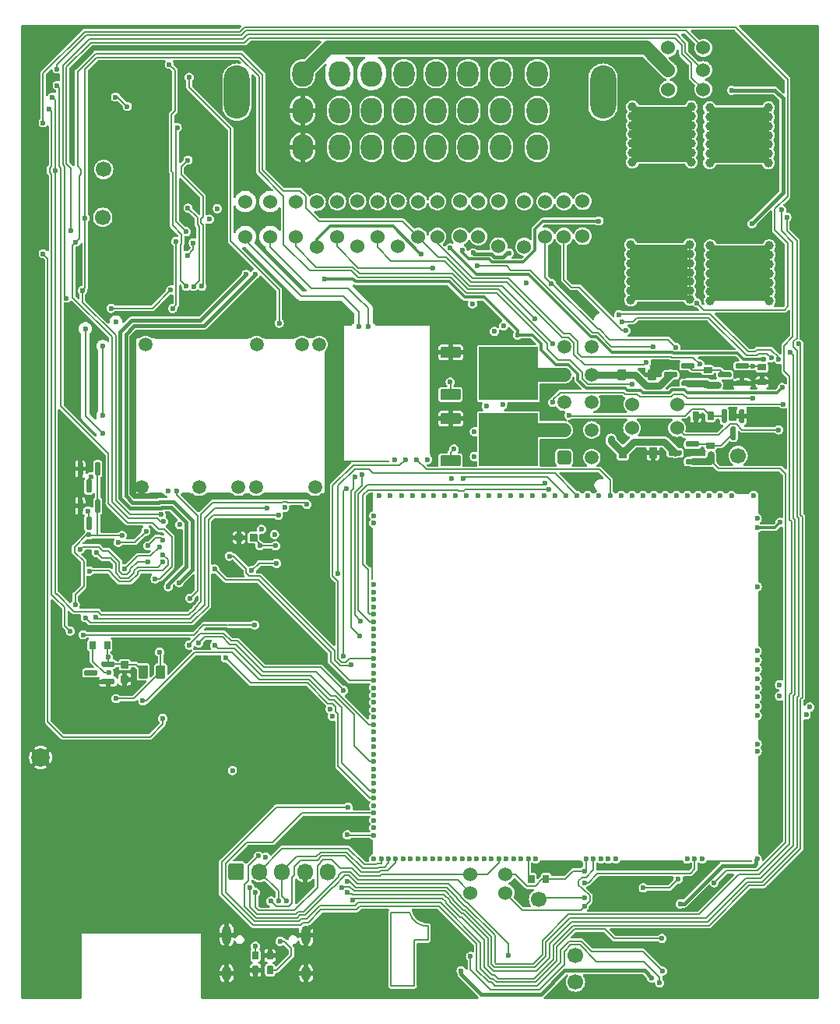
<source format=gbl>
G04 #@! TF.GenerationSoftware,KiCad,Pcbnew,7.0.1*
G04 #@! TF.CreationDate,2023-06-10T23:58:51+03:00*
G04 #@! TF.ProjectId,alphax_2ch,616c7068-6178-45f3-9263-682e6b696361,F*
G04 #@! TF.SameCoordinates,PX141f5e0PYa2cace0*
G04 #@! TF.FileFunction,Copper,L4,Bot*
G04 #@! TF.FilePolarity,Positive*
%FSLAX46Y46*%
G04 Gerber Fmt 4.6, Leading zero omitted, Abs format (unit mm)*
G04 Created by KiCad (PCBNEW 7.0.1) date 2023-06-10 23:58:51*
%MOMM*%
%LPD*%
G01*
G04 APERTURE LIST*
G04 #@! TA.AperFunction,EtchedComponent*
%ADD10C,0.200000*%
G04 #@! TD*
G04 #@! TA.AperFunction,ComponentPad*
%ADD11C,1.524000*%
G04 #@! TD*
G04 #@! TA.AperFunction,ComponentPad*
%ADD12O,1.700000X1.850000*%
G04 #@! TD*
G04 #@! TA.AperFunction,ComponentPad*
%ADD13O,1.000000X2.100000*%
G04 #@! TD*
G04 #@! TA.AperFunction,ComponentPad*
%ADD14O,1.000000X1.600000*%
G04 #@! TD*
G04 #@! TA.AperFunction,ComponentPad*
%ADD15C,1.700000*%
G04 #@! TD*
G04 #@! TA.AperFunction,ComponentPad*
%ADD16C,1.500000*%
G04 #@! TD*
G04 #@! TA.AperFunction,ComponentPad*
%ADD17C,0.599999*%
G04 #@! TD*
G04 #@! TA.AperFunction,ComponentPad*
%ADD18C,0.600000*%
G04 #@! TD*
G04 #@! TA.AperFunction,SMDPad,CuDef*
%ADD19O,3.300000X0.200000*%
G04 #@! TD*
G04 #@! TA.AperFunction,SMDPad,CuDef*
%ADD20O,10.200000X0.200000*%
G04 #@! TD*
G04 #@! TA.AperFunction,SMDPad,CuDef*
%ADD21O,0.300000X0.200000*%
G04 #@! TD*
G04 #@! TA.AperFunction,SMDPad,CuDef*
%ADD22O,0.200000X17.000000*%
G04 #@! TD*
G04 #@! TA.AperFunction,SMDPad,CuDef*
%ADD23O,0.200000X15.400000*%
G04 #@! TD*
G04 #@! TA.AperFunction,SMDPad,CuDef*
%ADD24O,4.800000X0.200000*%
G04 #@! TD*
G04 #@! TA.AperFunction,SMDPad,CuDef*
%ADD25O,2.600000X0.200000*%
G04 #@! TD*
G04 #@! TA.AperFunction,SMDPad,CuDef*
%ADD26O,1.000000X0.200000*%
G04 #@! TD*
G04 #@! TA.AperFunction,SMDPad,CuDef*
%ADD27O,1.500000X0.200000*%
G04 #@! TD*
G04 #@! TA.AperFunction,SMDPad,CuDef*
%ADD28R,6.185000X0.250000*%
G04 #@! TD*
G04 #@! TA.AperFunction,SMDPad,CuDef*
%ADD29R,1.115000X0.250000*%
G04 #@! TD*
G04 #@! TA.AperFunction,SMDPad,CuDef*
%ADD30R,0.250000X14.275000*%
G04 #@! TD*
G04 #@! TA.AperFunction,SMDPad,CuDef*
%ADD31R,0.250000X15.100000*%
G04 #@! TD*
G04 #@! TA.AperFunction,SMDPad,CuDef*
%ADD32R,5.175000X0.250000*%
G04 #@! TD*
G04 #@! TA.AperFunction,SMDPad,CuDef*
%ADD33R,0.200000X2.300000*%
G04 #@! TD*
G04 #@! TA.AperFunction,SMDPad,CuDef*
%ADD34R,0.200000X10.700000*%
G04 #@! TD*
G04 #@! TA.AperFunction,SMDPad,CuDef*
%ADD35R,0.200000X2.100000*%
G04 #@! TD*
G04 #@! TA.AperFunction,SMDPad,CuDef*
%ADD36R,0.200000X6.000000*%
G04 #@! TD*
G04 #@! TA.AperFunction,SMDPad,CuDef*
%ADD37R,0.200000X5.400000*%
G04 #@! TD*
G04 #@! TA.AperFunction,SMDPad,CuDef*
%ADD38R,1.400000X0.200000*%
G04 #@! TD*
G04 #@! TA.AperFunction,SMDPad,CuDef*
%ADD39R,5.000000X0.200000*%
G04 #@! TD*
G04 #@! TA.AperFunction,SMDPad,CuDef*
%ADD40R,6.800000X0.200000*%
G04 #@! TD*
G04 #@! TA.AperFunction,SMDPad,CuDef*
%ADD41R,4.500000X0.200000*%
G04 #@! TD*
G04 #@! TA.AperFunction,SMDPad,CuDef*
%ADD42R,0.200000X1.600000*%
G04 #@! TD*
G04 #@! TA.AperFunction,SMDPad,CuDef*
%ADD43R,0.200000X5.700000*%
G04 #@! TD*
G04 #@! TA.AperFunction,SMDPad,CuDef*
%ADD44R,0.200000X2.000000*%
G04 #@! TD*
G04 #@! TA.AperFunction,ComponentPad*
%ADD45O,2.800000X5.800000*%
G04 #@! TD*
G04 #@! TA.AperFunction,ComponentPad*
%ADD46O,2.300000X2.800000*%
G04 #@! TD*
G04 #@! TA.AperFunction,SMDPad,CuDef*
%ADD47R,6.400000X5.800000*%
G04 #@! TD*
G04 #@! TA.AperFunction,SMDPad,CuDef*
%ADD48C,2.000000*%
G04 #@! TD*
G04 #@! TA.AperFunction,ViaPad*
%ADD49C,0.600000*%
G04 #@! TD*
G04 #@! TA.AperFunction,ViaPad*
%ADD50C,1.000000*%
G04 #@! TD*
G04 #@! TA.AperFunction,ViaPad*
%ADD51C,4.500000*%
G04 #@! TD*
G04 #@! TA.AperFunction,Conductor*
%ADD52C,0.800000*%
G04 #@! TD*
G04 #@! TA.AperFunction,Conductor*
%ADD53C,0.200000*%
G04 #@! TD*
G04 #@! TA.AperFunction,Conductor*
%ADD54C,0.300000*%
G04 #@! TD*
G04 #@! TA.AperFunction,Conductor*
%ADD55C,0.203200*%
G04 #@! TD*
G04 #@! TA.AperFunction,Conductor*
%ADD56C,0.400000*%
G04 #@! TD*
G04 #@! TA.AperFunction,Conductor*
%ADD57C,1.500000*%
G04 #@! TD*
G04 APERTURE END LIST*
D10*
G04 #@! TO.C,G3*
X44360000Y6490000D02*
X44360000Y7990000D01*
X44360000Y6490000D02*
X42860000Y6490000D01*
X42860000Y1490000D02*
X40360000Y1490000D01*
X42860000Y6490000D02*
X42860000Y1490000D01*
X40360000Y1490000D02*
X40360000Y9490000D01*
X40360000Y9490000D02*
X42360000Y9490000D01*
X42360001Y9490000D02*
G75*
G03*
X44360000Y7990000I1921600J478801D01*
G01*
G04 #@! TD*
D11*
G04 #@! TO.P,R8,1,1*
G04 #@! TO.N,/CAN-*
X49836417Y82896579D03*
G04 #@! TO.P,R8,2,2*
G04 #@! TO.N,/C6*
X49836417Y86706579D03*
G04 #@! TD*
G04 #@! TO.P,R9,1,1*
G04 #@! TO.N,/CAN+*
X47882571Y82918049D03*
G04 #@! TO.P,R9,2,2*
G04 #@! TO.N,/C5*
X47882571Y86728049D03*
G04 #@! TD*
G04 #@! TO.P,F7,1,1*
G04 #@! TO.N,Net-(J1-Pin_6)*
X66550000Y62100000D03*
G04 #@! TO.P,F7,2,2*
G04 #@! TO.N,/OUT_IGN4*
X71450000Y62100000D03*
G04 #@! TD*
G04 #@! TO.P,F4,1,1*
G04 #@! TO.N,/A3*
X36700000Y86750000D03*
G04 #@! TO.P,F4,2,2*
G04 #@! TO.N,/OUT_PUMP_RELAY*
X36700000Y81850000D03*
G04 #@! TD*
G04 #@! TO.P,J5,1,Pin_1*
G04 #@! TO.N,/VBUS*
G04 #@! TA.AperFunction,ComponentPad*
G36*
G01*
X22650000Y13225000D02*
X22650000Y14575000D01*
G75*
G02*
X22900000Y14825000I250000J0D01*
G01*
X24100000Y14825000D01*
G75*
G02*
X24350000Y14575000I0J-250000D01*
G01*
X24350000Y13225000D01*
G75*
G02*
X24100000Y12975000I-250000J0D01*
G01*
X22900000Y12975000D01*
G75*
G02*
X22650000Y13225000I0J250000D01*
G01*
G37*
G04 #@! TD.AperFunction*
D12*
G04 #@! TO.P,J5,2,Pin_2*
G04 #@! TO.N,/USB-*
X26000000Y13900000D03*
G04 #@! TO.P,J5,3,Pin_3*
G04 #@! TO.N,/USB+*
X28500000Y13900000D03*
G04 #@! TO.P,J5,4,Pin_4*
G04 #@! TO.N,GND*
X31000000Y13900000D03*
G04 #@! TO.P,J5,5,Pin_5*
X33500000Y13900000D03*
G04 #@! TD*
D13*
G04 #@! TO.P,J6,S1,SHIELD*
G04 #@! TO.N,GND*
X22480000Y7020000D03*
D14*
X22480000Y2840000D03*
D13*
X31120000Y7020000D03*
D14*
X31120000Y2840000D03*
G04 #@! TD*
D15*
G04 #@! TO.P,P2,1,Pin_1*
G04 #@! TO.N,Net-(M2-IN_PPS)*
X78100000Y59100000D03*
G04 #@! TD*
D11*
G04 #@! TO.P,R11,1,1*
G04 #@! TO.N,/IN_CRANK+*
X24500000Y82895000D03*
G04 #@! TO.P,R11,2,2*
G04 #@! TO.N,/C3*
X24500000Y86705000D03*
G04 #@! TD*
G04 #@! TO.P,R6,1,1*
G04 #@! TO.N,/OUT_IDLE*
X74305000Y103400000D03*
G04 #@! TO.P,R6,2,2*
G04 #@! TO.N,/C8*
X70495000Y103400000D03*
G04 #@! TD*
G04 #@! TO.P,J1,1,Pin_1*
G04 #@! TO.N,/AIN1*
G04 #@! TA.AperFunction,ComponentPad*
G36*
G01*
X59684999Y58150000D02*
X58685001Y58150000D01*
G75*
G02*
X58435000Y58400001I0J250001D01*
G01*
X58435000Y59399999D01*
G75*
G02*
X58685001Y59650000I250001J0D01*
G01*
X59684999Y59650000D01*
G75*
G02*
X59935000Y59399999I0J-250001D01*
G01*
X59935000Y58400001D01*
G75*
G02*
X59684999Y58150000I-250001J0D01*
G01*
G37*
G04 #@! TD.AperFunction*
D16*
G04 #@! TO.P,J1,2,Pin_2*
G04 #@! TO.N,/OUT_INJ3*
X59185000Y61900000D03*
G04 #@! TO.P,J1,3,Pin_3*
G04 #@! TO.N,/AIN2*
X59185000Y64900000D03*
G04 #@! TO.P,J1,4,Pin_4*
G04 #@! TO.N,/OUT_INJ4*
X59185000Y67900000D03*
G04 #@! TO.P,J1,5,Pin_5*
G04 #@! TO.N,/AIN3*
X59185000Y70900000D03*
G04 #@! TO.P,J1,6,Pin_6*
G04 #@! TO.N,Net-(J1-Pin_6)*
X62185000Y58900000D03*
G04 #@! TO.P,J1,7,Pin_7*
G04 #@! TO.N,/AIN4*
X62185000Y61900000D03*
G04 #@! TO.P,J1,8,Pin_8*
G04 #@! TO.N,Net-(J1-Pin_8)*
X62185000Y64900000D03*
G04 #@! TO.P,J1,9,Pin_9*
G04 #@! TO.N,/OUT_HS1*
X62185000Y67900000D03*
G04 #@! TO.P,J1,10,Pin_10*
G04 #@! TO.N,/OUT_HS2*
X62185000Y70900000D03*
G04 #@! TD*
D11*
G04 #@! TO.P,R17,1,1*
G04 #@! TO.N,/IN_AFR*
X38900000Y82895000D03*
G04 #@! TO.P,R17,2,2*
G04 #@! TO.N,/B4*
X38900000Y86705000D03*
G04 #@! TD*
D17*
G04 #@! TO.P,M8,V1,V5*
G04 #@! TO.N,+5V*
X69577499Y1826662D03*
G04 #@! TO.P,M8,V2,CAN_VIO*
G04 #@! TO.N,+3V3*
X68702497Y2351662D03*
G04 #@! TO.P,M8,V5,CAN_TX*
G04 #@! TO.N,/CAN2_TX*
X69877501Y3101660D03*
G04 #@! TO.P,M8,V6,CAN_RX*
G04 #@! TO.N,/CAN2_RX*
X69802498Y6651661D03*
G04 #@! TD*
D11*
G04 #@! TO.P,F6,1,1*
G04 #@! TO.N,Net-(J1-Pin_8)*
X66600010Y64700000D03*
G04 #@! TO.P,F6,2,2*
G04 #@! TO.N,/OUT_IGN3*
X71500010Y64700000D03*
G04 #@! TD*
G04 #@! TO.P,R16,1,1*
G04 #@! TO.N,/IN_TPS*
X45400000Y82895000D03*
G04 #@! TO.P,R16,2,2*
G04 #@! TO.N,/B5*
X45400000Y86705000D03*
G04 #@! TD*
D15*
G04 #@! TO.P,P3,1,Pin_1*
G04 #@! TO.N,/CAN2-*
X60400000Y1900000D03*
G04 #@! TD*
D16*
G04 #@! TO.P,M1,E1,VBAT*
G04 #@! TO.N,unconnected-(M1-VBAT-PadE1)*
X32074999Y55675006D03*
G04 #@! TO.P,M1,E2,V12*
G04 #@! TO.N,+12V*
X25675002Y55675006D03*
G04 #@! TO.P,M1,E3,VIGN*
G04 #@! TO.N,/VIGN*
X23774999Y55675006D03*
G04 #@! TO.P,M1,E4,V5*
G04 #@! TO.N,+5V*
X19474999Y55675006D03*
D18*
G04 #@! TO.P,M1,E5,EN_5VP*
G04 #@! TO.N,/PWR_EN*
X17075002Y55225007D03*
G04 #@! TO.P,M1,E6,PG_5VP*
G04 #@! TO.N,/TLS115_PG*
X16075001Y55225007D03*
D19*
G04 #@! TO.P,M1,S1,GND*
G04 #@! TO.N,GND*
X28224999Y71825002D03*
D20*
X19725001Y71825002D03*
D21*
X12624999Y71825002D03*
D22*
X12574999Y63425004D03*
D23*
X33174999Y62625003D03*
D16*
X13224999Y55675006D03*
D21*
X33124999Y55025005D03*
D24*
X28925001Y55025005D03*
D25*
X21574999Y55025005D03*
D26*
X18075002Y55025005D03*
D27*
X14775001Y55025005D03*
D16*
G04 #@! TO.P,M1,V1,V12_PERM*
G04 #@! TO.N,+12V_RAW*
X32525001Y71175003D03*
G04 #@! TO.P,M1,V2,IN_VIGN*
X30675002Y71175003D03*
G04 #@! TO.P,M1,V3,V12_RAW*
X25724999Y71175003D03*
G04 #@! TO.P,M1,V4,5VP*
G04 #@! TO.N,+5VAS*
X13675001Y71175003D03*
G04 #@! TD*
D15*
G04 #@! TO.P,P5,1,Pin_1*
G04 #@! TO.N,/LIN*
X56400000Y10900000D03*
G04 #@! TD*
D18*
G04 #@! TO.P,M3,E1,Thresh_IN*
G04 #@! TO.N,/THRESHOLD_VR*
X41925000Y58675000D03*
G04 #@! TO.P,M3,E2,OUT_A*
G04 #@! TO.N,/VR_ANALOG*
X40725000Y58675000D03*
G04 #@! TO.P,M3,E3,OUT*
G04 #@! TO.N,/IN_CRANK*
X43125000Y58675000D03*
G04 #@! TO.P,M3,E4,V5_IN*
G04 #@! TO.N,+5V*
X44325000Y58675000D03*
D28*
G04 #@! TO.P,M3,G,GND*
G04 #@! TO.N,GND*
X41657500Y73325000D03*
D29*
X35607500Y73325000D03*
D30*
X44625000Y66312500D03*
D31*
X35175000Y65900000D03*
D32*
X37637500Y58475000D03*
D18*
G04 #@! TO.P,M3,W1,VR-*
G04 #@! TO.N,/IN_CRANK-*
X37865000Y73100000D03*
G04 #@! TO.P,M3,W2,VR+*
G04 #@! TO.N,/IN_CRANK+*
X36865000Y73100000D03*
G04 #@! TD*
D11*
G04 #@! TO.P,R10,1,1*
G04 #@! TO.N,/IN_2STEP*
X43300000Y82895000D03*
G04 #@! TO.P,R10,2,2*
G04 #@! TO.N,/C4*
X43300000Y86705000D03*
G04 #@! TD*
G04 #@! TO.P,R19,1,1*
G04 #@! TO.N,/IN_MAP2*
X30000000Y82895000D03*
G04 #@! TO.P,R19,2,2*
G04 #@! TO.N,/B2*
X30000000Y86705000D03*
G04 #@! TD*
G04 #@! TO.P,F1,1,1*
G04 #@! TO.N,/A7*
X54846000Y86700000D03*
G04 #@! TO.P,F1,2,2*
G04 #@! TO.N,/OUT_IGN2*
X54846000Y81800000D03*
G04 #@! TD*
G04 #@! TO.P,R14,1,1*
G04 #@! TO.N,/B8*
X70495000Y98900000D03*
G04 #@! TO.P,R14,2,2*
G04 #@! TO.N,/OUT_INJ2*
X74305000Y98900000D03*
G04 #@! TD*
G04 #@! TO.P,F3,1,1*
G04 #@! TO.N,/A4*
X41100000Y86750000D03*
G04 #@! TO.P,F3,2,2*
G04 #@! TO.N,/OUT_TACH*
X41100000Y81850000D03*
G04 #@! TD*
D17*
G04 #@! TO.P,M4,V1,12V*
G04 #@! TO.N,+12V_RAW*
X67793366Y12132507D03*
G04 #@! TO.P,M4,V2,UART_RX*
G04 #@! TO.N,Net-(M2-UART8_RX)*
X61368367Y13962500D03*
G04 #@! TO.P,M4,V3,5V*
G04 #@! TO.N,+5VA*
X61368367Y12687502D03*
G04 #@! TO.P,M4,V4,LIN*
G04 #@! TO.N,/LIN*
X61368367Y11037513D03*
G04 #@! TO.P,M4,V5,UART_TX*
G04 #@! TO.N,Net-(M2-UART8_TX)*
X61368367Y10137502D03*
G04 #@! TD*
D11*
G04 #@! TO.P,R26,1,1*
G04 #@! TO.N,Net-(M2-UART8_TX)*
X52805000Y11600000D03*
G04 #@! TO.P,R26,2,2*
G04 #@! TO.N,/UART_TX*
X48995000Y11600000D03*
G04 #@! TD*
G04 #@! TO.P,R25,1,1*
G04 #@! TO.N,Net-(M2-UART8_RX)*
X52805000Y13600000D03*
G04 #@! TO.P,R25,2,2*
G04 #@! TO.N,/UART_RX*
X48995000Y13600000D03*
G04 #@! TD*
G04 #@! TO.P,R15,1,1*
G04 #@! TO.N,/IN_CLT*
X57132000Y82895000D03*
G04 #@! TO.P,R15,2,2*
G04 #@! TO.N,/B7*
X57132000Y86705000D03*
G04 #@! TD*
G04 #@! TO.P,R7,1,1*
G04 #@! TO.N,/IN_CAM*
X59164000Y82895000D03*
G04 #@! TO.P,R7,2,2*
G04 #@! TO.N,/C7*
X59164000Y86705000D03*
G04 #@! TD*
D18*
G04 #@! TO.P,M2,E1,SPI2_SCK*
G04 #@! TO.N,/CAN2_TX*
X38475000Y17875004D03*
G04 #@! TO.P,M2,E2,SPI2_MISO*
G04 #@! TO.N,unconnected-(M2-SPI2_MISO-PadE2)*
X38475000Y18675005D03*
G04 #@! TO.P,M2,E3,SPI2_MOSI*
G04 #@! TO.N,unconnected-(M2-SPI2_MOSI-PadE3)*
X38475000Y19475003D03*
G04 #@! TO.P,M2,E4,SPI2_CS*
G04 #@! TO.N,/CAN2_RX*
X38475000Y20275004D03*
G04 #@! TO.P,M2,E6,OUT_IO3*
G04 #@! TO.N,unconnected-(M2-OUT_IO3-PadE6)*
X38475000Y21075005D03*
G04 #@! TO.P,M2,E7,OUT_IO5*
G04 #@! TO.N,/CRANK_N_PULLUP*
X38475003Y21875003D03*
G04 #@! TO.P,M2,E8,OUT_IO1*
G04 #@! TO.N,/TACH_PULLUP*
X38475003Y22675004D03*
G04 #@! TO.P,M2,E9,OUT_IO6*
G04 #@! TO.N,unconnected-(M2-OUT_IO6-PadE9)*
X38475000Y23475008D03*
G04 #@! TO.P,M2,E10,OUT_IO10*
G04 #@! TO.N,unconnected-(M2-OUT_IO10-PadE10)*
X38475000Y24275004D03*
G04 #@! TO.P,M2,E11,OUT_IO9*
G04 #@! TO.N,unconnected-(M2-OUT_IO9-PadE11)*
X38475000Y25075004D03*
G04 #@! TO.P,M2,E12,OUT_IO2*
G04 #@! TO.N,/CRANK_P_PULLUP*
X38475000Y25875005D03*
G04 #@! TO.P,M2,E13,OUT_IO12*
G04 #@! TO.N,unconnected-(M2-OUT_IO12-PadE13)*
X38475003Y26675004D03*
G04 #@! TO.P,M2,E14,OUT_PWM5*
G04 #@! TO.N,unconnected-(M2-OUT_PWM5-PadE14)*
X38475003Y27475005D03*
G04 #@! TO.P,M2,E15,OUT_PWM4*
G04 #@! TO.N,/FAN_RELAY*
X38475003Y28275006D03*
G04 #@! TO.P,M2,E16,OUT_PWM3*
G04 #@! TO.N,/TACH*
X38475000Y29075004D03*
G04 #@! TO.P,M2,E17,OUT_PWM2*
G04 #@! TO.N,/PUMP_RELAY*
X38475000Y29875005D03*
G04 #@! TO.P,M2,E18,OUT_INJ2*
G04 #@! TO.N,/INJ2*
X38475000Y30675003D03*
G04 #@! TO.P,M2,E19,OUT_INJ1*
G04 #@! TO.N,/INJ1*
X38475003Y31475004D03*
G04 #@! TO.P,M2,E20,OUT_IO13*
G04 #@! TO.N,unconnected-(M2-OUT_IO13-PadE20)*
X38475003Y32275005D03*
G04 #@! TO.P,M2,E21,OUT_IO4*
G04 #@! TO.N,/TEMP_PULLUP*
X38475000Y33075004D03*
G04 #@! TO.P,M2,E22,OUT_IO8*
G04 #@! TO.N,/CAM_PULLDOWN*
X38475000Y33875005D03*
G04 #@! TO.P,M2,E23,OUT_IO7*
G04 #@! TO.N,/2STEP_PULLDOWN*
X38475000Y34675006D03*
G04 #@! TO.P,M2,E24,OUT_IO11*
G04 #@! TO.N,unconnected-(M2-OUT_IO11-PadE24)*
X38475000Y35475004D03*
G04 #@! TO.P,M2,E25,OUT_PWM7*
G04 #@! TO.N,unconnected-(M2-OUT_PWM7-PadE25)*
X38475000Y36275005D03*
G04 #@! TO.P,M2,E26,OUT_PWM6*
G04 #@! TO.N,/THRESHOLD_VR*
X38475000Y37075003D03*
G04 #@! TO.P,M2,E27,OUT_PWM1*
G04 #@! TO.N,/IDLE*
X38475000Y37875004D03*
G04 #@! TO.P,M2,E28,OUT_PWM8*
G04 #@! TO.N,unconnected-(M2-OUT_PWM8-PadE28)*
X38475000Y38675005D03*
G04 #@! TO.P,M2,E29,OUT_INJ3*
G04 #@! TO.N,/INJ3*
X38475000Y39475004D03*
G04 #@! TO.P,M2,E30,OUT_INJ4*
G04 #@! TO.N,/INJ4*
X38475000Y40275005D03*
G04 #@! TO.P,M2,E31,OUT_INJ5*
G04 #@! TO.N,/HS1*
X38475003Y41075003D03*
G04 #@! TO.P,M2,E32,OUT_INJ6*
G04 #@! TO.N,/HS2*
X38475000Y41875006D03*
G04 #@! TO.P,M2,E33,OUT_INJ7*
G04 #@! TO.N,unconnected-(M2-OUT_INJ7-PadE33)*
X38475000Y42675005D03*
G04 #@! TO.P,M2,E34,OUT_INJ8*
G04 #@! TO.N,unconnected-(M2-OUT_INJ8-PadE34)*
X38475000Y43475003D03*
G04 #@! TO.P,M2,E35,IO6*
G04 #@! TO.N,unconnected-(M2-IO6-PadE35)*
X38475000Y44275004D03*
G04 #@! TO.P,M2,E36,IO7*
G04 #@! TO.N,unconnected-(M2-IO7-PadE36)*
X38475000Y45075005D03*
G04 #@! TO.P,M2,E38,V5A_SWITCHABLE*
G04 #@! TO.N,+5VA*
X38475003Y51774999D03*
G04 #@! TO.P,M2,E39,GNDA*
G04 #@! TO.N,unconnected-(M2-GNDA-PadE39)*
X38475000Y52575000D03*
D33*
G04 #@! TO.P,M2,G,GND*
G04 #@! TO.N,GND*
X80375005Y53925000D03*
D34*
X80375003Y21125002D03*
D35*
X80375003Y29325001D03*
D36*
X80375003Y41375000D03*
D37*
X80375003Y48074997D03*
D38*
X78574996Y54975003D03*
D39*
X77175001Y15075002D03*
D40*
X68674998Y15075002D03*
D41*
X58824995Y15075002D03*
D42*
X38275000Y16575001D03*
D43*
X38275000Y48425004D03*
D44*
X38275000Y54074997D03*
D18*
G04 #@! TO.P,M2,N1,USBID*
G04 #@! TO.N,unconnected-(M2-USBID-PadN1)*
X38475000Y15275001D03*
G04 #@! TO.P,M2,N2,USBM*
G04 #@! TO.N,/USB-*
X39274998Y15274999D03*
G04 #@! TO.P,M2,N3,USBP*
G04 #@! TO.N,/USB+*
X40074999Y15274999D03*
G04 #@! TO.P,M2,N4,VBUS*
G04 #@! TO.N,/VBUS*
X40874998Y15275001D03*
G04 #@! TO.P,M2,N5,BOOT0*
G04 #@! TO.N,unconnected-(M2-BOOT0-PadN5)*
X41674999Y15275001D03*
G04 #@! TO.P,M2,N6,SWO*
G04 #@! TO.N,/SWO*
X42475000Y15275001D03*
G04 #@! TO.P,M2,N7,SWDIO*
G04 #@! TO.N,/SWDIO*
X43274998Y15275001D03*
G04 #@! TO.P,M2,N8,SWCLK*
G04 #@! TO.N,/SWCLK*
X44074999Y15274999D03*
G04 #@! TO.P,M2,N9,nReset*
G04 #@! TO.N,/NRESET*
X44874997Y15275001D03*
G04 #@! TO.P,M2,N10,SPI3_CS*
G04 #@! TO.N,unconnected-(M2-SPI3_CS-PadN10)*
X45674998Y15275001D03*
G04 #@! TO.P,M2,N11,SPI3_SCK*
G04 #@! TO.N,unconnected-(M2-SPI3_SCK-PadN11)*
X46474999Y15275001D03*
G04 #@! TO.P,M2,N12,SPI3_MISO*
G04 #@! TO.N,unconnected-(M2-SPI3_MISO-PadN12)*
X47275000Y15275001D03*
G04 #@! TO.P,M2,N13,SPI3_MOSI*
G04 #@! TO.N,unconnected-(M2-SPI3_MOSI-PadN13)*
X48074999Y15275001D03*
G04 #@! TO.P,M2,N14,I2C_SCL*
G04 #@! TO.N,unconnected-(M2-I2C_SCL-PadN14)*
X48875000Y15275001D03*
G04 #@! TO.P,M2,N15,I2C_SDA*
G04 #@! TO.N,unconnected-(M2-I2C_SDA-PadN15)*
X49675001Y15274999D03*
G04 #@! TO.P,M2,N16,IO1*
G04 #@! TO.N,unconnected-(M2-IO1-PadN16)*
X50475001Y15274999D03*
G04 #@! TO.P,M2,N17,UART2_TX*
G04 #@! TO.N,/UART_TX*
X51275000Y15275001D03*
G04 #@! TO.P,M2,N18,UART2_RX*
G04 #@! TO.N,/UART_RX*
X52075001Y15275001D03*
G04 #@! TO.P,M2,N19,IO2*
G04 #@! TO.N,unconnected-(M2-IO2-PadN19)*
X52874999Y15275001D03*
G04 #@! TO.P,M2,N20,IO4*
G04 #@! TO.N,unconnected-(M2-IO4-PadN20)*
X53675000Y15275001D03*
G04 #@! TO.P,M2,N21,IO3*
G04 #@! TO.N,unconnected-(M2-IO3-PadN21)*
X54474999Y15274999D03*
G04 #@! TO.P,M2,N22,V33*
G04 #@! TO.N,+3V3*
X55275000Y15275001D03*
G04 #@! TO.P,M2,N23,IO5*
G04 #@! TO.N,unconnected-(M2-IO5-PadN23)*
X56075000Y15275001D03*
G04 #@! TO.P,M2,N24,UART8_RX*
G04 #@! TO.N,Net-(M2-UART8_RX)*
X61575000Y15275001D03*
G04 #@! TO.P,M2,N25,UART8_TX*
G04 #@! TO.N,Net-(M2-UART8_TX)*
X62375001Y15275001D03*
G04 #@! TO.P,M2,N26,IN_VIGN*
G04 #@! TO.N,/VIGN*
X63174999Y15275001D03*
G04 #@! TO.P,M2,N27,VBAT*
G04 #@! TO.N,unconnected-(M2-VBAT-PadN27)*
X63974997Y15275001D03*
G04 #@! TO.P,M2,N28,V33_SWITCHABLE*
G04 #@! TO.N,/BT_3V3*
X64774996Y15275001D03*
G04 #@! TO.P,M2,N29,OUT_PWR_EN*
G04 #@! TO.N,/PWR_EN*
X72575000Y15275001D03*
G04 #@! TO.P,M2,N30,V5A_SWITCHABLE*
G04 #@! TO.N,+5VA*
X73374999Y15275001D03*
G04 #@! TO.P,M2,N31,VCC*
G04 #@! TO.N,+5V*
X74174997Y15275001D03*
G04 #@! TO.P,M2,N32,V33*
G04 #@! TO.N,+3V3*
X80175001Y15275001D03*
G04 #@! TO.P,M2,S1,IN_D4*
G04 #@! TO.N,unconnected-(M2-IN_D4-PadS1)*
X39075001Y54775006D03*
G04 #@! TO.P,M2,S2,IN_D3*
G04 #@! TO.N,/HALL2*
X40275002Y54775004D03*
G04 #@! TO.P,M2,S3,IN_D2*
G04 #@! TO.N,/TLS115_PG*
X41474999Y54775004D03*
G04 #@! TO.P,M2,S4,IN_D1*
G04 #@! TO.N,/HALL1*
X42674999Y54775006D03*
G04 #@! TO.P,M2,S5,VREF2*
G04 #@! TO.N,unconnected-(M2-VREF2-PadS5)*
X43874999Y54775004D03*
G04 #@! TO.P,M2,S6,IN_SENS4*
G04 #@! TO.N,unconnected-(M2-IN_SENS4-PadS6)*
X44974987Y54775004D03*
G04 #@! TO.P,M2,S7,IN_SENS3*
G04 #@! TO.N,unconnected-(M2-IN_SENS3-PadS7)*
X46174987Y54775004D03*
G04 #@! TO.P,M2,S8,IN_SENS2*
G04 #@! TO.N,unconnected-(M2-IN_SENS2-PadS8)*
X47374985Y54775006D03*
G04 #@! TO.P,M2,S9,IN_SENS1*
G04 #@! TO.N,unconnected-(M2-IN_SENS1-PadS9)*
X48574985Y54775004D03*
G04 #@! TO.P,M2,S10,IN_AUX4*
G04 #@! TO.N,/AIN4*
X49774988Y54775004D03*
G04 #@! TO.P,M2,S11,IN_AUX3*
G04 #@! TO.N,/AIN3*
X50974990Y54775006D03*
G04 #@! TO.P,M2,S12,IN_AUX2*
G04 #@! TO.N,/AIN2*
X52174988Y54775004D03*
G04 #@! TO.P,M2,S13,IN_AUX1*
G04 #@! TO.N,/AIN1*
X53374986Y54775004D03*
G04 #@! TO.P,M2,S14,IN_RES2*
G04 #@! TO.N,unconnected-(M2-IN_RES2-PadS14)*
X54574993Y54775004D03*
G04 #@! TO.P,M2,S15,IN_O2S2*
G04 #@! TO.N,/IN_AFR*
X55774993Y54775004D03*
G04 #@! TO.P,M2,S16,IN_O2S*
G04 #@! TO.N,unconnected-(M2-IN_O2S-PadS16)*
X56974991Y54775004D03*
G04 #@! TO.P,M2,S17,IN_RES1*
G04 #@! TO.N,unconnected-(M2-IN_RES1-PadS17)*
X58174991Y54775004D03*
G04 #@! TO.P,M2,S18,IN_RES3*
G04 #@! TO.N,/VR_ANALOG*
X59374996Y54775004D03*
G04 #@! TO.P,M2,S19,IN_MAP3*
G04 #@! TO.N,/IN_MAP3*
X60574997Y54775004D03*
G04 #@! TO.P,M2,S20,IN_MAP2*
G04 #@! TO.N,/IN_MAP2*
X61774994Y54775006D03*
G04 #@! TO.P,M2,S21,IN_MAP1*
G04 #@! TO.N,unconnected-(M2-IN_MAP1-PadS21)*
X62974994Y54775004D03*
G04 #@! TO.P,M2,S22,IN_CRANK*
G04 #@! TO.N,/IN_CRANK*
X64174997Y54775006D03*
G04 #@! TO.P,M2,S23,IN_KNOCK*
G04 #@! TO.N,unconnected-(M2-IN_KNOCK-PadS23)*
X65374997Y54775004D03*
G04 #@! TO.P,M2,S24,IN_CAM*
G04 #@! TO.N,/IN_CAM*
X66574992Y54775004D03*
G04 #@! TO.P,M2,S25,IN_VSS*
G04 #@! TO.N,/IN_2STEP*
X67774995Y54775006D03*
G04 #@! TO.P,M2,S26,IN_IAT*
G04 #@! TO.N,/IN_IAT*
X68975000Y54775004D03*
G04 #@! TO.P,M2,S27,IN_AT1*
G04 #@! TO.N,unconnected-(M2-IN_AT1-PadS27)*
X70175000Y54775006D03*
G04 #@! TO.P,M2,S28,IN_CLT*
G04 #@! TO.N,/IN_CLT*
X71374998Y54775004D03*
G04 #@! TO.P,M2,S29,IN_AT2*
G04 #@! TO.N,unconnected-(M2-IN_AT2-PadS29)*
X72574998Y54775004D03*
G04 #@! TO.P,M2,S30,IN_TPS*
G04 #@! TO.N,/IN_TPS*
X73775003Y54775004D03*
G04 #@! TO.P,M2,S31,IN_PPS*
G04 #@! TO.N,Net-(M2-IN_PPS)*
X74975003Y54775004D03*
G04 #@! TO.P,M2,S32,IN_TPS2*
G04 #@! TO.N,unconnected-(M2-IN_TPS2-PadS32)*
X76175001Y54775004D03*
G04 #@! TO.P,M2,S33,IN_PPS2*
G04 #@! TO.N,unconnected-(M2-IN_PPS2-PadS33)*
X77375001Y54775004D03*
G04 #@! TO.P,M2,S35,VREF1*
G04 #@! TO.N,unconnected-(M2-VREF1-PadS35)*
X79775001Y54775004D03*
G04 #@! TO.P,M2,W1,GNDA*
G04 #@! TO.N,GNDA*
X80175003Y52275001D03*
G04 #@! TO.P,M2,W2,V5A_SWITCHABLE*
G04 #@! TO.N,+5VA*
X80175003Y51275000D03*
G04 #@! TO.P,M2,W3,V33_REF*
G04 #@! TO.N,unconnected-(M2-V33_REF-PadW3)*
X80175001Y44874998D03*
G04 #@! TO.P,M2,W4,IGN8*
G04 #@! TO.N,unconnected-(M2-IGN8-PadW4)*
X80175001Y37875002D03*
G04 #@! TO.P,M2,W5,IGN7*
G04 #@! TO.N,unconnected-(M2-IGN7-PadW5)*
X80175001Y36875001D03*
G04 #@! TO.P,M2,W6,IGN6*
G04 #@! TO.N,unconnected-(M2-IGN6-PadW6)*
X80175001Y35875003D03*
G04 #@! TO.P,M2,W7,IGN5*
G04 #@! TO.N,unconnected-(M2-IGN5-PadW7)*
X80175001Y34875003D03*
G04 #@! TO.P,M2,W8,IGN4*
G04 #@! TO.N,/OUT_IGN4*
X80175001Y33875002D03*
G04 #@! TO.P,M2,W9,IGN3*
G04 #@! TO.N,/OUT_IGN3*
X80175001Y32875004D03*
G04 #@! TO.P,M2,W10,IGN2*
G04 #@! TO.N,/OUT_IGN2*
X80175001Y31875004D03*
G04 #@! TO.P,M2,W11,IGN1*
G04 #@! TO.N,/OUT_IGN1*
X80175001Y30875006D03*
G04 #@! TO.P,M2,W12,CANH*
G04 #@! TO.N,/CAN+*
X80175001Y27775002D03*
G04 #@! TO.P,M2,W13,CANL*
G04 #@! TO.N,/CAN-*
X80175001Y26975001D03*
G04 #@! TD*
D11*
G04 #@! TO.P,R13,1,1*
G04 #@! TO.N,/OUT_FAN_RELAY*
X74305000Y101000000D03*
G04 #@! TO.P,R13,2,2*
G04 #@! TO.N,/C1*
X70495000Y101000000D03*
G04 #@! TD*
G04 #@! TO.P,R20,1,1*
G04 #@! TO.N,/OUT_INJ1*
X61196000Y82943000D03*
G04 #@! TO.P,R20,2,2*
G04 #@! TO.N,/A8*
X61196000Y86753000D03*
G04 #@! TD*
D45*
G04 #@! TO.P,P1,*
G04 #@! TO.N,*
X23600000Y98599000D03*
X63400000Y98599000D03*
D46*
G04 #@! TO.P,P1,1,A1*
G04 #@! TO.N,GND*
X30750000Y92599000D03*
G04 #@! TO.P,P1,2,A2*
G04 #@! TO.N,/A2*
X34750000Y92599000D03*
G04 #@! TO.P,P1,3,A3*
G04 #@! TO.N,/A3*
X38250000Y92599000D03*
G04 #@! TO.P,P1,4,A4*
G04 #@! TO.N,/A4*
X41750000Y92599000D03*
G04 #@! TO.P,P1,5,A5*
G04 #@! TO.N,GNDA*
X45250000Y92599000D03*
G04 #@! TO.P,P1,6,A6*
G04 #@! TO.N,/A6*
X48750000Y92599000D03*
G04 #@! TO.P,P1,7,A7*
G04 #@! TO.N,/A7*
X52250000Y92599000D03*
G04 #@! TO.P,P1,8,A8*
G04 #@! TO.N,/A8*
X56250000Y92599000D03*
G04 #@! TO.P,P1,9,B1*
G04 #@! TO.N,GND*
X30750000Y96599000D03*
G04 #@! TO.P,P1,10,B2*
G04 #@! TO.N,/B2*
X34750000Y96599000D03*
G04 #@! TO.P,P1,11,B3*
G04 #@! TO.N,/B3*
X38250000Y96599000D03*
G04 #@! TO.P,P1,12,B4*
G04 #@! TO.N,/B4*
X41750000Y96599000D03*
G04 #@! TO.P,P1,13,B5*
G04 #@! TO.N,/B5*
X45250000Y96599000D03*
G04 #@! TO.P,P1,14,B6*
G04 #@! TO.N,+5VAS*
X48750000Y96599000D03*
G04 #@! TO.P,P1,15,B7*
G04 #@! TO.N,/B7*
X52250000Y96599000D03*
G04 #@! TO.P,P1,16,B8*
G04 #@! TO.N,/B8*
X56250000Y96599000D03*
G04 #@! TO.P,P1,17,C1*
G04 #@! TO.N,/C1*
X30750000Y100599000D03*
G04 #@! TO.P,P1,18,C2*
G04 #@! TO.N,/C2*
X34750000Y100599000D03*
G04 #@! TO.P,P1,19,C3*
G04 #@! TO.N,/C3*
X38250000Y100599000D03*
G04 #@! TO.P,P1,20,C4*
G04 #@! TO.N,/C4*
X41750000Y100599000D03*
G04 #@! TO.P,P1,21,C5*
G04 #@! TO.N,/C5*
X45250000Y100599000D03*
G04 #@! TO.P,P1,22,C6*
G04 #@! TO.N,/C6*
X48750000Y100599000D03*
G04 #@! TO.P,P1,23,C7*
G04 #@! TO.N,/C7*
X52250000Y100599000D03*
G04 #@! TO.P,P1,24,C8*
G04 #@! TO.N,/C8*
X56250000Y100599000D03*
G04 #@! TD*
D11*
G04 #@! TO.P,R12,1,1*
G04 #@! TO.N,/IN_CRANK-*
X27200000Y82895000D03*
G04 #@! TO.P,R12,2,2*
G04 #@! TO.N,/C2*
X27200000Y86705000D03*
G04 #@! TD*
G04 #@! TO.P,R18,1,1*
G04 #@! TO.N,/IN_IAT*
X34500000Y82895000D03*
G04 #@! TO.P,R18,2,2*
G04 #@! TO.N,/B3*
X34500000Y86705000D03*
G04 #@! TD*
D15*
G04 #@! TO.P,P4,1,Pin_1*
G04 #@! TO.N,/CAN2+*
X60400000Y4800000D03*
G04 #@! TD*
D11*
G04 #@! TO.P,F5,1,1*
G04 #@! TO.N,/A2*
X32300000Y86650000D03*
G04 #@! TO.P,F5,2,2*
G04 #@! TO.N,+12V_RAW*
X32300000Y81750000D03*
G04 #@! TD*
G04 #@! TO.P,F2,1,1*
G04 #@! TO.N,/A6*
X52052000Y86750000D03*
G04 #@! TO.P,F2,2,2*
G04 #@! TO.N,/OUT_IGN1*
X52052000Y81850000D03*
G04 #@! TD*
G04 #@! TO.P,R29,1*
G04 #@! TO.N,+3V3*
G04 #@! TA.AperFunction,SMDPad,CuDef*
G36*
G01*
X55250000Y12710000D02*
X55250000Y13490000D01*
G75*
G02*
X55320000Y13560000I70000J0D01*
G01*
X55880000Y13560000D01*
G75*
G02*
X55950000Y13490000I0J-70000D01*
G01*
X55950000Y12710000D01*
G75*
G02*
X55880000Y12640000I-70000J0D01*
G01*
X55320000Y12640000D01*
G75*
G02*
X55250000Y12710000I0J70000D01*
G01*
G37*
G04 #@! TD.AperFunction*
G04 #@! TO.P,R29,2*
G04 #@! TO.N,Net-(M2-UART8_RX)*
G04 #@! TA.AperFunction,SMDPad,CuDef*
G36*
G01*
X56850000Y12710000D02*
X56850000Y13490000D01*
G75*
G02*
X56920000Y13560000I70000J0D01*
G01*
X57480000Y13560000D01*
G75*
G02*
X57550000Y13490000I0J-70000D01*
G01*
X57550000Y12710000D01*
G75*
G02*
X57480000Y12640000I-70000J0D01*
G01*
X56920000Y12640000D01*
G75*
G02*
X56850000Y12710000I0J70000D01*
G01*
G37*
G04 #@! TD.AperFunction*
G04 #@! TD*
G04 #@! TO.P,R4,1*
G04 #@! TO.N,GND*
G04 #@! TA.AperFunction,SMDPad,CuDef*
G36*
G01*
X25250000Y2810000D02*
X25250000Y3590000D01*
G75*
G02*
X25320000Y3660000I70000J0D01*
G01*
X25880000Y3660000D01*
G75*
G02*
X25950000Y3590000I0J-70000D01*
G01*
X25950000Y2810000D01*
G75*
G02*
X25880000Y2740000I-70000J0D01*
G01*
X25320000Y2740000D01*
G75*
G02*
X25250000Y2810000I0J70000D01*
G01*
G37*
G04 #@! TD.AperFunction*
G04 #@! TO.P,R4,2*
G04 #@! TO.N,Net-(J6-CC2)*
G04 #@! TA.AperFunction,SMDPad,CuDef*
G36*
G01*
X26850000Y2810000D02*
X26850000Y3590000D01*
G75*
G02*
X26920000Y3660000I70000J0D01*
G01*
X27480000Y3660000D01*
G75*
G02*
X27550000Y3590000I0J-70000D01*
G01*
X27550000Y2810000D01*
G75*
G02*
X27480000Y2740000I-70000J0D01*
G01*
X26920000Y2740000D01*
G75*
G02*
X26850000Y2810000I0J70000D01*
G01*
G37*
G04 #@! TD.AperFunction*
G04 #@! TD*
G04 #@! TO.P,R60,1*
G04 #@! TO.N,Net-(Q1-S)*
G04 #@! TA.AperFunction,SMDPad,CuDef*
G36*
G01*
X12900000Y34975000D02*
X12900000Y36225000D01*
G75*
G02*
X13000000Y36325000I100000J0D01*
G01*
X13800000Y36325000D01*
G75*
G02*
X13900000Y36225000I0J-100000D01*
G01*
X13900000Y34975000D01*
G75*
G02*
X13800000Y34875000I-100000J0D01*
G01*
X13000000Y34875000D01*
G75*
G02*
X12900000Y34975000I0J100000D01*
G01*
G37*
G04 #@! TD.AperFunction*
G04 #@! TO.P,R60,2*
G04 #@! TO.N,+12V_RAW*
G04 #@! TA.AperFunction,SMDPad,CuDef*
G36*
G01*
X14800022Y34975000D02*
X14800022Y36225000D01*
G75*
G02*
X14900022Y36325000I100000J0D01*
G01*
X15700022Y36325000D01*
G75*
G02*
X15800022Y36225000I0J-100000D01*
G01*
X15800022Y34975000D01*
G75*
G02*
X15700022Y34875000I-100000J0D01*
G01*
X14900022Y34875000D01*
G75*
G02*
X14800022Y34975000I0J100000D01*
G01*
G37*
G04 #@! TD.AperFunction*
G04 #@! TD*
D15*
G04 #@! TO.P,J8,1,Pin_1*
G04 #@! TO.N,/IN_CAM*
X9000000Y85000000D03*
G04 #@! TD*
G04 #@! TO.P,D32,1,K*
G04 #@! TO.N,/OUT_HS2*
G04 #@! TA.AperFunction,SMDPad,CuDef*
G36*
G01*
X65100000Y58890000D02*
X65100000Y59910000D01*
G75*
G02*
X65190000Y60000000I90000J0D01*
G01*
X65910000Y60000000D01*
G75*
G02*
X66000000Y59910000I0J-90000D01*
G01*
X66000000Y58890000D01*
G75*
G02*
X65910000Y58800000I-90000J0D01*
G01*
X65190000Y58800000D01*
G75*
G02*
X65100000Y58890000I0J90000D01*
G01*
G37*
G04 #@! TD.AperFunction*
G04 #@! TO.P,D32,2,A*
G04 #@! TO.N,GND*
G04 #@! TA.AperFunction,SMDPad,CuDef*
G36*
G01*
X68400000Y58890000D02*
X68400000Y59910000D01*
G75*
G02*
X68490000Y60000000I90000J0D01*
G01*
X69210000Y60000000D01*
G75*
G02*
X69300000Y59910000I0J-90000D01*
G01*
X69300000Y58890000D01*
G75*
G02*
X69210000Y58800000I-90000J0D01*
G01*
X68490000Y58800000D01*
G75*
G02*
X68400000Y58890000I0J90000D01*
G01*
G37*
G04 #@! TD.AperFunction*
G04 #@! TD*
G04 #@! TO.P,D28,1,A*
G04 #@! TO.N,GND*
G04 #@! TA.AperFunction,SMDPad,CuDef*
G36*
G01*
X6400000Y54375000D02*
X6700000Y54375000D01*
G75*
G02*
X6850000Y54225000I0J-150000D01*
G01*
X6850000Y53050000D01*
G75*
G02*
X6700000Y52900000I-150000J0D01*
G01*
X6400000Y52900000D01*
G75*
G02*
X6250000Y53050000I0J150000D01*
G01*
X6250000Y54225000D01*
G75*
G02*
X6400000Y54375000I150000J0D01*
G01*
G37*
G04 #@! TD.AperFunction*
G04 #@! TO.P,D28,2,K*
G04 #@! TO.N,/HALL_PU2/+12V_LIM*
G04 #@! TA.AperFunction,SMDPad,CuDef*
G36*
G01*
X8300000Y54375000D02*
X8600000Y54375000D01*
G75*
G02*
X8750000Y54225000I0J-150000D01*
G01*
X8750000Y53050000D01*
G75*
G02*
X8600000Y52900000I-150000J0D01*
G01*
X8300000Y52900000D01*
G75*
G02*
X8150000Y53050000I0J150000D01*
G01*
X8150000Y54225000D01*
G75*
G02*
X8300000Y54375000I150000J0D01*
G01*
G37*
G04 #@! TD.AperFunction*
G04 #@! TO.P,D28,3,COM*
G04 #@! TO.N,Net-(D28-COM)*
G04 #@! TA.AperFunction,SMDPad,CuDef*
G36*
G01*
X7350000Y52500000D02*
X7650000Y52500000D01*
G75*
G02*
X7800000Y52350000I0J-150000D01*
G01*
X7800000Y51175000D01*
G75*
G02*
X7650000Y51025000I-150000J0D01*
G01*
X7350000Y51025000D01*
G75*
G02*
X7200000Y51175000I0J150000D01*
G01*
X7200000Y52350000D01*
G75*
G02*
X7350000Y52500000I150000J0D01*
G01*
G37*
G04 #@! TD.AperFunction*
G04 #@! TD*
G04 #@! TO.P,R66,1*
G04 #@! TO.N,Net-(Q18-G)*
G04 #@! TA.AperFunction,SMDPad,CuDef*
G36*
G01*
X74410000Y68750000D02*
X75190000Y68750000D01*
G75*
G02*
X75260000Y68680000I0J-70000D01*
G01*
X75260000Y68120000D01*
G75*
G02*
X75190000Y68050000I-70000J0D01*
G01*
X74410000Y68050000D01*
G75*
G02*
X74340000Y68120000I0J70000D01*
G01*
X74340000Y68680000D01*
G75*
G02*
X74410000Y68750000I70000J0D01*
G01*
G37*
G04 #@! TD.AperFunction*
G04 #@! TO.P,R66,2*
G04 #@! TO.N,+12V_RAW*
G04 #@! TA.AperFunction,SMDPad,CuDef*
G36*
G01*
X74410000Y67150000D02*
X75190000Y67150000D01*
G75*
G02*
X75260000Y67080000I0J-70000D01*
G01*
X75260000Y66520000D01*
G75*
G02*
X75190000Y66450000I-70000J0D01*
G01*
X74410000Y66450000D01*
G75*
G02*
X74340000Y66520000I0J70000D01*
G01*
X74340000Y67080000D01*
G75*
G02*
X74410000Y67150000I70000J0D01*
G01*
G37*
G04 #@! TD.AperFunction*
G04 #@! TD*
G04 #@! TO.P,Q8,1,IN*
G04 #@! TO.N,/INJ3*
G04 #@! TA.AperFunction,SMDPad,CuDef*
G36*
G01*
X45725000Y58065000D02*
X45725000Y59025000D01*
G75*
G02*
X45845000Y59145000I120000J0D01*
G01*
X47805000Y59145000D01*
G75*
G02*
X47925000Y59025000I0J-120000D01*
G01*
X47925000Y58065000D01*
G75*
G02*
X47805000Y57945000I-120000J0D01*
G01*
X45845000Y57945000D01*
G75*
G02*
X45725000Y58065000I0J120000D01*
G01*
G37*
G04 #@! TD.AperFunction*
D47*
G04 #@! TO.P,Q8,2,D*
G04 #@! TO.N,/OUT_INJ3*
X53125000Y60825000D03*
G04 #@! TO.P,Q8,3,S*
G04 #@! TO.N,GND*
G04 #@! TA.AperFunction,SMDPad,CuDef*
G36*
G01*
X45725000Y62625000D02*
X45725000Y63585000D01*
G75*
G02*
X45845000Y63705000I120000J0D01*
G01*
X47805000Y63705000D01*
G75*
G02*
X47925000Y63585000I0J-120000D01*
G01*
X47925000Y62625000D01*
G75*
G02*
X47805000Y62505000I-120000J0D01*
G01*
X45845000Y62505000D01*
G75*
G02*
X45725000Y62625000I0J120000D01*
G01*
G37*
G04 #@! TD.AperFunction*
G04 #@! TD*
G04 #@! TO.P,R57,1*
G04 #@! TO.N,Net-(Q1-G)*
G04 #@! TA.AperFunction,SMDPad,CuDef*
G36*
G01*
X7550000Y38110000D02*
X7550000Y38890000D01*
G75*
G02*
X7620000Y38960000I70000J0D01*
G01*
X8180000Y38960000D01*
G75*
G02*
X8250000Y38890000I0J-70000D01*
G01*
X8250000Y38110000D01*
G75*
G02*
X8180000Y38040000I-70000J0D01*
G01*
X7620000Y38040000D01*
G75*
G02*
X7550000Y38110000I0J70000D01*
G01*
G37*
G04 #@! TD.AperFunction*
G04 #@! TO.P,R57,2*
G04 #@! TO.N,Net-(Q1-S)*
G04 #@! TA.AperFunction,SMDPad,CuDef*
G36*
G01*
X9150000Y38110000D02*
X9150000Y38890000D01*
G75*
G02*
X9220000Y38960000I70000J0D01*
G01*
X9780000Y38960000D01*
G75*
G02*
X9850000Y38890000I0J-70000D01*
G01*
X9850000Y38110000D01*
G75*
G02*
X9780000Y38040000I-70000J0D01*
G01*
X9220000Y38040000D01*
G75*
G02*
X9150000Y38110000I0J70000D01*
G01*
G37*
G04 #@! TD.AperFunction*
G04 #@! TD*
G04 #@! TO.P,Q19,1,G*
G04 #@! TO.N,Net-(Q19-G)*
G04 #@! TA.AperFunction,SMDPad,CuDef*
G36*
G01*
X73875000Y60500000D02*
X73875000Y60200000D01*
G75*
G02*
X73725000Y60050000I-150000J0D01*
G01*
X72550000Y60050000D01*
G75*
G02*
X72400000Y60200000I0J150000D01*
G01*
X72400000Y60500000D01*
G75*
G02*
X72550000Y60650000I150000J0D01*
G01*
X73725000Y60650000D01*
G75*
G02*
X73875000Y60500000I0J-150000D01*
G01*
G37*
G04 #@! TD.AperFunction*
G04 #@! TO.P,Q19,2,S*
G04 #@! TO.N,+12V_RAW*
G04 #@! TA.AperFunction,SMDPad,CuDef*
G36*
G01*
X73875000Y58600000D02*
X73875000Y58300000D01*
G75*
G02*
X73725000Y58150000I-150000J0D01*
G01*
X72550000Y58150000D01*
G75*
G02*
X72400000Y58300000I0J150000D01*
G01*
X72400000Y58600000D01*
G75*
G02*
X72550000Y58750000I150000J0D01*
G01*
X73725000Y58750000D01*
G75*
G02*
X73875000Y58600000I0J-150000D01*
G01*
G37*
G04 #@! TD.AperFunction*
G04 #@! TO.P,Q19,3,D*
G04 #@! TO.N,/OUT_HS2*
G04 #@! TA.AperFunction,SMDPad,CuDef*
G36*
G01*
X72000000Y59550000D02*
X72000000Y59250000D01*
G75*
G02*
X71850000Y59100000I-150000J0D01*
G01*
X70675000Y59100000D01*
G75*
G02*
X70525000Y59250000I0J150000D01*
G01*
X70525000Y59550000D01*
G75*
G02*
X70675000Y59700000I150000J0D01*
G01*
X71850000Y59700000D01*
G75*
G02*
X72000000Y59550000I0J-150000D01*
G01*
G37*
G04 #@! TD.AperFunction*
G04 #@! TD*
G04 #@! TO.P,Q18,1,G*
G04 #@! TO.N,Net-(Q18-G)*
G04 #@! TA.AperFunction,SMDPad,CuDef*
G36*
G01*
X73375000Y69000000D02*
X73375000Y68700000D01*
G75*
G02*
X73225000Y68550000I-150000J0D01*
G01*
X72050000Y68550000D01*
G75*
G02*
X71900000Y68700000I0J150000D01*
G01*
X71900000Y69000000D01*
G75*
G02*
X72050000Y69150000I150000J0D01*
G01*
X73225000Y69150000D01*
G75*
G02*
X73375000Y69000000I0J-150000D01*
G01*
G37*
G04 #@! TD.AperFunction*
G04 #@! TO.P,Q18,2,S*
G04 #@! TO.N,+12V_RAW*
G04 #@! TA.AperFunction,SMDPad,CuDef*
G36*
G01*
X73375000Y67100000D02*
X73375000Y66800000D01*
G75*
G02*
X73225000Y66650000I-150000J0D01*
G01*
X72050000Y66650000D01*
G75*
G02*
X71900000Y66800000I0J150000D01*
G01*
X71900000Y67100000D01*
G75*
G02*
X72050000Y67250000I150000J0D01*
G01*
X73225000Y67250000D01*
G75*
G02*
X73375000Y67100000I0J-150000D01*
G01*
G37*
G04 #@! TD.AperFunction*
G04 #@! TO.P,Q18,3,D*
G04 #@! TO.N,/OUT_HS1*
G04 #@! TA.AperFunction,SMDPad,CuDef*
G36*
G01*
X71500000Y68050000D02*
X71500000Y67750000D01*
G75*
G02*
X71350000Y67600000I-150000J0D01*
G01*
X70175000Y67600000D01*
G75*
G02*
X70025000Y67750000I0J150000D01*
G01*
X70025000Y68050000D01*
G75*
G02*
X70175000Y68200000I150000J0D01*
G01*
X71350000Y68200000D01*
G75*
G02*
X71500000Y68050000I0J-150000D01*
G01*
G37*
G04 #@! TD.AperFunction*
G04 #@! TD*
G04 #@! TO.P,D29,1,A*
G04 #@! TO.N,GND*
G04 #@! TA.AperFunction,SMDPad,CuDef*
G36*
G01*
X6400000Y58412500D02*
X6700000Y58412500D01*
G75*
G02*
X6850000Y58262500I0J-150000D01*
G01*
X6850000Y57087500D01*
G75*
G02*
X6700000Y56937500I-150000J0D01*
G01*
X6400000Y56937500D01*
G75*
G02*
X6250000Y57087500I0J150000D01*
G01*
X6250000Y58262500D01*
G75*
G02*
X6400000Y58412500I150000J0D01*
G01*
G37*
G04 #@! TD.AperFunction*
G04 #@! TO.P,D29,2,K*
G04 #@! TO.N,/HALL_PU2/+12V_LIM*
G04 #@! TA.AperFunction,SMDPad,CuDef*
G36*
G01*
X8300000Y58412500D02*
X8600000Y58412500D01*
G75*
G02*
X8750000Y58262500I0J-150000D01*
G01*
X8750000Y57087500D01*
G75*
G02*
X8600000Y56937500I-150000J0D01*
G01*
X8300000Y56937500D01*
G75*
G02*
X8150000Y57087500I0J150000D01*
G01*
X8150000Y58262500D01*
G75*
G02*
X8300000Y58412500I150000J0D01*
G01*
G37*
G04 #@! TD.AperFunction*
G04 #@! TO.P,D29,3,COM*
G04 #@! TO.N,Net-(D29-COM)*
G04 #@! TA.AperFunction,SMDPad,CuDef*
G36*
G01*
X7350000Y56537500D02*
X7650000Y56537500D01*
G75*
G02*
X7800000Y56387500I0J-150000D01*
G01*
X7800000Y55212500D01*
G75*
G02*
X7650000Y55062500I-150000J0D01*
G01*
X7350000Y55062500D01*
G75*
G02*
X7200000Y55212500I0J150000D01*
G01*
X7200000Y56387500D01*
G75*
G02*
X7350000Y56537500I150000J0D01*
G01*
G37*
G04 #@! TD.AperFunction*
G04 #@! TD*
G04 #@! TO.P,C5,1*
G04 #@! TO.N,GND*
G04 #@! TA.AperFunction,SMDPad,CuDef*
G36*
G01*
X11740000Y34384999D02*
X11060000Y34384999D01*
G75*
G02*
X10975000Y34469999I0J85000D01*
G01*
X10975000Y35149999D01*
G75*
G02*
X11060000Y35234999I85000J0D01*
G01*
X11740000Y35234999D01*
G75*
G02*
X11825000Y35149999I0J-85000D01*
G01*
X11825000Y34469999D01*
G75*
G02*
X11740000Y34384999I-85000J0D01*
G01*
G37*
G04 #@! TD.AperFunction*
G04 #@! TO.P,C5,2*
G04 #@! TO.N,Net-(Q1-S)*
G04 #@! TA.AperFunction,SMDPad,CuDef*
G36*
G01*
X11740000Y35965001D02*
X11060000Y35965001D01*
G75*
G02*
X10975000Y36050001I0J85000D01*
G01*
X10975000Y36730001D01*
G75*
G02*
X11060000Y36815001I85000J0D01*
G01*
X11740000Y36815001D01*
G75*
G02*
X11825000Y36730001I0J-85000D01*
G01*
X11825000Y36050001D01*
G75*
G02*
X11740000Y35965001I-85000J0D01*
G01*
G37*
G04 #@! TD.AperFunction*
G04 #@! TD*
D15*
G04 #@! TO.P,J7,1,Pin_1*
G04 #@! TO.N,/IN_CRANK*
X9100000Y90200000D03*
G04 #@! TD*
G04 #@! TO.P,Q25,1,G*
G04 #@! TO.N,/HS2*
G04 #@! TA.AperFunction,SMDPad,CuDef*
G36*
G01*
X76450000Y64137500D02*
X76750000Y64137500D01*
G75*
G02*
X76900000Y63987500I0J-150000D01*
G01*
X76900000Y62812500D01*
G75*
G02*
X76750000Y62662500I-150000J0D01*
G01*
X76450000Y62662500D01*
G75*
G02*
X76300000Y62812500I0J150000D01*
G01*
X76300000Y63987500D01*
G75*
G02*
X76450000Y64137500I150000J0D01*
G01*
G37*
G04 #@! TD.AperFunction*
G04 #@! TO.P,Q25,2,D*
G04 #@! TO.N,Net-(Q19-G)*
G04 #@! TA.AperFunction,SMDPad,CuDef*
G36*
G01*
X77400000Y62262500D02*
X77700000Y62262500D01*
G75*
G02*
X77850000Y62112500I0J-150000D01*
G01*
X77850000Y60937500D01*
G75*
G02*
X77700000Y60787500I-150000J0D01*
G01*
X77400000Y60787500D01*
G75*
G02*
X77250000Y60937500I0J150000D01*
G01*
X77250000Y62112500D01*
G75*
G02*
X77400000Y62262500I150000J0D01*
G01*
G37*
G04 #@! TD.AperFunction*
G04 #@! TO.P,Q25,3,S*
G04 #@! TO.N,GND*
G04 #@! TA.AperFunction,SMDPad,CuDef*
G36*
G01*
X78350000Y64137500D02*
X78650000Y64137500D01*
G75*
G02*
X78800000Y63987500I0J-150000D01*
G01*
X78800000Y62812500D01*
G75*
G02*
X78650000Y62662500I-150000J0D01*
G01*
X78350000Y62662500D01*
G75*
G02*
X78200000Y62812500I0J150000D01*
G01*
X78200000Y63987500D01*
G75*
G02*
X78350000Y64137500I150000J0D01*
G01*
G37*
G04 #@! TD.AperFunction*
G04 #@! TD*
G04 #@! TO.P,D27,1*
G04 #@! TO.N,Net-(Q1-S)*
G04 #@! TA.AperFunction,SMDPad,CuDef*
G36*
G01*
X10312500Y36600000D02*
X10312500Y36300000D01*
G75*
G02*
X10162500Y36150000I-150000J0D01*
G01*
X8987500Y36150000D01*
G75*
G02*
X8837500Y36300000I0J150000D01*
G01*
X8837500Y36600000D01*
G75*
G02*
X8987500Y36750000I150000J0D01*
G01*
X10162500Y36750000D01*
G75*
G02*
X10312500Y36600000I0J-150000D01*
G01*
G37*
G04 #@! TD.AperFunction*
G04 #@! TO.P,D27,2*
G04 #@! TO.N,unconnected-(D27-Pad2)*
G04 #@! TA.AperFunction,SMDPad,CuDef*
G36*
G01*
X8437500Y35650000D02*
X8437500Y35350000D01*
G75*
G02*
X8287500Y35200000I-150000J0D01*
G01*
X7112500Y35200000D01*
G75*
G02*
X6962500Y35350000I0J150000D01*
G01*
X6962500Y35650000D01*
G75*
G02*
X7112500Y35800000I150000J0D01*
G01*
X8287500Y35800000D01*
G75*
G02*
X8437500Y35650000I0J-150000D01*
G01*
G37*
G04 #@! TD.AperFunction*
G04 #@! TO.P,D27,3*
G04 #@! TO.N,GND*
G04 #@! TA.AperFunction,SMDPad,CuDef*
G36*
G01*
X10312500Y34700000D02*
X10312500Y34400000D01*
G75*
G02*
X10162500Y34250000I-150000J0D01*
G01*
X8987500Y34250000D01*
G75*
G02*
X8837500Y34400000I0J150000D01*
G01*
X8837500Y34700000D01*
G75*
G02*
X8987500Y34850000I150000J0D01*
G01*
X10162500Y34850000D01*
G75*
G02*
X10312500Y34700000I0J-150000D01*
G01*
G37*
G04 #@! TD.AperFunction*
G04 #@! TD*
G04 #@! TO.P,R73,1*
G04 #@! TO.N,/HS1*
G04 #@! TA.AperFunction,SMDPad,CuDef*
G36*
G01*
X80310000Y69050000D02*
X81090000Y69050000D01*
G75*
G02*
X81160000Y68980000I0J-70000D01*
G01*
X81160000Y68420000D01*
G75*
G02*
X81090000Y68350000I-70000J0D01*
G01*
X80310000Y68350000D01*
G75*
G02*
X80240000Y68420000I0J70000D01*
G01*
X80240000Y68980000D01*
G75*
G02*
X80310000Y69050000I70000J0D01*
G01*
G37*
G04 #@! TD.AperFunction*
G04 #@! TO.P,R73,2*
G04 #@! TO.N,GND*
G04 #@! TA.AperFunction,SMDPad,CuDef*
G36*
G01*
X80310000Y67450000D02*
X81090000Y67450000D01*
G75*
G02*
X81160000Y67380000I0J-70000D01*
G01*
X81160000Y66820000D01*
G75*
G02*
X81090000Y66750000I-70000J0D01*
G01*
X80310000Y66750000D01*
G75*
G02*
X80240000Y66820000I0J70000D01*
G01*
X80240000Y67380000D01*
G75*
G02*
X80310000Y67450000I70000J0D01*
G01*
G37*
G04 #@! TD.AperFunction*
G04 #@! TD*
G04 #@! TO.P,D31,1,K*
G04 #@! TO.N,/OUT_HS1*
G04 #@! TA.AperFunction,SMDPad,CuDef*
G36*
G01*
X65000000Y67390000D02*
X65000000Y68410000D01*
G75*
G02*
X65090000Y68500000I90000J0D01*
G01*
X65810000Y68500000D01*
G75*
G02*
X65900000Y68410000I0J-90000D01*
G01*
X65900000Y67390000D01*
G75*
G02*
X65810000Y67300000I-90000J0D01*
G01*
X65090000Y67300000D01*
G75*
G02*
X65000000Y67390000I0J90000D01*
G01*
G37*
G04 #@! TD.AperFunction*
G04 #@! TO.P,D31,2,A*
G04 #@! TO.N,GND*
G04 #@! TA.AperFunction,SMDPad,CuDef*
G36*
G01*
X68300000Y67390000D02*
X68300000Y68410000D01*
G75*
G02*
X68390000Y68500000I90000J0D01*
G01*
X69110000Y68500000D01*
G75*
G02*
X69200000Y68410000I0J-90000D01*
G01*
X69200000Y67390000D01*
G75*
G02*
X69110000Y67300000I-90000J0D01*
G01*
X68390000Y67300000D01*
G75*
G02*
X68300000Y67390000I0J90000D01*
G01*
G37*
G04 #@! TD.AperFunction*
G04 #@! TD*
D48*
G04 #@! TO.P,J4,1,Pin_1*
G04 #@! TO.N,GND*
X2250000Y26300000D03*
G04 #@! TD*
G04 #@! TO.P,Q24,1,G*
G04 #@! TO.N,/HS1*
G04 #@! TA.AperFunction,SMDPad,CuDef*
G36*
G01*
X79275000Y69000000D02*
X79275000Y68700000D01*
G75*
G02*
X79125000Y68550000I-150000J0D01*
G01*
X77950000Y68550000D01*
G75*
G02*
X77800000Y68700000I0J150000D01*
G01*
X77800000Y69000000D01*
G75*
G02*
X77950000Y69150000I150000J0D01*
G01*
X79125000Y69150000D01*
G75*
G02*
X79275000Y69000000I0J-150000D01*
G01*
G37*
G04 #@! TD.AperFunction*
G04 #@! TO.P,Q24,2,D*
G04 #@! TO.N,Net-(Q18-G)*
G04 #@! TA.AperFunction,SMDPad,CuDef*
G36*
G01*
X77400000Y68050000D02*
X77400000Y67750000D01*
G75*
G02*
X77250000Y67600000I-150000J0D01*
G01*
X76075000Y67600000D01*
G75*
G02*
X75925000Y67750000I0J150000D01*
G01*
X75925000Y68050000D01*
G75*
G02*
X76075000Y68200000I150000J0D01*
G01*
X77250000Y68200000D01*
G75*
G02*
X77400000Y68050000I0J-150000D01*
G01*
G37*
G04 #@! TD.AperFunction*
G04 #@! TO.P,Q24,3,S*
G04 #@! TO.N,GND*
G04 #@! TA.AperFunction,SMDPad,CuDef*
G36*
G01*
X79275000Y67100000D02*
X79275000Y66800000D01*
G75*
G02*
X79125000Y66650000I-150000J0D01*
G01*
X77950000Y66650000D01*
G75*
G02*
X77800000Y66800000I0J150000D01*
G01*
X77800000Y67100000D01*
G75*
G02*
X77950000Y67250000I150000J0D01*
G01*
X79125000Y67250000D01*
G75*
G02*
X79275000Y67100000I0J-150000D01*
G01*
G37*
G04 #@! TD.AperFunction*
G04 #@! TD*
G04 #@! TO.P,R74,1*
G04 #@! TO.N,/HS2*
G04 #@! TA.AperFunction,SMDPad,CuDef*
G36*
G01*
X75450000Y63790000D02*
X75450000Y63010000D01*
G75*
G02*
X75380000Y62940000I-70000J0D01*
G01*
X74820000Y62940000D01*
G75*
G02*
X74750000Y63010000I0J70000D01*
G01*
X74750000Y63790000D01*
G75*
G02*
X74820000Y63860000I70000J0D01*
G01*
X75380000Y63860000D01*
G75*
G02*
X75450000Y63790000I0J-70000D01*
G01*
G37*
G04 #@! TD.AperFunction*
G04 #@! TO.P,R74,2*
G04 #@! TO.N,GND*
G04 #@! TA.AperFunction,SMDPad,CuDef*
G36*
G01*
X73850000Y63790000D02*
X73850000Y63010000D01*
G75*
G02*
X73780000Y62940000I-70000J0D01*
G01*
X73220000Y62940000D01*
G75*
G02*
X73150000Y63010000I0J70000D01*
G01*
X73150000Y63790000D01*
G75*
G02*
X73220000Y63860000I70000J0D01*
G01*
X73780000Y63860000D01*
G75*
G02*
X73850000Y63790000I0J-70000D01*
G01*
G37*
G04 #@! TD.AperFunction*
G04 #@! TD*
G04 #@! TO.P,R3,1*
G04 #@! TO.N,GND*
G04 #@! TA.AperFunction,SMDPad,CuDef*
G36*
G01*
X27550000Y5190000D02*
X27550000Y4410000D01*
G75*
G02*
X27480000Y4340000I-70000J0D01*
G01*
X26920000Y4340000D01*
G75*
G02*
X26850000Y4410000I0J70000D01*
G01*
X26850000Y5190000D01*
G75*
G02*
X26920000Y5260000I70000J0D01*
G01*
X27480000Y5260000D01*
G75*
G02*
X27550000Y5190000I0J-70000D01*
G01*
G37*
G04 #@! TD.AperFunction*
G04 #@! TO.P,R3,2*
G04 #@! TO.N,Net-(J6-CC1)*
G04 #@! TA.AperFunction,SMDPad,CuDef*
G36*
G01*
X25950000Y5190000D02*
X25950000Y4410000D01*
G75*
G02*
X25880000Y4340000I-70000J0D01*
G01*
X25320000Y4340000D01*
G75*
G02*
X25250000Y4410000I0J70000D01*
G01*
X25250000Y5190000D01*
G75*
G02*
X25320000Y5260000I70000J0D01*
G01*
X25880000Y5260000D01*
G75*
G02*
X25950000Y5190000I0J-70000D01*
G01*
G37*
G04 #@! TD.AperFunction*
G04 #@! TD*
G04 #@! TO.P,C2,1*
G04 #@! TO.N,GND*
G04 #@! TA.AperFunction,SMDPad,CuDef*
G36*
G01*
X23394998Y49860000D02*
X23394998Y50540000D01*
G75*
G02*
X23479998Y50625000I85000J0D01*
G01*
X24159998Y50625000D01*
G75*
G02*
X24244998Y50540000I0J-85000D01*
G01*
X24244998Y49860000D01*
G75*
G02*
X24159998Y49775000I-85000J0D01*
G01*
X23479998Y49775000D01*
G75*
G02*
X23394998Y49860000I0J85000D01*
G01*
G37*
G04 #@! TD.AperFunction*
G04 #@! TO.P,C2,2*
G04 #@! TO.N,+5VA*
G04 #@! TA.AperFunction,SMDPad,CuDef*
G36*
G01*
X24975000Y49860000D02*
X24975000Y50540000D01*
G75*
G02*
X25060000Y50625000I85000J0D01*
G01*
X25740000Y50625000D01*
G75*
G02*
X25825000Y50540000I0J-85000D01*
G01*
X25825000Y49860000D01*
G75*
G02*
X25740000Y49775000I-85000J0D01*
G01*
X25060000Y49775000D01*
G75*
G02*
X24975000Y49860000I0J85000D01*
G01*
G37*
G04 #@! TD.AperFunction*
G04 #@! TD*
G04 #@! TO.P,R72,1*
G04 #@! TO.N,Net-(Q19-G)*
G04 #@! TA.AperFunction,SMDPad,CuDef*
G36*
G01*
X74710000Y60550000D02*
X75490000Y60550000D01*
G75*
G02*
X75560000Y60480000I0J-70000D01*
G01*
X75560000Y59920000D01*
G75*
G02*
X75490000Y59850000I-70000J0D01*
G01*
X74710000Y59850000D01*
G75*
G02*
X74640000Y59920000I0J70000D01*
G01*
X74640000Y60480000D01*
G75*
G02*
X74710000Y60550000I70000J0D01*
G01*
G37*
G04 #@! TD.AperFunction*
G04 #@! TO.P,R72,2*
G04 #@! TO.N,+12V_RAW*
G04 #@! TA.AperFunction,SMDPad,CuDef*
G36*
G01*
X74710000Y58950000D02*
X75490000Y58950000D01*
G75*
G02*
X75560000Y58880000I0J-70000D01*
G01*
X75560000Y58320000D01*
G75*
G02*
X75490000Y58250000I-70000J0D01*
G01*
X74710000Y58250000D01*
G75*
G02*
X74640000Y58320000I0J70000D01*
G01*
X74640000Y58880000D01*
G75*
G02*
X74710000Y58950000I70000J0D01*
G01*
G37*
G04 #@! TD.AperFunction*
G04 #@! TD*
G04 #@! TO.P,Q9,1,IN*
G04 #@! TO.N,/INJ4*
G04 #@! TA.AperFunction,SMDPad,CuDef*
G36*
G01*
X45725000Y65265000D02*
X45725000Y66225000D01*
G75*
G02*
X45845000Y66345000I120000J0D01*
G01*
X47805000Y66345000D01*
G75*
G02*
X47925000Y66225000I0J-120000D01*
G01*
X47925000Y65265000D01*
G75*
G02*
X47805000Y65145000I-120000J0D01*
G01*
X45845000Y65145000D01*
G75*
G02*
X45725000Y65265000I0J120000D01*
G01*
G37*
G04 #@! TD.AperFunction*
D47*
G04 #@! TO.P,Q9,2,D*
G04 #@! TO.N,/OUT_INJ4*
X53125000Y68025000D03*
G04 #@! TO.P,Q9,3,S*
G04 #@! TO.N,GND*
G04 #@! TA.AperFunction,SMDPad,CuDef*
G36*
G01*
X45725000Y69825000D02*
X45725000Y70785000D01*
G75*
G02*
X45845000Y70905000I120000J0D01*
G01*
X47805000Y70905000D01*
G75*
G02*
X47925000Y70785000I0J-120000D01*
G01*
X47925000Y69825000D01*
G75*
G02*
X47805000Y69705000I-120000J0D01*
G01*
X45845000Y69705000D01*
G75*
G02*
X45725000Y69825000I0J120000D01*
G01*
G37*
G04 #@! TD.AperFunction*
G04 #@! TD*
D49*
G04 #@! TO.N,GND*
X81456885Y12142742D03*
X10904000Y88150000D03*
X37175275Y9495329D03*
X4196000Y27588000D03*
X9800000Y29500000D03*
X20706000Y41304000D03*
X78214000Y73672000D03*
D50*
X79100000Y72800000D03*
D49*
X65006000Y80276000D03*
X34780000Y774000D03*
X9313423Y51762726D03*
X28325859Y99190689D03*
X20471500Y30999500D03*
X11800000Y40300000D03*
X37000000Y18900000D03*
X1760000Y96532000D03*
X46700000Y71500000D03*
X32800000Y7800000D03*
X4300000Y1028000D03*
X16800500Y32387163D03*
X75928000Y99580000D03*
X85326000Y75704000D03*
X21350999Y12928402D03*
X55354000Y94500000D03*
X6019697Y59005553D03*
X22900000Y43900000D03*
D50*
X81500000Y87500000D03*
D49*
X19600000Y26700000D03*
X80897800Y50000000D03*
X23096000Y30999500D03*
X6332000Y80276000D03*
D50*
X71200000Y87500000D03*
D49*
X81200000Y23500000D03*
X8948614Y59103563D03*
X46092525Y76671170D03*
X9126000Y98726500D03*
X13730000Y31570000D03*
X19008547Y36376344D03*
X48000000Y61800000D03*
X18488400Y42740578D03*
X77641037Y63199500D03*
X35229958Y58042761D03*
X15372000Y42574000D03*
X28300000Y72600000D03*
X28711802Y54665766D03*
X45300000Y69300000D03*
X28690321Y3122599D03*
X63482000Y83070000D03*
X50528000Y98818000D03*
X65006000Y90690000D03*
D50*
X73331172Y73298900D03*
D49*
X46900000Y64300000D03*
X73500000Y62400000D03*
X21400500Y16190624D03*
X24600000Y3100000D03*
X20600000Y25800000D03*
X25100000Y21500000D03*
X13324200Y45931637D03*
X14800000Y30200000D03*
X31478000Y32016000D03*
X86342000Y13728000D03*
X24200000Y72800000D03*
X82786000Y75958000D03*
X5942502Y47769150D03*
X12616212Y51200500D03*
D50*
X79500000Y87500000D03*
D49*
X74718227Y13896714D03*
X31617502Y7846564D03*
X9450379Y45985949D03*
X24620000Y90690000D03*
X58990089Y77562089D03*
X82786000Y1028000D03*
X80897800Y29400000D03*
X70500000Y69100000D03*
X45300000Y62200000D03*
X21350000Y48300000D03*
X4200000Y30200000D03*
X54846000Y84340000D03*
X73700000Y600000D03*
X70300000Y58600000D03*
X23600000Y39900000D03*
X5932206Y55179904D03*
X12200000Y61000000D03*
X11412000Y94754000D03*
X9799570Y47177601D03*
X48750000Y94500000D03*
X38336000Y94500000D03*
X72800000Y56500000D03*
X70199001Y56632301D03*
X3284000Y100342000D03*
X5570000Y68084000D03*
X23400000Y49200000D03*
X15222000Y77482000D03*
X26298987Y10953191D03*
X71610000Y82816000D03*
X81262000Y98056000D03*
X68618555Y100960942D03*
X36558000Y98564000D03*
X55100000Y102120000D03*
X36800000Y21200000D03*
X13165799Y44650630D03*
X46800000Y69100000D03*
X76500000Y12800000D03*
X39400000Y77000000D03*
X39600000Y9500000D03*
X42700000Y76600000D03*
X31478000Y37096000D03*
X28368801Y90484265D03*
X60985807Y80827807D03*
X45194000Y94500000D03*
X48500000Y70300000D03*
X28923518Y5287174D03*
X12300000Y70300000D03*
X15372000Y28858000D03*
X45194000Y98564000D03*
X32700999Y17004402D03*
X4046000Y11442000D03*
X31732000Y43192000D03*
X22200000Y72600000D03*
X9100000Y40300000D03*
X41638000Y94500000D03*
X12953555Y36973925D03*
X86448452Y97351166D03*
X37900000Y53800000D03*
X86499500Y69816766D03*
X21700000Y25800000D03*
X62000000Y56200000D03*
X61019911Y75527911D03*
X57335997Y63402652D03*
X15984000Y98564000D03*
X57386000Y89420000D03*
X61770000Y2440000D03*
X20658864Y89792209D03*
X28282917Y94756961D03*
X18597334Y86728921D03*
X22080000Y84848000D03*
X24700000Y49140500D03*
X18674000Y32414000D03*
X21400500Y22250000D03*
X23166078Y9077839D03*
X2268000Y79768000D03*
X78500000Y56000000D03*
X78700000Y67900000D03*
X24366000Y94246000D03*
X81400000Y17000000D03*
D50*
X79600000Y71200000D03*
D49*
X26300000Y103300000D03*
X86342000Y83070000D03*
X21400500Y20000000D03*
X24620000Y88404000D03*
X83294000Y72656000D03*
X17400000Y49000000D03*
X26711196Y77221953D03*
X15373077Y40358989D03*
X40114000Y98564000D03*
X14000000Y30000000D03*
X65193519Y100724614D03*
X29600000Y24900000D03*
X64008509Y65100560D03*
X29500000Y17100000D03*
X71356000Y97548000D03*
X65700000Y56600000D03*
X20810000Y774000D03*
X68308000Y89674000D03*
X81008000Y99580000D03*
X10900000Y30700000D03*
X24019259Y52000000D03*
X29500000Y31800000D03*
X32240000Y94754000D03*
X86399500Y37845489D03*
D50*
X73000000Y87500000D03*
D49*
X18800000Y34300000D03*
X82786000Y81546000D03*
X80897800Y39100000D03*
D50*
X80500000Y88600000D03*
D49*
X3800000Y42500000D03*
X2268000Y38874000D03*
X55354000Y98564000D03*
X11895375Y48492291D03*
X37899500Y48044775D03*
X12400000Y35376089D03*
X80897800Y47100000D03*
X21328161Y33204339D03*
X5100000Y44150000D03*
X45200000Y64600000D03*
X24625876Y27029240D03*
X65456794Y64004673D03*
X9700000Y33500000D03*
X80400000Y56100000D03*
X34175378Y8635378D03*
X65303807Y76509807D03*
X22335496Y101627629D03*
X83100000Y67300000D03*
X15730000Y92722000D03*
X2268000Y60718000D03*
D50*
X70614076Y73298900D03*
D49*
X78780000Y105570000D03*
X37200000Y16400000D03*
X34780000Y94500000D03*
X18100000Y54699500D03*
X30000000Y39200000D03*
X71975500Y14300000D03*
X32748000Y99326000D03*
X21300000Y42900000D03*
X57335997Y58532986D03*
X83802000Y86372000D03*
X11666000Y86372000D03*
X24895023Y31954960D03*
X39860000Y89166000D03*
X86599500Y73349965D03*
X54374866Y11800500D03*
X20910000Y23150000D03*
X20297060Y38510693D03*
D50*
X81600000Y72600000D03*
D49*
X24000000Y46500000D03*
D50*
X73200000Y71500000D03*
D49*
X21250000Y51700000D03*
X5824000Y105422000D03*
D50*
X72100000Y88912000D03*
D49*
X15800000Y33400000D03*
X46718000Y89166000D03*
X57689496Y500306D03*
X38082000Y89166000D03*
X33710119Y56370273D03*
X11920000Y101104000D03*
X60180000Y90690000D03*
X86399500Y54865486D03*
D51*
X30500000Y48800000D03*
D49*
X22800000Y35700000D03*
X57200000Y14400000D03*
X74150000Y104914000D03*
X33510000Y43192000D03*
X40114000Y102120000D03*
X16800000Y27800000D03*
X77452000Y104914000D03*
X14800000Y54700000D03*
X42400000Y89166000D03*
X63760000Y440000D03*
X52306000Y94500000D03*
X11813573Y81961396D03*
X31350000Y39300000D03*
X21600000Y54700000D03*
X9250000Y49360000D03*
X11920000Y90690000D03*
X14338459Y84486282D03*
X29857344Y52049000D03*
X9987448Y45387448D03*
X46800000Y61500000D03*
X11697659Y42411500D03*
X24800000Y41800000D03*
X16238000Y96786000D03*
X12238891Y55038891D03*
X13400000Y43000000D03*
X61500000Y7000000D03*
X60942000Y99072000D03*
X33400000Y73700000D03*
G04 #@! TO.N,/IN_CRANK*
X3829040Y90100000D03*
X3538000Y98056000D03*
X11666000Y97040000D03*
X10396000Y98056000D03*
X31200000Y53800000D03*
G04 #@! TO.N,+12V*
X21469526Y85930474D03*
X27673320Y50526680D03*
G04 #@! TO.N,Net-(Q1-S)*
X9600000Y37200000D03*
G04 #@! TO.N,/VBUS*
X27300000Y10700000D03*
G04 #@! TO.N,/HALL_PU2/+12V_LIM*
X6000000Y42900000D03*
X11100000Y50425500D03*
X7500000Y50500000D03*
G04 #@! TO.N,Net-(D10-A)*
X16600230Y75094763D03*
X16957781Y82363197D03*
G04 #@! TO.N,Net-(D11-A)*
X17091500Y94754000D03*
X18100000Y83430773D03*
G04 #@! TO.N,+5VA*
X33099500Y78300000D03*
X25500000Y40700000D03*
X6850000Y39640000D03*
X54100000Y72200000D03*
X82900000Y66500000D03*
X82675740Y51847342D03*
X26100000Y49300000D03*
X27780182Y49302936D03*
G04 #@! TO.N,/IN_TPS*
X73922435Y69059032D03*
G04 #@! TO.N,/IDLE*
X36195507Y10808305D03*
X84700999Y71230395D03*
G04 #@! TO.N,/INJ1*
X35000001Y12199999D03*
X83800000Y70300000D03*
X33714415Y31576996D03*
G04 #@! TO.N,/INJ2*
X83400000Y85000000D03*
X35568676Y11638027D03*
X33988941Y30778782D03*
G04 #@! TO.N,/USB+*
X29000000Y10700000D03*
G04 #@! TO.N,/USB-*
X28135068Y10714848D03*
G04 #@! TO.N,/VIGN*
X26724958Y15475042D03*
G04 #@! TO.N,/OUT_IGN1*
X85497504Y30922114D03*
G04 #@! TO.N,/OUT_IGN2*
X85900000Y31800000D03*
G04 #@! TO.N,+3V3*
X47982008Y3148302D03*
X71800000Y10400000D03*
D50*
G04 #@! TO.N,/OUT_INJ2*
X73000000Y95000000D03*
X73000000Y96000000D03*
X66600000Y97000000D03*
X73000000Y92000000D03*
X66600000Y92000000D03*
X73000000Y97000000D03*
X66600000Y95000000D03*
X66600000Y96000000D03*
X66600000Y91000000D03*
D49*
X5570000Y83578000D03*
D50*
X73000000Y91000000D03*
X66600000Y94000000D03*
X66600000Y93000000D03*
X73000000Y93000000D03*
X73000000Y94000000D03*
G04 #@! TO.N,/OUT_INJ1*
X66425000Y81002500D03*
X66425000Y77002500D03*
D49*
X73600000Y75704000D03*
D50*
X72825000Y78002500D03*
X72874539Y76083421D03*
X72825000Y82002500D03*
X66425000Y76002500D03*
X66425000Y80002500D03*
X72825000Y81002500D03*
X66425000Y79002500D03*
X72825000Y77002500D03*
X66425000Y82002500D03*
X72825000Y79002500D03*
D49*
X2522000Y95262000D03*
D50*
X72825000Y80002500D03*
X66425000Y78002500D03*
G04 #@! TO.N,/OUT_IDLE*
X81475000Y81902500D03*
D49*
X4046000Y101104000D03*
D50*
X81475000Y77902500D03*
X75075000Y76902500D03*
X75075000Y79902500D03*
X81475000Y78902500D03*
X75075000Y77902500D03*
X81475000Y80902500D03*
X75075000Y78902500D03*
X81475000Y75902500D03*
X75075000Y81902500D03*
X81475000Y79902500D03*
X75075000Y75902500D03*
X81475000Y76902500D03*
X75075000Y80902500D03*
D49*
G04 #@! TO.N,/IN_CAM*
X7094000Y84900000D03*
X15347214Y52701558D03*
X66600000Y66900000D03*
X65900000Y72700000D03*
X6793980Y77041803D03*
G04 #@! TO.N,/IN_CLT*
X71342820Y70867060D03*
X57760756Y77822756D03*
G04 #@! TO.N,/IN_IAT*
X49724916Y79724916D03*
X44940000Y79514000D03*
X68857424Y70949500D03*
G04 #@! TO.N,/IN_2STEP*
X68138964Y69250999D03*
X15632475Y51954677D03*
X6078000Y82308000D03*
D50*
G04 #@! TO.N,/OUT_FAN_RELAY*
X75000000Y93902500D03*
X75000000Y96902500D03*
X81400000Y92902500D03*
X75000000Y91902500D03*
X75000000Y95902500D03*
X81400000Y90902500D03*
X81400000Y94902500D03*
X81400000Y91902500D03*
D49*
X5062000Y76212000D03*
D50*
X75000000Y94902500D03*
X75000000Y92902500D03*
X81400000Y93902500D03*
X75000000Y90902500D03*
X81400000Y96902500D03*
X81400000Y95902500D03*
D49*
G04 #@! TO.N,/OUT_TACH*
X2522000Y81038000D03*
X17312500Y45300000D03*
X15519159Y30549306D03*
X25600000Y78800000D03*
G04 #@! TO.N,/CRANK_N_PULLUP*
X15165706Y49165423D03*
X22346346Y37119889D03*
X11400500Y46800000D03*
G04 #@! TO.N,Net-(D12-A)*
X18219498Y80869498D03*
X18850000Y82200000D03*
G04 #@! TO.N,+12V_RAW*
X77400000Y98800000D03*
X28200000Y73500000D03*
X71600000Y13100000D03*
X43670000Y81038000D03*
X18400000Y100200000D03*
X15200000Y37748000D03*
X4046000Y99326000D03*
X10450000Y32700000D03*
X75500000Y12700000D03*
X14700000Y45724419D03*
X75100000Y59250000D03*
X75900000Y66800000D03*
X79600000Y84300000D03*
X48090091Y81394091D03*
X62974000Y84594000D03*
G04 #@! TO.N,/CAN-*
X82485139Y69585505D03*
X65148705Y74404284D03*
G04 #@! TO.N,/CAN+*
X65473911Y73673911D03*
X81698916Y69730617D03*
G04 #@! TO.N,/OUT_PUMP_RELAY*
X24600000Y78800000D03*
X3121500Y96786000D03*
X5466000Y40034000D03*
X16134000Y44860000D03*
G04 #@! TO.N,Net-(D13-A)*
X16400500Y77101100D03*
X9900000Y75100000D03*
G04 #@! TO.N,Net-(D14-A)*
X16238000Y101612000D03*
X18100000Y77498900D03*
G04 #@! TO.N,/VR_ANALOG*
X48195483Y56595483D03*
G04 #@! TO.N,/IN_CRANK-*
X9000500Y70983376D03*
X10428805Y73631557D03*
X9000500Y63469351D03*
G04 #@! TO.N,/IN_CRANK+*
X9000000Y61500000D03*
X7100000Y72900000D03*
G04 #@! TO.N,GNDA*
X46767765Y81674502D03*
X80889608Y69560308D03*
X49215754Y75587840D03*
G04 #@! TO.N,/IN_MAP3*
X34600000Y46300000D03*
X27900000Y47400000D03*
X25200000Y46600000D03*
G04 #@! TO.N,/IN_AFR*
X55999247Y73999247D03*
G04 #@! TO.N,/IN_MAP2*
X57925335Y71225335D03*
G04 #@! TO.N,/TACH_PULLUP*
X13360000Y32460000D03*
G04 #@! TO.N,/CRANK_P_PULLUP*
X21200000Y38500000D03*
X15499500Y48320928D03*
X7550000Y46550000D03*
G04 #@! TO.N,/FAN_RELAY*
X82835719Y85787897D03*
X35560428Y12844462D03*
G04 #@! TO.N,/PUMP_RELAY*
X19436000Y38764000D03*
G04 #@! TO.N,/TACH*
X35200000Y33600000D03*
X18420000Y38510000D03*
G04 #@! TO.N,/CAM_PULLDOWN*
X22774520Y48174520D03*
X35976180Y36356040D03*
G04 #@! TO.N,/HALL1*
X26900000Y53400000D03*
X8260000Y41558000D03*
G04 #@! TO.N,/HALL2*
X28100000Y52600000D03*
X7100000Y41500000D03*
G04 #@! TO.N,/TLS115_PG*
X28773946Y53466766D03*
G04 #@! TO.N,Net-(D15-A)*
X18270000Y85999500D03*
X18900000Y77482000D03*
G04 #@! TO.N,Net-(D16-A)*
X19775000Y77498900D03*
X18270000Y91198000D03*
G04 #@! TO.N,Net-(D28-COM)*
X7400000Y53100000D03*
G04 #@! TO.N,Net-(D29-COM)*
X7700000Y56800000D03*
G04 #@! TO.N,/TEMP_PULLUP*
X35472768Y55514461D03*
X35200000Y37275505D03*
X51600500Y72599500D03*
X46900000Y56600000D03*
G04 #@! TO.N,/OUT_HS2*
X64299501Y60899501D03*
G04 #@! TO.N,/BT_3V3*
X23100000Y24900000D03*
G04 #@! TO.N,/OUT_IGN3*
X82600500Y32985002D03*
X83000000Y64700000D03*
G04 #@! TO.N,/PWR_EN*
X18500000Y43600000D03*
G04 #@! TO.N,/OUT_IGN4*
X82600500Y34209783D03*
X82500000Y61900000D03*
G04 #@! TO.N,/UART_TX*
X25037262Y12182435D03*
G04 #@! TO.N,/UART_RX*
X25618603Y11633575D03*
G04 #@! TO.N,+5VAS*
X53199520Y81103404D03*
X55094274Y77887194D03*
X17349500Y51599001D03*
X49264702Y81128007D03*
X52600500Y73200000D03*
G04 #@! TO.N,/2STEP_PULLDOWN*
X21168750Y46781250D03*
G04 #@! TO.N,/AIN1*
X52500000Y64625498D03*
G04 #@! TO.N,+5V*
X26261011Y51091167D03*
X25900000Y15600000D03*
X20600000Y84800500D03*
X53100000Y4800000D03*
X49000000Y4700000D03*
G04 #@! TO.N,/CAN2_TX*
X35600000Y17900000D03*
X35700000Y20900000D03*
G04 #@! TO.N,/AIN2*
X50723911Y64476089D03*
G04 #@! TO.N,/AIN3*
X49425498Y61700000D03*
G04 #@! TO.N,/AIN4*
X49418652Y59000668D03*
G04 #@! TO.N,Net-(J6-CC1)*
X25600000Y5800000D03*
G04 #@! TO.N,Net-(J6-CC2)*
X28272255Y6330565D03*
G04 #@! TO.N,/INJ3*
X47200000Y59800000D03*
X36412287Y56811109D03*
X36975004Y39475004D03*
G04 #@! TO.N,/INJ4*
X46800000Y67100000D03*
X37050000Y41150000D03*
X37180352Y57050999D03*
G04 #@! TO.N,/HS1*
X57935497Y64900000D03*
X79700000Y68850000D03*
X57100000Y56100000D03*
X79700000Y65300000D03*
G04 #@! TO.N,/HS2*
X57543484Y55434774D03*
X59700000Y63500000D03*
G04 #@! TO.N,Net-(Q1-G)*
X9700000Y35500000D03*
G04 #@! TO.N,Net-(Q2-G)*
X8299500Y48572534D03*
X15499500Y47521425D03*
G04 #@! TO.N,Net-(Q2-S)*
X6550000Y48950000D03*
X13950000Y47598531D03*
G04 #@! TO.N,Net-(Q15-G)*
X15500000Y49917135D03*
X13900000Y49300000D03*
G04 #@! TO.N,Net-(Q15-S)*
X13700553Y50892008D03*
X10700000Y49685000D03*
G04 #@! TD*
D52*
G04 #@! TO.N,GND*
X69800000Y69000000D02*
X70400000Y69000000D01*
X70400000Y69000000D02*
X70500000Y69100000D01*
X68750000Y67950000D02*
X69800000Y69000000D01*
X68750000Y67900000D02*
X68750000Y67950000D01*
D53*
G04 #@! TO.N,/IN_CRANK*
X19699501Y52741224D02*
X20958277Y54000000D01*
X29022268Y54066266D02*
X29088534Y54000000D01*
X3829040Y90100000D02*
X3829040Y97764960D01*
X3979040Y44060960D02*
X5882489Y42157511D01*
X19087900Y42492256D02*
X19087900Y42592868D01*
X44200999Y57599001D02*
X43125000Y58675000D01*
X18636110Y42141078D02*
X18736722Y42141078D01*
X5882489Y42157511D02*
X8508327Y42157511D01*
X64174995Y56425005D02*
X63000999Y57599001D01*
X18736722Y42141078D02*
X19087900Y42492256D01*
X20958277Y54000000D02*
X28459358Y54000000D01*
X28459358Y54000000D02*
X28525624Y54066266D01*
X31000000Y54000000D02*
X31200000Y53800000D01*
X4000000Y44000000D02*
X3829040Y44170960D01*
X3829040Y44170960D02*
X3829040Y90100000D01*
X64174995Y54775006D02*
X64174995Y56425005D01*
X11666000Y97040000D02*
X10650000Y98056000D01*
X63000999Y57599001D02*
X44200999Y57599001D01*
X8853838Y41812000D02*
X18307032Y41812000D01*
X10650000Y98056000D02*
X10396000Y98056000D01*
X19087900Y42592868D02*
X19699501Y43204469D01*
X19699501Y43204469D02*
X19699501Y52741224D01*
X8508327Y42157511D02*
X8853838Y41812000D01*
X3829040Y97764960D02*
X3538000Y98056000D01*
X18307032Y41812000D02*
X18636110Y42141078D01*
X29088534Y54000000D02*
X31000000Y54000000D01*
X28525624Y54066266D02*
X29022268Y54066266D01*
G04 #@! TO.N,Net-(Q1-S)*
X9575000Y36450000D02*
X9575000Y37175000D01*
X12609999Y36390001D02*
X11400000Y36390001D01*
X9500000Y37300000D02*
X9600000Y37200000D01*
X9575000Y37175000D02*
X9600000Y37200000D01*
X9500000Y38500000D02*
X9500000Y37300000D01*
X11340001Y36450000D02*
X11400000Y36390001D01*
X13400000Y35600000D02*
X12609999Y36390001D01*
X9575000Y36450000D02*
X11340001Y36450000D01*
G04 #@! TO.N,/VBUS*
X39187038Y13999501D02*
X40023760Y13999501D01*
X37078053Y13869599D02*
X39057136Y13869599D01*
X35348151Y15599501D02*
X37078053Y13869599D01*
X29850000Y13548654D02*
X29850000Y14451346D01*
X39057136Y13869599D02*
X39187038Y13999501D01*
X32834521Y15599501D02*
X35348151Y15599501D01*
X27900000Y10100000D02*
X29247838Y10100000D01*
X32360020Y15125000D02*
X32834521Y15599501D01*
X40874996Y14850737D02*
X40874996Y15275001D01*
X29850000Y14451346D02*
X30523654Y15125000D01*
X29599511Y10451673D02*
X29599511Y13298165D01*
X27300000Y10700000D02*
X27900000Y10100000D01*
X29247838Y10100000D02*
X29599511Y10451673D01*
X30523654Y15125000D02*
X32360020Y15125000D01*
X40023760Y13999501D02*
X40874996Y14850737D01*
X29599511Y13298165D02*
X29850000Y13548654D01*
G04 #@! TO.N,/HALL_PU2/+12V_LIM*
X7500000Y50500000D02*
X7252162Y50500000D01*
X11100000Y50425500D02*
X8374500Y50425500D01*
X8450000Y57675000D02*
X8450000Y50501000D01*
X6950000Y47610000D02*
X6950000Y44930000D01*
X8450000Y50501000D02*
X8374500Y50425500D01*
X6950000Y44930000D02*
X6000000Y43980000D01*
X8374500Y50425500D02*
X7574500Y50425500D01*
X5950489Y48609511D02*
X6950000Y47610000D01*
X5950489Y49198327D02*
X5950489Y48609511D01*
X7252162Y50500000D02*
X5950489Y49198327D01*
X6000000Y43980000D02*
X6000000Y42900000D01*
X7574500Y50425500D02*
X7500000Y50500000D01*
G04 #@! TO.N,Net-(D10-A)*
X17000000Y75494533D02*
X16600230Y75094763D01*
X16957781Y82363197D02*
X17000000Y82320978D01*
X17000000Y82320978D02*
X17000000Y75494533D01*
G04 #@! TO.N,Net-(D11-A)*
X17000000Y84530773D02*
X18100000Y83430773D01*
X17091500Y94754000D02*
X17000000Y94662500D01*
X17000000Y94662500D02*
X17000000Y84530773D01*
G04 #@! TO.N,+5VA*
X26100000Y49300000D02*
X27777246Y49300000D01*
D54*
X54100000Y72700000D02*
X54100000Y72200000D01*
X66024189Y66211501D02*
X67524189Y66211501D01*
X67524189Y66211501D02*
X67785191Y65950499D01*
X56675000Y70625000D02*
X58300000Y69000000D01*
X48347172Y76302994D02*
X46650166Y78000000D01*
X55750000Y72200000D02*
X56675000Y71275000D01*
D53*
X73374999Y14174999D02*
X73374999Y15275001D01*
D54*
X36200000Y78300000D02*
X33099500Y78300000D01*
X82103399Y51275001D02*
X82675740Y51847342D01*
X46650166Y78000000D02*
X36500000Y78000000D01*
X72584485Y65950499D02*
X82350499Y65950499D01*
X67785191Y65950499D02*
X70612924Y65950499D01*
X72285483Y66249501D02*
X72584485Y65950499D01*
X50497006Y76302994D02*
X54100000Y72700000D01*
D53*
X27777246Y49300000D02*
X27780182Y49302936D01*
X72900000Y13700000D02*
X73374999Y14174999D01*
D54*
X70911926Y66249501D02*
X72285483Y66249501D01*
X60685499Y67278886D02*
X61564884Y66399501D01*
X70612924Y65950499D02*
X70911926Y66249501D01*
X80175001Y51275001D02*
X82103399Y51275001D01*
D53*
X61368367Y12687502D02*
X61792629Y12687502D01*
D54*
X60685499Y67955136D02*
X60685499Y67278886D01*
X54100000Y72200000D02*
X55750000Y72200000D01*
D53*
X23700000Y40700000D02*
X25500000Y40700000D01*
X61792629Y12687502D02*
X62805127Y13700000D01*
X62805127Y13700000D02*
X72900000Y13700000D01*
D54*
X56675000Y71275000D02*
X56675000Y70625000D01*
X36500000Y78000000D02*
X36200000Y78300000D01*
D53*
X26100000Y49300000D02*
X26100000Y49500000D01*
D54*
X50497006Y76302994D02*
X48347172Y76302994D01*
D53*
X22600000Y40700000D02*
X23700000Y40700000D01*
D54*
X82350499Y65950499D02*
X82900000Y66500000D01*
D53*
X18899156Y39640000D02*
X19963645Y40704489D01*
D54*
X58300000Y69000000D02*
X59640635Y69000000D01*
D53*
X6850000Y39640000D02*
X18899156Y39640000D01*
X26100000Y49500000D02*
X25400000Y50200000D01*
D54*
X59640635Y69000000D02*
X60685499Y67955136D01*
D53*
X19963645Y40704489D02*
X22560651Y40704489D01*
D54*
X65836189Y66399501D02*
X66024189Y66211501D01*
X61564884Y66399501D02*
X65836189Y66399501D01*
D53*
G04 #@! TO.N,/IN_TPS*
X70887599Y69768059D02*
X73213408Y69768059D01*
X61043176Y69850499D02*
X70805159Y69850499D01*
X59116185Y72349501D02*
X59785404Y72349501D01*
X49195279Y78350499D02*
X53115187Y78350499D01*
X73213408Y69768059D02*
X73922435Y69059032D01*
X53115187Y78350499D02*
X59116185Y72349501D01*
X60634501Y70259174D02*
X61043176Y69850499D01*
X70805159Y69850499D02*
X70887599Y69768059D01*
X59785404Y72349501D02*
X60634501Y71500404D01*
X45400000Y82895000D02*
X45400000Y82145778D01*
X45400000Y82145778D02*
X49195279Y78350499D01*
X60634501Y71500404D02*
X60634501Y70259174D01*
G04 #@! TO.N,/IDLE*
X36379447Y10992245D02*
X45947835Y10992245D01*
X84898004Y32646826D02*
X85098004Y32846826D01*
X46334996Y10498189D02*
X47893189Y8939996D01*
X84900000Y52659920D02*
X84900000Y71031394D01*
X84900000Y71031394D02*
X84700999Y71230395D01*
X74914377Y8054457D02*
X79261916Y12401996D01*
X48000084Y8939996D02*
X50472197Y6467883D01*
X45947835Y10992245D02*
X46334996Y10605084D01*
X46334996Y10605084D02*
X46334996Y10498189D01*
X47893189Y8939996D02*
X48000084Y8939996D01*
X80868316Y12401996D02*
X84898004Y16431684D01*
X85098004Y52461916D02*
X84900000Y52659920D01*
X51579280Y2698502D02*
X51975350Y2302432D01*
X36195507Y10808305D02*
X36379447Y10992245D01*
X57998503Y4399845D02*
X57998503Y5903563D01*
X79261916Y12401996D02*
X80868316Y12401996D01*
X57998503Y5903563D02*
X60149397Y8054457D01*
X51296438Y2698502D02*
X51579280Y2698502D01*
X85098004Y32846826D02*
X85098004Y52461916D01*
X50472197Y6467883D02*
X50472198Y3522742D01*
X55901090Y2302432D02*
X57998503Y4399845D01*
X51975350Y2302432D02*
X55901090Y2302432D01*
X50472198Y3522742D02*
X51296438Y2698502D01*
X60149397Y8054457D02*
X74914377Y8054457D01*
X84898004Y16431684D02*
X84898004Y32646826D01*
G04 #@! TO.N,/INJ1*
X84099002Y32977784D02*
X84299002Y33177784D01*
X48224147Y9738998D02*
X48331042Y9738998D01*
X80537358Y13200998D02*
X84099002Y16762642D01*
X59818477Y8853497D02*
X74583457Y8853497D01*
X35041042Y12241040D02*
X35881712Y12241040D01*
X84100499Y52329461D02*
X84100499Y58458923D01*
X74583457Y8853497D02*
X78930958Y13200998D01*
X78930958Y13200998D02*
X80537358Y13200998D01*
X57199501Y4730803D02*
X57199501Y6234521D01*
X84299002Y52130958D02*
X84100499Y52329461D01*
X36618610Y11798004D02*
X46272036Y11798004D01*
X35000001Y12199999D02*
X35041042Y12241040D01*
X84099520Y70000480D02*
X83800000Y70300000D01*
X51271237Y3853663D02*
X51627396Y3497504D01*
X51627396Y3497504D02*
X55966202Y3497504D01*
X46272036Y11798004D02*
X47133998Y10936042D01*
X47133998Y10936042D02*
X47133998Y10829147D01*
X51271237Y6798803D02*
X51271237Y3853663D01*
X57199501Y6234521D02*
X59818477Y8853497D01*
X35881712Y12241040D02*
X36315446Y11807306D01*
X84299002Y33177784D02*
X84299002Y52130958D01*
X47133998Y10829147D02*
X48224147Y9738998D01*
X36315446Y11807306D02*
X36609308Y11807306D01*
X84100499Y58458923D02*
X84099520Y58459902D01*
X84099520Y58459902D02*
X84099520Y70000480D01*
X55966202Y3497504D02*
X57199501Y4730803D01*
X84099002Y16762642D02*
X84099002Y32977784D01*
X36609308Y11807306D02*
X36618610Y11798004D01*
X48331042Y9738998D02*
X51271237Y6798803D01*
G04 #@! TO.N,/INJ2*
X57599002Y6069042D02*
X57599002Y4565324D01*
X84500000Y70199040D02*
X84500000Y52494940D01*
X83400000Y83529006D02*
X84500000Y82429006D01*
X80702837Y12801497D02*
X79096437Y12801497D01*
X84698503Y33012305D02*
X84498503Y32812305D01*
X36453131Y11398503D02*
X36443829Y11407805D01*
X48058668Y9339497D02*
X46734497Y10663668D01*
X79096437Y12801497D02*
X74748917Y8453977D01*
X84101499Y70940287D02*
X84500000Y70541786D01*
X84498503Y32812305D02*
X84498503Y16597163D01*
X84500000Y70541786D02*
X84500000Y70200960D01*
X84499040Y70199040D02*
X84499040Y70200000D01*
X84500000Y70200960D02*
X84499040Y70200000D01*
X56131681Y3098003D02*
X51461917Y3098003D01*
X84500000Y71877218D02*
X84101499Y71478717D01*
X46106557Y11398503D02*
X36453131Y11398503D01*
X84498503Y16597163D02*
X80702837Y12801497D01*
X36149967Y11407805D02*
X36074940Y11482832D01*
X50871717Y6633343D02*
X48165563Y9339497D01*
X84499040Y70200000D02*
X84500000Y70199040D01*
X50871717Y3688203D02*
X50871717Y6633343D01*
X84698503Y52296437D02*
X84698503Y33012305D01*
X36074940Y11482832D02*
X35723871Y11482832D01*
X57599002Y4565324D02*
X56131681Y3098003D01*
X51461917Y3098003D02*
X50871717Y3688203D01*
X59983937Y8453977D02*
X57599002Y6069042D01*
X84500000Y82429006D02*
X84500000Y71877218D01*
X48165563Y9339497D02*
X48058668Y9339497D01*
X84500000Y70199040D02*
X84499040Y70199040D01*
X84101499Y71478717D02*
X84101499Y70940287D01*
X83400000Y85000000D02*
X83400000Y83529006D01*
X36443829Y11407805D02*
X36149967Y11407805D01*
X35723871Y11482832D02*
X35568676Y11638027D01*
X46734497Y10663668D02*
X46734497Y10770563D01*
X46734497Y10770563D02*
X46106557Y11398503D01*
X74748917Y8453977D02*
X59983937Y8453977D01*
X84500000Y52494940D02*
X84698503Y52296437D01*
D55*
G04 #@! TO.N,/USB+*
X39624866Y14400602D02*
X39020896Y14400601D01*
X28500000Y11200000D02*
X29000000Y10700000D01*
X32193879Y15526101D02*
X30051100Y15526100D01*
X28500000Y13975000D02*
X28500000Y13900000D01*
X35514999Y16000601D02*
X32668379Y16000601D01*
X40074999Y15274999D02*
X40074999Y14850735D01*
X30051100Y15526100D02*
X28500000Y13975000D01*
X32668379Y16000601D02*
X32193879Y15526101D01*
X28500000Y13900000D02*
X28500000Y11200000D01*
X39020896Y14400601D02*
X38890995Y14270700D01*
X37244900Y14270700D02*
X35514999Y16000601D01*
X40074999Y14850735D02*
X39624866Y14400602D01*
X38890995Y14270700D02*
X37244900Y14270700D01*
G04 #@! TO.N,/USB-*
X38854091Y14803302D02*
X38724191Y14673401D01*
X39274997Y14803303D02*
X38854091Y14803302D01*
X28097299Y11802701D02*
X28097299Y10752617D01*
X28503302Y16403302D02*
X26000000Y13900000D01*
X38724191Y14673401D02*
X37411705Y14673401D01*
X37411705Y14673401D02*
X35681804Y16403302D01*
X35681804Y16403302D02*
X28503302Y16403302D01*
X39274997Y15274999D02*
X39274997Y14803303D01*
X28097299Y10752617D02*
X28135068Y10714848D01*
X26000000Y13900000D02*
X28097299Y11802701D01*
D56*
G04 #@! TO.N,+3V3*
X80075001Y15175003D02*
X80075001Y14781403D01*
X80075001Y14781403D02*
X79868600Y14575002D01*
X80174999Y15275001D02*
X80075001Y15175003D01*
D53*
X55275000Y15275001D02*
X55275000Y13425000D01*
D56*
X59250500Y3150499D02*
X56700501Y600500D01*
X68702497Y2351662D02*
X67903660Y3150499D01*
X67903660Y3150499D02*
X59250500Y3150499D01*
X76385759Y14575002D02*
X72210757Y10400000D01*
X72210757Y10400000D02*
X71800000Y10400000D01*
X47982008Y2728749D02*
X47982008Y3148302D01*
X79868600Y14575002D02*
X76385759Y14575002D01*
D53*
X55275000Y13425000D02*
X55600000Y13100000D01*
D56*
X50110257Y600500D02*
X47982008Y2728749D01*
X56700501Y600500D02*
X50110257Y600500D01*
D53*
G04 #@! TO.N,/OUT_INJ2*
X71243483Y104461511D02*
X71972480Y103732514D01*
X71972480Y102767514D02*
X73036694Y101703300D01*
X24440080Y103972080D02*
X24929511Y104461511D01*
X5062000Y90844822D02*
X5062000Y101332024D01*
X7702055Y103972079D02*
X24440080Y103972080D01*
X73036694Y101703300D02*
X73036694Y100168306D01*
X73036694Y100168306D02*
X74200489Y99004511D01*
X24929511Y104461511D02*
X71243483Y104461511D01*
X71972480Y103732514D02*
X71972480Y102767514D01*
X5570000Y83578000D02*
X5570000Y90336822D01*
X5570000Y90336822D02*
X5062000Y90844822D01*
X5062000Y101332024D02*
X7702055Y103972079D01*
G04 #@! TO.N,/OUT_INJ1*
X83500000Y82200000D02*
X83500000Y75300000D01*
X83499519Y100000481D02*
X83499519Y87299519D01*
X24433050Y105660068D02*
X77839930Y105660070D01*
X83142000Y74942000D02*
X74362000Y74942000D01*
X2522000Y100653006D02*
X7039633Y105170639D01*
X82100000Y83600000D02*
X83500000Y82200000D01*
X83500000Y75300000D02*
X83142000Y74942000D01*
X74362000Y74942000D02*
X73600000Y75704000D01*
X2522000Y95262000D02*
X2522000Y100653006D01*
X77839930Y105660070D02*
X83499519Y100000481D01*
X23943622Y105170640D02*
X24433050Y105660068D01*
X83499519Y87299519D02*
X82100000Y85900000D01*
X82100000Y85900000D02*
X82100000Y83600000D01*
X7039633Y105170639D02*
X23943622Y105170640D01*
G04 #@! TO.N,/OUT_IDLE*
X74305000Y103400000D02*
X72444450Y105260550D01*
X7205120Y104771120D02*
X4046000Y101612000D01*
X72444450Y105260550D02*
X24598537Y105260549D01*
X4046000Y101612000D02*
X4046000Y101358000D01*
X4046000Y101358000D02*
X4046000Y101104000D01*
X24598537Y105260549D02*
X24109108Y104771120D01*
X24109108Y104771120D02*
X7205120Y104771120D01*
G04 #@! TO.N,/IN_CAM*
X10400000Y72164980D02*
X10400000Y54256533D01*
X7094000Y101104000D02*
X8364000Y102374000D01*
X11954975Y52701558D02*
X15347214Y52701558D01*
X59826824Y69449501D02*
X61135000Y68141325D01*
X7094000Y84900000D02*
X7094000Y101104000D01*
X6793980Y77041803D02*
X6793980Y75771000D01*
X35986878Y79200480D02*
X36737857Y78449501D01*
X66550000Y66850000D02*
X66600000Y66900000D01*
X25998480Y89973410D02*
X28684000Y87287890D01*
X10400000Y54256533D02*
X11954975Y52701558D01*
X7094000Y77341823D02*
X7094000Y84900000D01*
X46836355Y78449501D02*
X48533363Y76752495D01*
X28684000Y87287890D02*
X28684000Y82054000D01*
X8364000Y102374000D02*
X23940982Y102374000D01*
X23940982Y102374000D02*
X25998480Y100316502D01*
X60800000Y77400000D02*
X63450000Y74750000D01*
X51833195Y76752495D02*
X57325835Y71259855D01*
X63975000Y74252082D02*
X63975000Y74225000D01*
X60000000Y77400000D02*
X60800000Y77400000D01*
X31537520Y79200480D02*
X35986878Y79200480D01*
X59164000Y78236000D02*
X60000000Y77400000D01*
X36737857Y78449501D02*
X46836355Y78449501D01*
X59164000Y82895000D02*
X59164000Y78236000D01*
X61135000Y68141325D02*
X61135000Y67465075D01*
X25998480Y100316502D02*
X25998480Y89973410D01*
X61135000Y67465075D02*
X61750075Y66850000D01*
X63975000Y74225000D02*
X65500000Y72700000D01*
X6793980Y75771000D02*
X10400000Y72164980D01*
X58543176Y69449501D02*
X59826824Y69449501D01*
X6793980Y77041803D02*
X7094000Y77341823D01*
X65500000Y72700000D02*
X65900000Y72700000D01*
X57325835Y70666842D02*
X58543176Y69449501D01*
X61750075Y66850000D02*
X66550000Y66850000D01*
X57325835Y71259855D02*
X57325835Y70666842D01*
X28684000Y82054000D02*
X31537520Y79200480D01*
X48533363Y76752495D02*
X51833195Y76752495D01*
X63477082Y74750000D02*
X63975000Y74252082D01*
X63450000Y74750000D02*
X63477082Y74750000D01*
G04 #@! TO.N,/IN_CLT*
X57132000Y78451512D02*
X57760756Y77822756D01*
X62992303Y72849002D02*
X64134002Y71707303D01*
X57132000Y82895000D02*
X57132000Y78451512D01*
X57760756Y77822756D02*
X57877244Y77822756D01*
X70502577Y71707303D02*
X71342820Y70867060D01*
X57877244Y77822756D02*
X62850998Y72849002D01*
X62850998Y72849002D02*
X62992303Y72849002D01*
X64134002Y71707303D02*
X70502577Y71707303D01*
G04 #@! TO.N,/IN_IAT*
X34500000Y81817370D02*
X34500000Y82895000D01*
X52947362Y79688998D02*
X49760834Y79688998D01*
X55486189Y79249501D02*
X53386859Y79249501D01*
X68857424Y70949500D02*
X64326825Y70949500D01*
X53386859Y79249501D02*
X52947362Y79688998D01*
X49760834Y79688998D02*
X49724916Y79724916D01*
X64326825Y70949500D02*
X62826824Y72449501D01*
X36803370Y79514000D02*
X34500000Y81817370D01*
X62286189Y72449501D02*
X55486189Y79249501D01*
X62826824Y72449501D02*
X62286189Y72449501D01*
X44940000Y79514000D02*
X36803370Y79514000D01*
G04 #@! TO.N,/IN_2STEP*
X10000000Y54091543D02*
X11791543Y52300000D01*
X6423511Y89442653D02*
X6660531Y89679673D01*
X6660531Y89679673D02*
X6660531Y90176327D01*
X6078000Y82308000D02*
X6423511Y82653511D01*
X43300000Y82895000D02*
X45519499Y80675501D01*
X61377697Y68950998D02*
X67838963Y68950998D01*
X32518257Y84556961D02*
X41638039Y84556961D01*
X5700000Y76300000D02*
X10000000Y72000000D01*
X45519499Y80675501D02*
X46305297Y80675501D01*
X6078000Y82308000D02*
X5700000Y81930000D01*
X49029800Y77950998D02*
X52949002Y77950998D01*
X59619925Y71950000D02*
X60235000Y71334925D01*
X11791543Y52300000D02*
X14900950Y52300000D01*
X5700000Y81930000D02*
X5700000Y76300000D01*
X67838963Y68950998D02*
X68138964Y69250999D01*
X52949002Y77950998D02*
X58950000Y71950000D01*
X31109748Y87248252D02*
X31109748Y85965470D01*
X30462000Y87896000D02*
X31109748Y87248252D01*
X15246273Y51954677D02*
X15632475Y51954677D01*
X10000000Y72000000D02*
X10000000Y54091543D01*
X58950000Y71950000D02*
X59619925Y71950000D01*
X60235000Y71334925D02*
X60235000Y70093695D01*
X6260560Y90576298D02*
X6260560Y100835566D01*
X60235000Y70093695D02*
X61377697Y68950998D01*
X8198513Y102773519D02*
X24106468Y102773520D01*
X14900950Y52300000D02*
X15246273Y51954677D01*
X24106468Y102773520D02*
X26398000Y100481988D01*
X28640896Y87896000D02*
X30462000Y87896000D01*
X6423511Y82653511D02*
X6423511Y89442653D01*
X41638039Y84556961D02*
X43300000Y82895000D01*
X6660531Y90176327D02*
X6260560Y90576298D01*
X31109748Y85965470D02*
X32518257Y84556961D01*
X6260560Y100835566D02*
X8198513Y102773519D01*
X26398000Y90138896D02*
X28640896Y87896000D01*
X26398000Y100481988D02*
X26398000Y90138896D01*
X46305297Y80675501D02*
X49029800Y77950998D01*
G04 #@! TO.N,/OUT_FAN_RELAY*
X72372000Y103898000D02*
X71408970Y104861030D01*
X24764024Y104861030D02*
X24274594Y104371600D01*
X74305000Y101000000D02*
X72372000Y102933000D01*
X7536568Y104371598D02*
X4645511Y101480541D01*
X71408970Y104861030D02*
X24764024Y104861030D01*
X4645511Y101480541D02*
X4645511Y90696331D01*
X4828041Y90513801D02*
X4828041Y76445959D01*
X4645511Y90696331D02*
X4828041Y90513801D01*
X4828041Y76445959D02*
X5062000Y76212000D01*
X24274594Y104371600D02*
X7536568Y104371598D01*
X72372000Y102933000D02*
X72372000Y103898000D01*
D56*
G04 #@! TO.N,/OUT_TACH*
X15089743Y54000500D02*
X12210257Y54000500D01*
D53*
X3030000Y80530000D02*
X3030000Y30220000D01*
D56*
X12210257Y54000500D02*
X11499002Y54711755D01*
D53*
X2522000Y81038000D02*
X3030000Y80530000D01*
X3030000Y30220000D02*
X4720000Y28530000D01*
D56*
X18700498Y52085068D02*
X16685566Y54100000D01*
X11499002Y72299002D02*
X12400000Y73200000D01*
X15189243Y54100000D02*
X15089743Y54000500D01*
X11499002Y54711755D02*
X11499002Y72299002D01*
X17312500Y45300000D02*
X18700499Y46687999D01*
D53*
X15519159Y29919159D02*
X15519159Y30549306D01*
X14130000Y28530000D02*
X15519159Y29919159D01*
X4720000Y28530000D02*
X14130000Y28530000D01*
D56*
X18700499Y46687999D02*
X18700498Y52085068D01*
X12400000Y73200000D02*
X20000000Y73200000D01*
X20000000Y73200000D02*
X25600000Y78800000D01*
X16685566Y54100000D02*
X15189243Y54100000D01*
D53*
G04 #@! TO.N,/CRANK_N_PULLUP*
X14198327Y48198042D02*
X12798542Y48198042D01*
X34588441Y31027104D02*
X34310393Y31305152D01*
X38050737Y21875004D02*
X34588441Y25337300D01*
X34310393Y31305152D02*
X34310393Y31325152D01*
X12798542Y48198042D02*
X11400500Y46800000D01*
X34310393Y31325152D02*
X34313915Y31328674D01*
X33962737Y32176496D02*
X33493492Y32176496D01*
X15165706Y49165423D02*
X14198327Y48198042D01*
X33493492Y32176496D02*
X31268548Y34401440D01*
X31268548Y34401440D02*
X25064795Y34401440D01*
X25064795Y34401440D02*
X22346346Y37119889D01*
X34313915Y31328674D02*
X34313915Y31825318D01*
X38475001Y21875004D02*
X38050737Y21875004D01*
X34313915Y31825318D02*
X33962737Y32176496D01*
X34588441Y25337300D02*
X34588441Y31027104D01*
G04 #@! TO.N,Net-(D12-A)*
X18850000Y81500000D02*
X18219498Y80869498D01*
X18850000Y82200000D02*
X18850000Y81500000D01*
G04 #@! TO.N,+12V_RAW*
X16512024Y47047018D02*
X15189425Y45724419D01*
D56*
X83000000Y87700000D02*
X83000000Y97900000D01*
D52*
X73137500Y58450000D02*
X74950000Y58450000D01*
D53*
X12400022Y32700000D02*
X15300022Y35600000D01*
D56*
X79600000Y84300000D02*
X83000000Y87700000D01*
D54*
X56020489Y83736489D02*
X56020489Y81402574D01*
D53*
X10450000Y32700000D02*
X12400022Y32700000D01*
X83275240Y57124760D02*
X82700000Y57700000D01*
D54*
X51003064Y80478507D02*
X48793545Y80478507D01*
D53*
X15189425Y45724419D02*
X14700000Y45724419D01*
D54*
X48090091Y81181961D02*
X48090091Y81394091D01*
X32300000Y82622000D02*
X33684511Y84006511D01*
X56878000Y84594000D02*
X56020489Y83736489D01*
D56*
X83000000Y97900000D02*
X82100000Y98800000D01*
D53*
X15300022Y37647978D02*
X15200000Y37748000D01*
X15648327Y51099511D02*
X16512024Y50235814D01*
X11726563Y51800000D02*
X14430000Y51800000D01*
D54*
X54756414Y80138499D02*
X51343072Y80138499D01*
X56020489Y81402574D02*
X54756414Y80138499D01*
D53*
X18400000Y100200000D02*
X18400000Y99100000D01*
X75500000Y12700000D02*
X76800000Y14000000D01*
X4046000Y99326000D02*
X4245991Y99126009D01*
X22900000Y94600000D02*
X22900000Y82427419D01*
D54*
X33684511Y84006511D02*
X40616574Y84006511D01*
X32300000Y81750000D02*
X32300000Y82622000D01*
D52*
X74950000Y58450000D02*
X75100000Y58600000D01*
D53*
X76800000Y14000000D02*
X80206400Y14000000D01*
X70632507Y12132507D02*
X71600000Y13100000D01*
X67793366Y12132507D02*
X70632507Y12132507D01*
X15130489Y51099511D02*
X15648327Y51099511D01*
D52*
X72637500Y66950000D02*
X74650000Y66950000D01*
D54*
X62974000Y84594000D02*
X56878000Y84594000D01*
D53*
X4245991Y90530871D02*
X4428540Y90348322D01*
X14430000Y51800000D02*
X15130489Y51099511D01*
X28200000Y77127419D02*
X28200000Y73500000D01*
X9600000Y53926563D02*
X11726563Y51800000D01*
X15300022Y35600000D02*
X15300022Y37647978D01*
D54*
X48793545Y80478507D02*
X48090091Y81181961D01*
D53*
X82700000Y57700000D02*
X76000000Y57700000D01*
D54*
X51343072Y80138499D02*
X51003064Y80478507D01*
D52*
X74800000Y66800000D02*
X75900000Y66800000D01*
D53*
X4245991Y99126009D02*
X4245991Y90530871D01*
X16512024Y50235814D02*
X16512024Y47047018D01*
X83275240Y17068840D02*
X83275240Y57124760D01*
D54*
X40616574Y84006511D02*
X43585085Y81038000D01*
D53*
X80206400Y14000000D02*
X83275240Y17068840D01*
X18400000Y99100000D02*
X22900000Y94600000D01*
X4428540Y90348322D02*
X4428540Y64471460D01*
X4428540Y64471460D02*
X9600000Y59300000D01*
D52*
X74650000Y66950000D02*
X74800000Y66800000D01*
X75100000Y58600000D02*
X75100000Y59250000D01*
D53*
X9600000Y59300000D02*
X9600000Y53926563D01*
D54*
X43585085Y81038000D02*
X43670000Y81038000D01*
D53*
X22900000Y82427419D02*
X28200000Y77127419D01*
X76000000Y57700000D02*
X75100000Y58600000D01*
D56*
X82100000Y98800000D02*
X77400000Y98800000D01*
D55*
G04 #@! TO.N,/CAN-*
X81680717Y70598900D02*
X82485139Y69794478D01*
X82485139Y69794478D02*
X82485139Y69585505D01*
X65148705Y74404284D02*
X65247122Y74502701D01*
X79169407Y70398900D02*
X79931827Y70398900D01*
X75065606Y74502701D02*
X79169407Y70398900D01*
X79931827Y70398900D02*
X80131827Y70598900D01*
X80131827Y70598900D02*
X81680717Y70598900D01*
X65247122Y74502701D02*
X75065606Y74502701D01*
G04 #@! TO.N,/CAN+*
X79002603Y69996199D02*
X80098632Y69996199D01*
X81233334Y70196199D02*
X81698916Y69730617D01*
X66673911Y73673911D02*
X67100000Y74100000D01*
X65473911Y73673911D02*
X66673911Y73673911D01*
X67100000Y74100000D02*
X74898802Y74100000D01*
X74898802Y74100000D02*
X79002603Y69996199D01*
X80098632Y69996199D02*
X80298631Y70196199D01*
X80298631Y70196199D02*
X81233334Y70196199D01*
D56*
G04 #@! TO.N,/OUT_PUMP_RELAY*
X15338064Y53400999D02*
X11961936Y53400999D01*
D53*
X3874513Y43600481D02*
X3834513Y43600481D01*
D56*
X15437564Y53500499D02*
X15338064Y53400999D01*
D53*
X4866489Y42608505D02*
X3874513Y43600481D01*
X3429521Y44005473D02*
X3429521Y89651697D01*
D56*
X18100998Y51836746D02*
X16437245Y53500499D01*
X19599501Y73799501D02*
X24600000Y78800000D01*
D53*
X5466000Y40034000D02*
X4866489Y40633511D01*
D56*
X16437245Y53500499D02*
X15437564Y53500499D01*
X11961936Y53400999D02*
X10899502Y54463433D01*
D53*
X3834513Y43600481D02*
X3429521Y44005473D01*
D56*
X10899502Y54463433D02*
X10899502Y72547324D01*
X18100998Y47077757D02*
X18100998Y51836746D01*
D53*
X3429521Y89651697D02*
X3229540Y89851678D01*
X3429521Y90548303D02*
X3429521Y96477979D01*
X4866489Y40633511D02*
X4866489Y42608505D01*
D56*
X16134000Y45110759D02*
X18100998Y47077757D01*
D53*
X3229540Y90348322D02*
X3429521Y90548303D01*
D56*
X16134000Y44860000D02*
X16134000Y45110759D01*
D53*
X3229540Y89851678D02*
X3229540Y90348322D01*
D56*
X10899502Y72547324D02*
X12151679Y73799501D01*
X12151679Y73799501D02*
X19599501Y73799501D01*
D53*
X3429521Y96477979D02*
X3121500Y96786000D01*
G04 #@! TO.N,Net-(D13-A)*
X14399400Y75100000D02*
X16400500Y77101100D01*
X9900000Y75100000D02*
X14399400Y75100000D01*
G04 #@! TO.N,Net-(D14-A)*
X16583511Y84099424D02*
X17557292Y83125643D01*
X16837511Y96537673D02*
X16492000Y96192162D01*
X16583511Y89922327D02*
X16583511Y84099424D01*
X17508000Y82065578D02*
X17508000Y78090900D01*
X16492000Y90013838D02*
X16583511Y89922327D01*
X16238000Y101612000D02*
X16837511Y101012489D01*
X16492000Y96192162D02*
X16492000Y90013838D01*
X17557292Y82114870D02*
X17508000Y82065578D01*
X17508000Y78090900D02*
X18100000Y77498900D01*
X17557292Y83125643D02*
X17557292Y82114870D01*
X16837511Y101012489D02*
X16837511Y96537673D01*
G04 #@! TO.N,/THRESHOLD_VR*
X34000499Y55812830D02*
X36237669Y58050000D01*
X36237669Y58050000D02*
X41300000Y58050000D01*
X34600500Y45451678D02*
X34000500Y46051678D01*
X34600500Y37027183D02*
X34600500Y45451678D01*
X41300000Y58050000D02*
X41925000Y58675000D01*
X38474999Y37075004D02*
X35847321Y37075004D01*
X34000500Y46051678D02*
X34000499Y55812830D01*
X34951678Y36676005D02*
X34600500Y37027183D01*
X35448322Y36676005D02*
X34951678Y36676005D01*
X35847321Y37075004D02*
X35448322Y36676005D01*
G04 #@! TO.N,/VR_ANALOG*
X48399500Y56799500D02*
X48195483Y56595483D01*
X57350499Y56799500D02*
X48399500Y56799500D01*
X59374995Y54775004D02*
X57350499Y56799500D01*
G04 #@! TO.N,/IN_CRANK-*
X27200000Y82895000D02*
X27200000Y81800000D01*
X35700000Y77300000D02*
X36725000Y76275000D01*
D55*
X8998899Y63470952D02*
X8998899Y70981775D01*
D53*
X31700000Y77300000D02*
X35700000Y77300000D01*
X37865000Y75135000D02*
X37865000Y73100000D01*
X27200000Y81800000D02*
X31700000Y77300000D01*
D55*
X9000500Y63469351D02*
X8998899Y63470952D01*
X8998899Y70981775D02*
X9000500Y70983376D01*
D53*
X36725000Y76275000D02*
X37865000Y75135000D01*
G04 #@! TO.N,/IN_CRANK+*
X36865000Y74735000D02*
X36865000Y73100000D01*
X30600000Y76400000D02*
X35200000Y76400000D01*
D55*
X7100000Y72900000D02*
X7100000Y63400000D01*
D53*
X35200000Y76400000D02*
X36865000Y74735000D01*
X24500000Y82895000D02*
X24500000Y82500000D01*
X24500000Y82500000D02*
X30600000Y76400000D01*
D55*
X7100000Y63400000D02*
X9000000Y61500000D01*
D54*
G04 #@! TO.N,GNDA*
X62100000Y72000000D02*
X62640635Y72000000D01*
X78044486Y70217560D02*
X78716948Y69545098D01*
X80874398Y69545098D02*
X80889608Y69560308D01*
X71073788Y70217560D02*
X78044486Y70217560D01*
X46767765Y81674502D02*
X49642267Y78800000D01*
X49642267Y78800000D02*
X55300000Y78800000D01*
X70991348Y70300000D02*
X71073788Y70217560D01*
X55300000Y78800000D02*
X62100000Y72000000D01*
X64340635Y70300000D02*
X70991348Y70300000D01*
X62640635Y72000000D02*
X64340635Y70300000D01*
X78716948Y69545098D02*
X80874398Y69545098D01*
D53*
G04 #@! TO.N,/IN_MAP3*
X34600000Y55847351D02*
X34600000Y46300000D01*
X38400000Y57199500D02*
X37949001Y57650499D01*
X58150501Y57199500D02*
X38400000Y57199500D01*
X60574997Y54775004D02*
X58150501Y57199500D01*
X27900000Y47400000D02*
X26000000Y47400000D01*
X37949001Y57650499D02*
X36403148Y57650499D01*
X26000000Y47400000D02*
X25200000Y46600000D01*
X36403148Y57650499D02*
X34600000Y55847351D01*
G04 #@! TO.N,/IN_AFR*
X38900000Y81744000D02*
X40368000Y80276000D01*
X52446995Y77551497D02*
X55999247Y73999247D01*
X38900000Y82895000D02*
X38900000Y81744000D01*
X46139818Y80276000D02*
X48864321Y77551497D01*
X48864321Y77551497D02*
X52446995Y77551497D01*
X40368000Y80276000D02*
X46139818Y80276000D01*
G04 #@! TO.N,/IN_MAP2*
X32217370Y79600000D02*
X36152365Y79599999D01*
X51998674Y77151996D02*
X57925335Y71225335D01*
X48698842Y77151996D02*
X51998674Y77151996D01*
X36152365Y79599999D02*
X36903362Y78849002D01*
X36903362Y78849002D02*
X47001834Y78849002D01*
X30000000Y82895000D02*
X30000000Y81817370D01*
X30000000Y81817370D02*
X32217370Y79600000D01*
X47001834Y78849002D02*
X48698842Y77151996D01*
G04 #@! TO.N,/TACH_PULLUP*
X19019400Y37719400D02*
X23080600Y37719400D01*
X34987942Y31716271D02*
X34987942Y25737799D01*
X34128216Y32575997D02*
X34987942Y31716271D01*
X25999040Y34800960D02*
X31434034Y34800960D01*
X34987942Y25737799D02*
X38050737Y22675004D01*
X33658997Y32575997D02*
X34128216Y32575997D01*
X31434034Y34800960D02*
X33658997Y32575997D01*
X23080600Y37719400D02*
X25999040Y34800960D01*
X13760000Y32460000D02*
X19019400Y37719400D01*
X38050737Y22675004D02*
X38475001Y22675004D01*
X13360000Y32460000D02*
X13760000Y32460000D01*
G04 #@! TO.N,/CRANK_P_PULLUP*
X33824502Y32975498D02*
X31599520Y35200480D01*
X38474999Y25875006D02*
X38050735Y25875006D01*
X38050735Y25875006D02*
X36324994Y27600747D01*
X12799002Y46446840D02*
X12799002Y46220720D01*
X15499511Y46599511D02*
X12951673Y46599511D01*
X15499500Y48320928D02*
X15547835Y48320928D01*
X12951673Y46599511D02*
X12799002Y46446840D01*
X21500000Y38200000D02*
X21200000Y38500000D01*
X23300000Y38200000D02*
X21500000Y38200000D01*
X10001998Y46282340D02*
X9698827Y46585511D01*
X16099011Y47769752D02*
X16099011Y47199011D01*
X26299520Y35200480D02*
X23300000Y38200000D01*
X31599520Y35200480D02*
X26299520Y35200480D01*
X9698827Y46585511D02*
X7585511Y46585511D01*
X10821220Y45401498D02*
X10001998Y46220720D01*
X7585511Y46585511D02*
X7550000Y46550000D01*
X12799002Y46220720D02*
X11979780Y45401498D01*
X36324994Y30944199D02*
X34293695Y32975498D01*
X10001998Y46220720D02*
X10001998Y46282340D01*
X11979780Y45401498D02*
X10821220Y45401498D01*
X34293695Y32975498D02*
X33824502Y32975498D01*
X15547835Y48320928D02*
X16099011Y47769752D01*
X16099011Y47199011D02*
X15499511Y46599511D01*
X36324994Y27600747D02*
X36324994Y30944199D01*
G04 #@! TO.N,/FAN_RELAY*
X82835719Y85787897D02*
X82800489Y85752667D01*
X47533499Y11101521D02*
X46437515Y12197505D01*
X83700998Y58293444D02*
X83700998Y52163982D01*
X83699501Y33143263D02*
X83699501Y16928121D01*
X51792875Y3897005D02*
X51670757Y4019123D01*
X83700000Y67700000D02*
X83700000Y58294442D01*
X73817997Y9253017D02*
X59653017Y9253017D01*
X35843270Y12844462D02*
X35560428Y12844462D01*
X83100000Y71042198D02*
X83100000Y68300000D01*
X48389626Y10138499D02*
X47533499Y10994626D01*
X36480925Y12206807D02*
X35843270Y12844462D01*
X36774787Y12206807D02*
X36480925Y12206807D01*
X82800489Y83563511D02*
X84056000Y82308000D01*
X47533499Y10994626D02*
X47533499Y11101521D01*
X56800000Y4896282D02*
X55800723Y3897005D01*
X83899501Y33343263D02*
X83699501Y33143263D01*
X83699501Y16928121D02*
X80371879Y13600499D01*
X83700000Y58294442D02*
X83700998Y58293444D01*
X55800723Y3897005D02*
X51792875Y3897005D01*
X56800000Y6400000D02*
X56800000Y4896282D01*
X83100000Y68300000D02*
X83700000Y67700000D01*
X48496521Y10138499D02*
X48389626Y10138499D01*
X46437515Y12197505D02*
X36784089Y12197505D01*
X80371879Y13600499D02*
X78165479Y13600499D01*
X51670757Y6964263D02*
X48496521Y10138499D01*
X78165479Y13600499D02*
X73817997Y9253017D01*
X51670757Y4019123D02*
X51670757Y6964263D01*
X84056000Y82308000D02*
X84056000Y71998198D01*
X59653017Y9253017D02*
X56800000Y6400000D01*
X36784089Y12197505D02*
X36774787Y12206807D01*
X83700998Y52163982D02*
X83899501Y51965479D01*
X84056000Y71998198D02*
X83100000Y71042198D01*
X83899501Y51965479D02*
X83899501Y33343263D01*
X82800489Y85752667D02*
X82800489Y83563511D01*
G04 #@! TO.N,/PUMP_RELAY*
X32234173Y35600000D02*
X37959168Y29875005D01*
X26465006Y35600000D02*
X32234173Y35600000D01*
X19436000Y38764000D02*
X20072480Y39400480D01*
X37959168Y29875005D02*
X38474999Y29875005D01*
X20072480Y39400480D02*
X21999520Y39400480D01*
X23465486Y38599520D02*
X26465006Y35600000D01*
X21999520Y39400480D02*
X22800480Y38599520D01*
X22800480Y38599520D02*
X23465486Y38599520D01*
G04 #@! TO.N,/TACH*
X22165007Y39799999D02*
X19624162Y39800000D01*
X35141373Y33658627D02*
X35200000Y33600000D01*
X23630972Y38999040D02*
X22965966Y38999040D01*
X22965966Y38999040D02*
X22165007Y39799999D01*
X19624162Y39800000D02*
X18420000Y38595838D01*
X35141373Y33658627D02*
X32700000Y36100000D01*
X26530012Y36100000D02*
X23630972Y38999040D01*
X18420000Y38595838D02*
X18420000Y38510000D01*
X32700000Y36100000D02*
X26530012Y36100000D01*
G04 #@! TO.N,/CAM_PULLDOWN*
X34200999Y36861704D02*
X34200999Y37934021D01*
X26134520Y46000500D02*
X24951678Y46000500D01*
X34200999Y37934021D02*
X26134520Y46000500D01*
X35976180Y36356040D02*
X35896644Y36276504D01*
X24951678Y46000500D02*
X24600500Y46351678D01*
X24600499Y46834521D02*
X23260500Y48174520D01*
X35896644Y36276504D02*
X34786199Y36276504D01*
X23260500Y48174520D02*
X22774520Y48174520D01*
X34786199Y36276504D02*
X34200999Y36861704D01*
X24600500Y46351678D02*
X24600499Y46834521D01*
G04 #@! TO.N,/HALL1*
X8260000Y41558000D02*
X8459991Y41358009D01*
X20099002Y42938378D02*
X20099002Y52299002D01*
X21200000Y53400000D02*
X26900000Y53400000D01*
X8459991Y41358009D02*
X18518633Y41358009D01*
X18518633Y41358009D02*
X20099002Y42938378D01*
X20099002Y52299002D02*
X21200000Y53400000D01*
G04 #@! TO.N,/HALL2*
X18684094Y40958490D02*
X7641510Y40958490D01*
X28100000Y52600000D02*
X20997006Y52600000D01*
X7641510Y40958490D02*
X7100000Y41500000D01*
X20498503Y52101497D02*
X20498503Y42772899D01*
X20498503Y42772899D02*
X18684094Y40958490D01*
X20997006Y52600000D02*
X20498503Y52101497D01*
D57*
G04 #@! TO.N,/C1*
X30750000Y100599000D02*
X33551000Y103400000D01*
X70474557Y101000000D02*
X70495000Y101000000D01*
X33551000Y103400000D02*
X68074557Y103400000D01*
X68074557Y103400000D02*
X70474557Y101000000D01*
D53*
G04 #@! TO.N,Net-(D15-A)*
X19302969Y84966531D02*
X18270000Y85999500D01*
X18900000Y77482000D02*
X19175489Y77757489D01*
X19175489Y77802991D02*
X19500480Y78127982D01*
X19302969Y84180187D02*
X19302969Y84966531D01*
X19500480Y78127982D02*
X19500480Y83982676D01*
X19175489Y77757489D02*
X19175489Y77802991D01*
X19500480Y83982676D02*
X19302969Y84180187D01*
G04 #@! TO.N,Net-(D16-A)*
X19702489Y84842327D02*
X19702489Y84345673D01*
X17524489Y90520234D02*
X17524489Y89657511D01*
X19702489Y84345673D02*
X19900000Y84148162D01*
X19900000Y84148162D02*
X19900000Y77623900D01*
X18270000Y91198000D02*
X18202255Y91198000D01*
X19900000Y85039838D02*
X19702489Y84842327D01*
X17524489Y89657511D02*
X19900000Y87282000D01*
X19900000Y87282000D02*
X19900000Y85039838D01*
X18202255Y91198000D02*
X17524489Y90520234D01*
X19900000Y77623900D02*
X19775000Y77498900D01*
G04 #@! TO.N,Net-(D28-COM)*
X7500000Y53000000D02*
X7400000Y53100000D01*
X7500000Y51800000D02*
X7500000Y53000000D01*
G04 #@! TO.N,Net-(D29-COM)*
X7500000Y55800000D02*
X7500000Y56600000D01*
X7500000Y56600000D02*
X7700000Y56800000D01*
D52*
G04 #@! TO.N,/OUT_HS1*
X65450000Y67900000D02*
X66904193Y67900000D01*
X69562500Y66700000D02*
X70762500Y67900000D01*
X66904193Y67900000D02*
X68104193Y66700000D01*
X62185000Y67900000D02*
X65450000Y67900000D01*
X68104193Y66700000D02*
X69562500Y66700000D01*
D53*
G04 #@! TO.N,/TEMP_PULLUP*
X35200000Y55241693D02*
X35472768Y55514461D01*
X35200000Y37275505D02*
X35200000Y55241693D01*
D52*
G04 #@! TO.N,/OUT_HS2*
X70062500Y60600000D02*
X71262500Y59400000D01*
X65550000Y59400000D02*
X64299501Y60650499D01*
X64299501Y60650499D02*
X64299501Y60899501D01*
X65550000Y59400000D02*
X66750000Y60600000D01*
X66750000Y60600000D02*
X70062500Y60600000D01*
D53*
G04 #@! TO.N,/OUT_IGN3*
X83000000Y64700000D02*
X71500010Y64700000D01*
G04 #@! TO.N,/PWR_EN*
X17075002Y54800743D02*
X19300000Y52575745D01*
X17075002Y55225007D02*
X17075002Y54800743D01*
X19300000Y44400000D02*
X18500000Y43600000D01*
X19300000Y52575745D02*
X19300000Y48800000D01*
X19300000Y48800000D02*
X19300000Y44400000D01*
G04 #@! TO.N,/OUT_IGN4*
X77886396Y62562500D02*
X77213604Y62562500D01*
X75989105Y61338001D02*
X72211999Y61338001D01*
X78548896Y61900000D02*
X77886396Y62562500D01*
X72211999Y61338001D02*
X71450000Y62100000D01*
X77213604Y62562500D02*
X75989105Y61338001D01*
X82500000Y61900000D02*
X78548896Y61900000D01*
G04 #@! TO.N,/UART_TX*
X35920496Y13897196D02*
X34993062Y13897196D01*
X34993062Y13897196D02*
X34650000Y13554134D01*
X25019103Y11881897D02*
X25037262Y11900056D01*
X30292192Y9568503D02*
X30022192Y9298503D01*
X25019103Y11385253D02*
X25019103Y11881897D01*
X25037262Y10065744D02*
X25037262Y11367094D01*
X30828805Y9568503D02*
X30292192Y9568503D01*
X25037262Y11367094D02*
X25019103Y11385253D01*
X30022192Y9298503D02*
X25804503Y9298503D01*
X25037262Y11900056D02*
X25037262Y12182435D01*
X36811883Y13005809D02*
X35920496Y13897196D01*
X47589191Y13005809D02*
X36811883Y13005809D01*
X34650000Y13554134D02*
X34650000Y13348654D01*
X33976346Y12675000D02*
X33935302Y12675000D01*
X33935302Y12675000D02*
X30828805Y9568503D01*
X34650000Y13348654D02*
X33976346Y12675000D01*
X25804503Y9298503D02*
X25037262Y10065744D01*
X48995000Y11600000D02*
X47589191Y13005809D01*
G04 #@! TO.N,/UART_RX*
X34827557Y14296697D02*
X33924254Y15200000D01*
X33000000Y15200000D02*
X32350000Y14550000D01*
X52074999Y14850737D02*
X50824262Y13600000D01*
X36977362Y13405310D02*
X36085975Y14296697D01*
X25970008Y9698004D02*
X25618603Y10049409D01*
X32350000Y12191291D02*
X29856713Y9698004D01*
X29856713Y9698004D02*
X25970008Y9698004D01*
X39157827Y13405310D02*
X36977362Y13405310D01*
X50824262Y13600000D02*
X39352517Y13600000D01*
X39352517Y13600000D02*
X39157827Y13405310D01*
X33924254Y15200000D02*
X33000000Y15200000D01*
X36085975Y14296697D02*
X34827557Y14296697D01*
X25618603Y10049409D02*
X25618603Y11633575D01*
X32350000Y14550000D02*
X32350000Y12191291D01*
X52074999Y15275001D02*
X52074999Y14850737D01*
D56*
G04 #@! TO.N,+5VAS*
X52533317Y80688000D02*
X51570683Y80688000D01*
X53199520Y81103404D02*
X52948721Y81103404D01*
X49364701Y81028008D02*
X49264702Y81128007D01*
X51230675Y81028008D02*
X49364701Y81028008D01*
X52948721Y81103404D02*
X52533317Y80688000D01*
X51570683Y80688000D02*
X51230675Y81028008D01*
D53*
G04 #@! TO.N,/2STEP_PULLDOWN*
X22349001Y45600999D02*
X25905588Y45600999D01*
X33801498Y36696225D02*
X35822717Y34675006D01*
X21168750Y46781250D02*
X22349001Y45600999D01*
X33801498Y37705089D02*
X33801498Y36696225D01*
X25905588Y45600999D02*
X33801498Y37705089D01*
X35822717Y34675006D02*
X38474999Y34675006D01*
G04 #@! TO.N,+5V*
X67866346Y4133654D02*
X69577499Y2422501D01*
X48662000Y10538000D02*
X48555105Y10538000D01*
X53100000Y4800000D02*
X53100000Y6100000D01*
X24850000Y14550000D02*
X25900000Y15600000D01*
X60876346Y5950000D02*
X62692692Y4133654D01*
X36940266Y12606308D02*
X36646404Y12606308D01*
X36646404Y12606308D02*
X35755017Y13497695D01*
X47933000Y11160105D02*
X47933000Y11267000D01*
X30187671Y8899002D02*
X25638998Y8899002D01*
X25638998Y8899002D02*
X24437762Y10100238D01*
X62692692Y4133654D02*
X67866346Y4133654D01*
X49000000Y4700000D02*
X49000000Y3277021D01*
X69577499Y2422501D02*
X69577499Y1816662D01*
X59923654Y5950000D02*
X60876346Y5950000D01*
X49000000Y3277021D02*
X51173147Y1103874D01*
X24850000Y12914340D02*
X24850000Y14550000D01*
X53100000Y6100000D02*
X48662000Y10538000D01*
X56497473Y1103874D02*
X59200000Y3806401D01*
X34141825Y12275499D02*
X34100781Y12275499D01*
X59200000Y3806401D02*
X59200000Y5226346D01*
X34100781Y12275499D02*
X30994284Y9169002D01*
X24437762Y12502102D02*
X24850000Y12914340D01*
X48555105Y10538000D02*
X47933000Y11160105D01*
X30457671Y9169002D02*
X30187671Y8899002D01*
X35364021Y13497695D02*
X34141825Y12275499D01*
X35755017Y13497695D02*
X35364021Y13497695D01*
X46599002Y12600998D02*
X36945576Y12600998D01*
X51173147Y1103874D02*
X56497473Y1103874D01*
X59200000Y5226346D02*
X59923654Y5950000D01*
X36945576Y12600998D02*
X36940266Y12606308D01*
X24437762Y10100238D02*
X24437762Y12502102D01*
X47933000Y11267000D02*
X46599002Y12600998D01*
X30994284Y9169002D02*
X30457671Y9169002D01*
D57*
G04 #@! TO.N,/OUT_INJ3*
X54200000Y61900000D02*
X53125000Y60825000D01*
X59185000Y61900000D02*
X54200000Y61900000D01*
D53*
G04 #@! TO.N,/CAN2_RX*
X45704962Y10563243D02*
X50072679Y6195526D01*
X30623150Y8769501D02*
X31159763Y8769501D01*
X51809890Y1902912D02*
X56066550Y1902912D01*
X25473493Y8499501D02*
X30353150Y8499501D01*
X36811067Y10563243D02*
X45704962Y10563243D01*
X64608339Y6641661D02*
X69802498Y6641661D01*
X50072679Y6195526D02*
X50072679Y3357281D01*
X58398004Y4234366D02*
X58398004Y5738084D01*
X56066550Y1902912D02*
X58398004Y4234366D01*
X50072679Y3357281D02*
X51130959Y2299001D01*
X63595063Y7654937D02*
X64608339Y6641661D01*
X60314857Y7654937D02*
X63595063Y7654937D01*
X58398004Y5738084D02*
X60314857Y7654937D01*
X24659197Y17112014D02*
X22350000Y14802817D01*
X36440569Y10192745D02*
X36811067Y10563243D01*
X22350000Y14802817D02*
X22350000Y11622994D01*
X30353150Y8499501D02*
X30623150Y8769501D01*
X32583007Y10192745D02*
X36440569Y10192745D01*
X22350000Y11622994D02*
X25473493Y8499501D01*
X51130959Y2299001D02*
X51413801Y2299001D01*
X30635004Y20275004D02*
X27472014Y17112014D01*
X31159763Y8769501D02*
X32583007Y10192745D01*
X27472014Y17112014D02*
X24659197Y17112014D01*
X51413801Y2299001D02*
X51809890Y1902912D01*
X38474999Y20275004D02*
X30635004Y20275004D01*
G04 #@! TO.N,/CAN2_TX*
X67717336Y5251825D02*
X69877501Y3091660D01*
X51599500Y1548322D02*
X51599500Y1503393D01*
X27882203Y20900000D02*
X21950499Y14968296D01*
X35700000Y20900000D02*
X27882203Y20900000D01*
X30788629Y8370000D02*
X31325242Y8370000D01*
X22350000Y11057988D02*
X25307988Y8100000D01*
X51599500Y1503393D02*
X56232011Y1503393D01*
X35624996Y17875004D02*
X38474999Y17875004D01*
X36609306Y9793244D02*
X36979804Y10163742D01*
X58798174Y5389500D02*
X59758175Y6349501D01*
X31325242Y8370000D02*
X32748486Y9793244D01*
X61041825Y6349501D02*
X62139501Y5251825D01*
X49673160Y3191820D02*
X50965480Y1899500D01*
X35600000Y17900000D02*
X35624996Y17875004D01*
X59758175Y6349501D02*
X61041825Y6349501D01*
X32748486Y9793244D02*
X36609306Y9793244D01*
X58797505Y5389500D02*
X58798174Y5389500D01*
X49673160Y6030065D02*
X49673160Y3191820D01*
X25307988Y8100000D02*
X30518629Y8100000D01*
X50965480Y1899500D02*
X51248322Y1899500D01*
X30518629Y8100000D02*
X30788629Y8370000D01*
X21950499Y14968296D02*
X21950499Y11457515D01*
X58797505Y4068887D02*
X58797505Y5389500D01*
X36979804Y10163742D02*
X45539483Y10163742D01*
X62139501Y5251825D02*
X67717336Y5251825D01*
X45539483Y10163742D02*
X49673160Y6030065D01*
X21950499Y11457515D02*
X22350000Y11058014D01*
X56232011Y1503393D02*
X58797505Y4068887D01*
X22350000Y11058014D02*
X22350000Y11057988D01*
X51248322Y1899500D02*
X51599500Y1548322D01*
D57*
G04 #@! TO.N,/OUT_INJ4*
X53250000Y67900000D02*
X53125000Y68025000D01*
X59185000Y67900000D02*
X53250000Y67900000D01*
D53*
G04 #@! TO.N,Net-(J6-CC1)*
X25600000Y4800000D02*
X25600000Y5800000D01*
G04 #@! TO.N,Net-(J6-CC2)*
X29523018Y4823018D02*
X29523018Y5535496D01*
X29523018Y5535496D02*
X28727949Y6330565D01*
X27200000Y3200000D02*
X27900000Y3200000D01*
X28727949Y6330565D02*
X28272255Y6330565D01*
X27900000Y3200000D02*
X29523018Y4823018D01*
G04 #@! TO.N,/INJ3*
X46825000Y59425000D02*
X47200000Y59800000D01*
X36000998Y55230958D02*
X36300998Y55530958D01*
X36000998Y40449010D02*
X36000998Y55230958D01*
X36300998Y55530958D02*
X36300998Y56699820D01*
X36300998Y56699820D02*
X36412287Y56811109D01*
X36975004Y39475004D02*
X36000998Y40449010D01*
X46825000Y58545000D02*
X46825000Y59425000D01*
G04 #@! TO.N,/INJ4*
X36400499Y55065479D02*
X37180352Y55845332D01*
X36400499Y41799501D02*
X36400499Y55065479D01*
X37050000Y41150000D02*
X36400499Y41799501D01*
X46825000Y65745000D02*
X46825000Y67075000D01*
X37180352Y55845332D02*
X37180352Y57050999D01*
X46825000Y67075000D02*
X46800000Y67100000D01*
G04 #@! TO.N,/HS1*
X38050739Y41075003D02*
X36800000Y42325742D01*
X65838000Y65762000D02*
X67122356Y65762000D01*
X36800000Y54900000D02*
X37800000Y55900000D01*
X37800000Y55900000D02*
X56900000Y55900000D01*
X72599294Y65300000D02*
X79700000Y65300000D01*
X67122356Y65762000D02*
X67383358Y65500998D01*
X65650000Y65950000D02*
X65838000Y65762000D01*
X71098115Y65800000D02*
X72099294Y65800000D01*
X56900000Y55900000D02*
X57100000Y56100000D01*
X80550000Y68850000D02*
X80700000Y68700000D01*
X58750075Y65950000D02*
X65650000Y65950000D01*
X70799113Y65500998D02*
X71098115Y65800000D01*
X36800000Y43200000D02*
X36800000Y54900000D01*
X57935497Y65135422D02*
X58750075Y65950000D01*
X72099294Y65800000D02*
X72599294Y65300000D01*
X67383358Y65500998D02*
X70799113Y65500998D01*
X78537500Y68850000D02*
X80550000Y68850000D01*
X38475003Y41075003D02*
X38050739Y41075003D01*
X57935497Y64900000D02*
X57935497Y65135422D01*
X36800000Y42325742D02*
X36800000Y43200000D01*
G04 #@! TO.N,/HS2*
X65208472Y63405173D02*
X65705116Y63405173D01*
X72333394Y63426653D02*
X73066741Y64160000D01*
X59700000Y63500000D02*
X59773347Y63426653D01*
X38475000Y41875006D02*
X38050736Y41875006D01*
X65726596Y63426653D02*
X72333394Y63426653D01*
X59773347Y63426653D02*
X65186992Y63426653D01*
X48251452Y55300000D02*
X48386226Y55434774D01*
X37875000Y46725000D02*
X37300000Y47300000D01*
X37875000Y42050742D02*
X37875000Y46725000D01*
X73066741Y64160000D02*
X74340000Y64160000D01*
X37300000Y54799997D02*
X37875009Y55375006D01*
X38050736Y41875006D02*
X37875000Y42050742D01*
X37875009Y55375006D02*
X47624994Y55375006D01*
X37300000Y47300000D02*
X37300000Y54799997D01*
X47700000Y55300000D02*
X48251452Y55300000D01*
X48386226Y55434774D02*
X57543484Y55434774D01*
X76600000Y63400000D02*
X75100000Y63400000D01*
X65705116Y63405173D02*
X65726596Y63426653D01*
X65186992Y63426653D02*
X65208472Y63405173D01*
X47624994Y55375006D02*
X47700000Y55300000D01*
X74340000Y64160000D02*
X75100000Y63400000D01*
G04 #@! TO.N,Net-(M2-UART8_RX)*
X60162500Y13962500D02*
X59300000Y13100000D01*
X53906741Y13600000D02*
X52805000Y13600000D01*
X61575000Y14169133D02*
X61368367Y13962500D01*
X61575000Y15275001D02*
X61575000Y14169133D01*
X59300000Y13100000D02*
X56793259Y13100000D01*
X61368367Y13962500D02*
X60162500Y13962500D01*
X56793259Y13100000D02*
X56033259Y12340000D01*
X56033259Y12340000D02*
X55166741Y12340000D01*
X55166741Y12340000D02*
X53906741Y13600000D01*
G04 #@! TO.N,Net-(M2-UART8_TX)*
X61541895Y13287501D02*
X61119839Y13287501D01*
X60768368Y12936030D02*
X60768368Y12438974D01*
X52805000Y11600000D02*
X54655000Y9750000D01*
X62375001Y14120607D02*
X61541895Y13287501D01*
X62375001Y15275001D02*
X62375001Y14120607D01*
X61968366Y10737501D02*
X61368367Y10137502D01*
X60980865Y9750000D02*
X61368367Y10137502D01*
X61968366Y11286041D02*
X61968366Y10737501D01*
X54655000Y9750000D02*
X60980865Y9750000D01*
X60768368Y12438974D02*
X61119839Y12087503D01*
X61119839Y12087503D02*
X61166904Y12087503D01*
X61119839Y13287501D02*
X60768368Y12936030D01*
X61166904Y12087503D02*
X61968366Y11286041D01*
G04 #@! TO.N,/LIN*
X56537513Y11037513D02*
X56400000Y10900000D01*
X61368367Y11037513D02*
X56537513Y11037513D01*
G04 #@! TO.N,Net-(Q1-G)*
X7900000Y36751104D02*
X9151104Y35500000D01*
X7900000Y38500000D02*
X7900000Y36751104D01*
X9151104Y35500000D02*
X9700000Y35500000D01*
G04 #@! TO.N,Net-(Q2-G)*
X9844994Y47980000D02*
X10401469Y47423525D01*
X10401469Y47423525D02*
X10401469Y46386229D01*
X12786187Y46999031D02*
X14977106Y46999031D01*
X10986699Y45800999D02*
X11814301Y45800999D01*
X10401469Y46386229D02*
X10986699Y45800999D01*
X14977106Y46999031D02*
X15499500Y47521425D01*
X12399501Y46386199D02*
X12399501Y46612345D01*
X12399501Y46612345D02*
X12786187Y46999031D01*
X11814301Y45800999D02*
X12399501Y46386199D01*
X8299500Y48572534D02*
X8892034Y47980000D01*
X8892034Y47980000D02*
X9844994Y47980000D01*
G04 #@! TO.N,Net-(Q2-S)*
X10800989Y46551689D02*
X10800989Y47589011D01*
X11152178Y46200500D02*
X10800989Y46551689D01*
X6772045Y49172045D02*
X6550000Y48950000D01*
X9629511Y48760489D02*
X9001673Y48760489D01*
X8590117Y49172045D02*
X6772045Y49172045D01*
X10800989Y47589011D02*
X9629511Y48760489D01*
X13950000Y47598531D02*
X12817801Y47598531D01*
X9001673Y48760489D02*
X8590117Y49172045D01*
X12000000Y46551678D02*
X11648822Y46200500D01*
X11648822Y46200500D02*
X11152178Y46200500D01*
X12817801Y47598531D02*
X12000000Y46780730D01*
X12000000Y46780730D02*
X12000000Y46551678D01*
G04 #@! TO.N,Net-(Q15-G)*
X14790000Y50190000D02*
X15227135Y50190000D01*
X13900000Y49300000D02*
X14790000Y50190000D01*
X15227135Y50190000D02*
X15500000Y49917135D01*
G04 #@! TO.N,Net-(Q15-S)*
X13700553Y50892008D02*
X12493545Y49685000D01*
X12493545Y49685000D02*
X10700000Y49685000D01*
G04 #@! TO.N,Net-(Q18-G)*
X73087500Y68400000D02*
X72637500Y68850000D01*
X76162500Y68400000D02*
X76662500Y67900000D01*
X74800000Y68400000D02*
X76162500Y68400000D01*
X74800000Y68400000D02*
X73087500Y68400000D01*
G04 #@! TO.N,Net-(Q19-G)*
X74950000Y60350000D02*
X75100000Y60200000D01*
X75100000Y60200000D02*
X76225000Y60200000D01*
X76225000Y60200000D02*
X77550000Y61525000D01*
X73137500Y60350000D02*
X74950000Y60350000D01*
G04 #@! TD*
G04 #@! TA.AperFunction,Conductor*
G04 #@! TO.N,GND*
G36*
X86836500Y105882619D02*
G01*
X86882619Y105836500D01*
X86899500Y105773500D01*
X86899500Y226500D01*
X86882619Y163500D01*
X86836500Y117381D01*
X86773500Y100500D01*
X57071085Y100500D01*
X57013882Y114233D01*
X56969149Y152439D01*
X56946636Y206789D01*
X56951252Y265436D01*
X56981990Y315595D01*
X59379487Y2713094D01*
X59420364Y2740408D01*
X59468582Y2749999D01*
X59472199Y2749999D01*
X59539609Y2730451D01*
X59586102Y2677871D01*
X59597251Y2608575D01*
X59569598Y2544066D01*
X59522316Y2486453D01*
X59424769Y2303957D01*
X59424768Y2303955D01*
X59424768Y2303954D01*
X59370503Y2125062D01*
X59364699Y2105930D01*
X59344416Y1900001D01*
X59364699Y1694071D01*
X59364699Y1694069D01*
X59364700Y1694066D01*
X59422388Y1503892D01*
X59424769Y1496044D01*
X59522314Y1313551D01*
X59653589Y1153590D01*
X59710008Y1107289D01*
X59813550Y1022315D01*
X59996046Y924768D01*
X60194066Y864700D01*
X60400000Y844417D01*
X60605934Y864700D01*
X60803954Y924768D01*
X60986450Y1022315D01*
X61146410Y1153590D01*
X61277685Y1313550D01*
X61375232Y1496046D01*
X61435300Y1694066D01*
X61455583Y1900000D01*
X61435300Y2105934D01*
X61375232Y2303954D01*
X61277685Y2486450D01*
X61274438Y2490407D01*
X61230402Y2544066D01*
X61202749Y2608575D01*
X61213898Y2677871D01*
X61260391Y2730451D01*
X61327801Y2749999D01*
X67685576Y2749999D01*
X67733794Y2740408D01*
X67774671Y2713095D01*
X68177397Y2310370D01*
X68200974Y2277674D01*
X68213019Y2239206D01*
X68217332Y2209206D01*
X68267190Y2100035D01*
X68277121Y2078289D01*
X68297626Y2054625D01*
X68371370Y1969519D01*
X68426151Y1934314D01*
X68492444Y1891710D01*
X68589987Y1863069D01*
X68630535Y1851163D01*
X68630536Y1851163D01*
X68774458Y1851163D01*
X68774459Y1851163D01*
X68823167Y1865466D01*
X68912550Y1891710D01*
X68912551Y1891711D01*
X68916904Y1892989D01*
X68987900Y1892989D01*
X69047626Y1854606D01*
X69077119Y1790026D01*
X69092334Y1684206D01*
X69131247Y1599000D01*
X69152123Y1553289D01*
X69231404Y1461793D01*
X69246372Y1444519D01*
X69305780Y1406340D01*
X69367446Y1366710D01*
X69450369Y1342362D01*
X69505537Y1326163D01*
X69505538Y1326163D01*
X69649460Y1326163D01*
X69649461Y1326163D01*
X69680804Y1335367D01*
X69787552Y1366710D01*
X69908627Y1444520D01*
X70002875Y1553289D01*
X70062663Y1684205D01*
X70083145Y1826662D01*
X70062663Y1969119D01*
X70002875Y2100035D01*
X69908773Y2208636D01*
X69885943Y2247114D01*
X69877999Y2291146D01*
X69877999Y2352930D01*
X69880754Y2369822D01*
X69880271Y2380264D01*
X69880272Y2380265D01*
X69878133Y2426537D01*
X69877999Y2432354D01*
X69877999Y2451406D01*
X69876310Y2465954D01*
X69875692Y2479330D01*
X69885389Y2533932D01*
X69917591Y2579084D01*
X69966058Y2606035D01*
X70087554Y2641708D01*
X70208629Y2719518D01*
X70302877Y2828287D01*
X70362665Y2959203D01*
X70383147Y3101660D01*
X70362665Y3244117D01*
X70302877Y3375033D01*
X70208629Y3483802D01*
X70208628Y3483803D01*
X70208627Y3483804D01*
X70087554Y3561612D01*
X69949463Y3602159D01*
X69949462Y3602159D01*
X69844163Y3602159D01*
X69795945Y3611750D01*
X69755068Y3639064D01*
X67979018Y5415114D01*
X67969020Y5429011D01*
X67927052Y5467270D01*
X67922862Y5471270D01*
X67910133Y5483999D01*
X67910132Y5484000D01*
X67909384Y5484748D01*
X67897911Y5493836D01*
X67878269Y5511742D01*
X67872021Y5514162D01*
X67846335Y5527701D01*
X67840817Y5531481D01*
X67840816Y5531482D01*
X67840815Y5531482D01*
X67814954Y5537565D01*
X67798291Y5542725D01*
X67773510Y5552325D01*
X67773509Y5552325D01*
X67766817Y5552325D01*
X67737968Y5555672D01*
X67731455Y5557204D01*
X67705140Y5553533D01*
X67687732Y5552325D01*
X62316162Y5552325D01*
X62267944Y5561916D01*
X62227067Y5589230D01*
X61303507Y6512790D01*
X61293509Y6526687D01*
X61251541Y6564946D01*
X61247351Y6568946D01*
X61234622Y6581675D01*
X61234621Y6581676D01*
X61233873Y6582424D01*
X61222400Y6591512D01*
X61202758Y6609418D01*
X61196510Y6611838D01*
X61170824Y6625377D01*
X61166719Y6628189D01*
X61165306Y6629157D01*
X61165305Y6629158D01*
X61165304Y6629158D01*
X61139443Y6635241D01*
X61122780Y6640401D01*
X61097999Y6650001D01*
X61097998Y6650001D01*
X61091306Y6650001D01*
X61062457Y6653348D01*
X61055944Y6654880D01*
X61029629Y6651209D01*
X61012221Y6650001D01*
X60039083Y6650001D01*
X59981880Y6663734D01*
X59937147Y6701940D01*
X59914634Y6756290D01*
X59919250Y6814937D01*
X59949988Y6865096D01*
X60402424Y7317532D01*
X60443301Y7344846D01*
X60491519Y7354437D01*
X63418401Y7354437D01*
X63466619Y7344846D01*
X63507496Y7317532D01*
X64346660Y6478368D01*
X64356655Y6464476D01*
X64372321Y6450195D01*
X64398514Y6426316D01*
X64398610Y6426229D01*
X64402799Y6422229D01*
X64410908Y6414120D01*
X64416289Y6408739D01*
X64427769Y6399647D01*
X64447406Y6381745D01*
X64453649Y6379327D01*
X64479335Y6365788D01*
X64484859Y6362004D01*
X64504118Y6357475D01*
X64510721Y6355921D01*
X64527387Y6350760D01*
X64552166Y6341161D01*
X64558858Y6341161D01*
X64587705Y6337815D01*
X64594220Y6336282D01*
X64620535Y6339954D01*
X64637943Y6341161D01*
X69351749Y6341161D01*
X69404091Y6329775D01*
X69446973Y6297674D01*
X69468557Y6272765D01*
X69471370Y6269519D01*
X69592445Y6191709D01*
X69666411Y6169991D01*
X69730536Y6151162D01*
X69730537Y6151162D01*
X69874459Y6151162D01*
X69874460Y6151162D01*
X69905803Y6160366D01*
X70012551Y6191709D01*
X70133626Y6269519D01*
X70227874Y6378288D01*
X70287662Y6509204D01*
X70308144Y6651661D01*
X70287662Y6794118D01*
X70227874Y6925034D01*
X70133626Y7033803D01*
X70133625Y7033804D01*
X70133624Y7033805D01*
X70012551Y7111613D01*
X69874460Y7152160D01*
X69874459Y7152160D01*
X69730537Y7152160D01*
X69730536Y7152160D01*
X69592444Y7111613D01*
X69471370Y7033805D01*
X69429643Y6985648D01*
X69386761Y6953547D01*
X69334419Y6942161D01*
X64785000Y6942161D01*
X64736782Y6951752D01*
X64695905Y6979066D01*
X64136109Y7538862D01*
X64105371Y7589021D01*
X64100755Y7647668D01*
X64123268Y7702018D01*
X64168001Y7740224D01*
X64225204Y7753957D01*
X74844807Y7753957D01*
X74861698Y7751202D01*
X74872140Y7751685D01*
X74872142Y7751684D01*
X74916159Y7753719D01*
X74918414Y7753823D01*
X74924231Y7753957D01*
X74943281Y7753957D01*
X74957819Y7755646D01*
X74984369Y7756872D01*
X74990495Y7759578D01*
X75018234Y7768167D01*
X75024810Y7769396D01*
X75047403Y7783386D01*
X75062831Y7791517D01*
X75087142Y7802251D01*
X75091872Y7806982D01*
X75114640Y7825016D01*
X75120329Y7828538D01*
X75136350Y7849755D01*
X75147792Y7862903D01*
X79349482Y12064591D01*
X79390360Y12091905D01*
X79438578Y12101496D01*
X80798746Y12101496D01*
X80815637Y12098741D01*
X80826079Y12099224D01*
X80826081Y12099223D01*
X80870098Y12101258D01*
X80872353Y12101362D01*
X80878170Y12101496D01*
X80897220Y12101496D01*
X80911758Y12103185D01*
X80938308Y12104411D01*
X80944434Y12107117D01*
X80972173Y12115706D01*
X80978749Y12116935D01*
X81001342Y12130925D01*
X81016770Y12139056D01*
X81041081Y12149790D01*
X81045811Y12154521D01*
X81068579Y12172555D01*
X81074268Y12176077D01*
X81090289Y12197294D01*
X81101731Y12210442D01*
X85061292Y16170003D01*
X85075184Y16179997D01*
X85082228Y16187725D01*
X85082232Y16187726D01*
X85113470Y16221995D01*
X85117426Y16226137D01*
X85130178Y16238887D01*
X85130182Y16238894D01*
X85130929Y16239640D01*
X85140015Y16251112D01*
X85157920Y16270751D01*
X85160337Y16276993D01*
X85173879Y16302685D01*
X85177660Y16308203D01*
X85183743Y16334070D01*
X85188904Y16350733D01*
X85198504Y16375511D01*
X85198504Y16382203D01*
X85201851Y16411052D01*
X85203383Y16417565D01*
X85199711Y16443881D01*
X85198504Y16461288D01*
X85198504Y30319962D01*
X85211832Y30376362D01*
X85248995Y30420830D01*
X85302132Y30443960D01*
X85360002Y30440858D01*
X85425542Y30421614D01*
X85425543Y30421614D01*
X85569465Y30421614D01*
X85569466Y30421614D01*
X85600809Y30430818D01*
X85707557Y30462161D01*
X85828632Y30539971D01*
X85922881Y30648741D01*
X85982669Y30779657D01*
X86003151Y30922114D01*
X85982669Y31064571D01*
X85947205Y31142224D01*
X85935819Y31194566D01*
X85947205Y31246908D01*
X85979307Y31289791D01*
X86026320Y31315462D01*
X86110053Y31340047D01*
X86231128Y31417857D01*
X86325377Y31526627D01*
X86385165Y31657543D01*
X86405647Y31800000D01*
X86392297Y31892849D01*
X86385165Y31942457D01*
X86366693Y31982904D01*
X86325377Y32073373D01*
X86231128Y32182143D01*
X86231127Y32182144D01*
X86231126Y32182145D01*
X86110053Y32259953D01*
X85971962Y32300500D01*
X85971961Y32300500D01*
X85828039Y32300500D01*
X85828038Y32300500D01*
X85689946Y32259953D01*
X85568873Y32182145D01*
X85474622Y32073372D01*
X85439117Y31995627D01*
X85395624Y31943960D01*
X85331697Y31922175D01*
X85265704Y31936532D01*
X85216604Y31982904D01*
X85198504Y32047970D01*
X85198504Y32470164D01*
X85208094Y32518380D01*
X85235405Y32559256D01*
X85242822Y32566674D01*
X85261291Y32585144D01*
X85275183Y32595137D01*
X85282229Y32602867D01*
X85282232Y32602868D01*
X85313470Y32637137D01*
X85317426Y32641279D01*
X85330178Y32654029D01*
X85330182Y32654036D01*
X85330929Y32654782D01*
X85340015Y32666254D01*
X85357920Y32685893D01*
X85360339Y32692138D01*
X85373880Y32717829D01*
X85377661Y32723346D01*
X85383747Y32749224D01*
X85388901Y32765866D01*
X85398504Y32790653D01*
X85398504Y32797345D01*
X85401851Y32826194D01*
X85403383Y32832707D01*
X85399711Y32859023D01*
X85398504Y32876430D01*
X85398504Y52392345D01*
X85401259Y52409237D01*
X85400776Y52419679D01*
X85400777Y52419680D01*
X85398638Y52465952D01*
X85398504Y52471769D01*
X85398504Y52490821D01*
X85396815Y52505362D01*
X85395589Y52531908D01*
X85392881Y52538039D01*
X85384293Y52565778D01*
X85383065Y52572349D01*
X85369081Y52594935D01*
X85360946Y52610368D01*
X85350211Y52634679D01*
X85350210Y52634680D01*
X85350210Y52634681D01*
X85345477Y52639414D01*
X85327449Y52662174D01*
X85323923Y52667868D01*
X85302717Y52683882D01*
X85289554Y52695337D01*
X85237405Y52747486D01*
X85210091Y52788363D01*
X85200500Y52836581D01*
X85200500Y70961823D01*
X85203255Y70978715D01*
X85202772Y70989157D01*
X85202773Y70989158D01*
X85200634Y71035430D01*
X85200500Y71041247D01*
X85200500Y71060299D01*
X85198811Y71074840D01*
X85197585Y71101385D01*
X85197584Y71101387D01*
X85196497Y71124918D01*
X85199459Y71125055D01*
X85195570Y71153366D01*
X85206646Y71230395D01*
X85204156Y71247711D01*
X85186164Y71372852D01*
X85159780Y71430624D01*
X85126376Y71503768D01*
X85032127Y71612538D01*
X85032126Y71612539D01*
X85032125Y71612540D01*
X84911052Y71690348D01*
X84898151Y71694136D01*
X84891001Y71696236D01*
X84843988Y71721907D01*
X84811886Y71764789D01*
X84800500Y71817131D01*
X84800500Y71827738D01*
X84803847Y71856587D01*
X84805379Y71863100D01*
X84801707Y71889418D01*
X84800500Y71906824D01*
X84800500Y82359435D01*
X84803255Y82376327D01*
X84802772Y82386769D01*
X84802773Y82386770D01*
X84800634Y82433042D01*
X84800500Y82438859D01*
X84800500Y82457911D01*
X84798811Y82472452D01*
X84797585Y82498997D01*
X84794878Y82505126D01*
X84786289Y82532868D01*
X84785061Y82539439D01*
X84771069Y82562037D01*
X84762943Y82577453D01*
X84752206Y82601771D01*
X84747473Y82606504D01*
X84729445Y82629264D01*
X84725919Y82634958D01*
X84704713Y82650972D01*
X84691550Y82662427D01*
X83737405Y83616572D01*
X83710091Y83657449D01*
X83700500Y83705667D01*
X83700500Y84535515D01*
X83708444Y84579547D01*
X83731275Y84618027D01*
X83825377Y84726627D01*
X83885165Y84857543D01*
X83905647Y85000000D01*
X83885165Y85142457D01*
X83825377Y85273373D01*
X83731128Y85382143D01*
X83731127Y85382144D01*
X83731126Y85382145D01*
X83610053Y85459953D01*
X83471962Y85500500D01*
X83471961Y85500500D01*
X83445456Y85500500D01*
X83393114Y85511886D01*
X83350231Y85543988D01*
X83324560Y85591002D01*
X83320739Y85644432D01*
X83327589Y85692074D01*
X83341366Y85787897D01*
X83340674Y85792707D01*
X83320884Y85930354D01*
X83313813Y85945838D01*
X83261096Y86061270D01*
X83166847Y86170040D01*
X83166846Y86170041D01*
X83166845Y86170042D01*
X83072019Y86230982D01*
X83032942Y86270762D01*
X83014861Y86323511D01*
X83021316Y86378898D01*
X83051042Y86426073D01*
X83662807Y87037838D01*
X83676699Y87047832D01*
X83683743Y87055560D01*
X83683747Y87055561D01*
X83714985Y87089830D01*
X83718941Y87093972D01*
X83731693Y87106722D01*
X83731697Y87106729D01*
X83732444Y87107475D01*
X83741530Y87118947D01*
X83759435Y87138586D01*
X83761854Y87144831D01*
X83775395Y87170522D01*
X83779176Y87176039D01*
X83785262Y87201917D01*
X83790416Y87218559D01*
X83800019Y87243346D01*
X83800019Y87250038D01*
X83803366Y87278887D01*
X83803923Y87281256D01*
X83804898Y87285400D01*
X83801226Y87311716D01*
X83800019Y87329123D01*
X83800019Y99930907D01*
X83802775Y99947804D01*
X83802292Y99958244D01*
X83802293Y99958245D01*
X83800153Y100004539D01*
X83800019Y100010356D01*
X83800019Y100029383D01*
X83798332Y100043922D01*
X83797985Y100051427D01*
X83797105Y100070472D01*
X83794401Y100076596D01*
X83785807Y100104347D01*
X83784580Y100110914D01*
X83782922Y100113591D01*
X83770594Y100133502D01*
X83762459Y100148936D01*
X83751725Y100173246D01*
X83746992Y100177979D01*
X83728964Y100200739D01*
X83725438Y100206433D01*
X83704232Y100222447D01*
X83691069Y100233902D01*
X78240566Y105684405D01*
X78209828Y105734564D01*
X78205212Y105793211D01*
X78227725Y105847561D01*
X78272458Y105885767D01*
X78329661Y105899500D01*
X86773500Y105899500D01*
X86836500Y105882619D01*
G37*
G04 #@! TD.AperFunction*
G04 #@! TA.AperFunction,Conductor*
G36*
X24000523Y105885767D02*
G01*
X24045256Y105847561D01*
X24067769Y105793211D01*
X24063153Y105734564D01*
X24032415Y105684405D01*
X23856055Y105508045D01*
X23815178Y105480731D01*
X23766960Y105471140D01*
X7109196Y105471140D01*
X7092307Y105473894D01*
X7081869Y105473412D01*
X7062390Y105472512D01*
X7035593Y105471274D01*
X7029787Y105471140D01*
X7010729Y105471139D01*
X6996192Y105469453D01*
X6969643Y105468226D01*
X6963509Y105465517D01*
X6935783Y105456932D01*
X6929202Y105455702D01*
X6906607Y105441712D01*
X6891178Y105433580D01*
X6866869Y105422846D01*
X6862133Y105418110D01*
X6839378Y105400086D01*
X6833680Y105396558D01*
X6817663Y105375349D01*
X6806211Y105362190D01*
X2358705Y100914684D01*
X2344811Y100904686D01*
X2306553Y100862721D01*
X2302541Y100858519D01*
X2289079Y100845057D01*
X2279991Y100833584D01*
X2262083Y100813940D01*
X2259662Y100807690D01*
X2246126Y100782010D01*
X2242343Y100776487D01*
X2236259Y100750623D01*
X2231100Y100733961D01*
X2221500Y100709179D01*
X2221500Y100702487D01*
X2218153Y100673639D01*
X2216621Y100667125D01*
X2217687Y100659481D01*
X2220292Y100640810D01*
X2221500Y100623402D01*
X2221500Y95726485D01*
X2213556Y95682453D01*
X2190725Y95643973D01*
X2096622Y95535372D01*
X2036834Y95404457D01*
X2016352Y95262000D01*
X2036834Y95119544D01*
X2085064Y95013938D01*
X2096623Y94988627D01*
X2171251Y94902501D01*
X2190873Y94879856D01*
X2251409Y94840952D01*
X2311947Y94802047D01*
X2409490Y94773406D01*
X2450038Y94761500D01*
X2450039Y94761500D01*
X2593961Y94761500D01*
X2593962Y94761500D01*
X2625305Y94770704D01*
X2732053Y94802047D01*
X2853128Y94879857D01*
X2907796Y94942949D01*
X2957307Y94977851D01*
X3017383Y94985615D01*
X3074141Y94964446D01*
X3114459Y94919236D01*
X3129021Y94860436D01*
X3129021Y90724965D01*
X3119429Y90676745D01*
X3092113Y90635866D01*
X3066241Y90609996D01*
X3052348Y90599999D01*
X3014093Y90558037D01*
X3010081Y90553835D01*
X2996619Y90540373D01*
X2987531Y90528900D01*
X2969623Y90509256D01*
X2967202Y90503006D01*
X2953666Y90477326D01*
X2949883Y90471803D01*
X2943799Y90445939D01*
X2938640Y90429277D01*
X2929040Y90404495D01*
X2929040Y90397803D01*
X2925693Y90368955D01*
X2924161Y90362441D01*
X2927832Y90336126D01*
X2929040Y90318718D01*
X2929040Y89921248D01*
X2926284Y89904357D01*
X2928906Y89847641D01*
X2929040Y89841824D01*
X2929040Y89822775D01*
X2930726Y89808234D01*
X2931953Y89781687D01*
X2934660Y89775557D01*
X2943247Y89747828D01*
X2944477Y89741246D01*
X2958465Y89718654D01*
X2966599Y89703224D01*
X2977334Y89678913D01*
X2982065Y89674182D01*
X3000095Y89651420D01*
X3003620Y89645727D01*
X3024826Y89629713D01*
X3037990Y89618257D01*
X3092116Y89564131D01*
X3119430Y89523254D01*
X3129021Y89475036D01*
X3129021Y81439564D01*
X3114459Y81380764D01*
X3074141Y81335554D01*
X3017383Y81314385D01*
X2957307Y81322149D01*
X2907796Y81357052D01*
X2853128Y81420143D01*
X2853127Y81420144D01*
X2853126Y81420145D01*
X2732053Y81497953D01*
X2593962Y81538500D01*
X2593961Y81538500D01*
X2450039Y81538500D01*
X2450038Y81538500D01*
X2311946Y81497953D01*
X2190873Y81420145D01*
X2096622Y81311372D01*
X2036834Y81180457D01*
X2016352Y81038000D01*
X2036834Y80895544D01*
X2079817Y80801427D01*
X2096623Y80764627D01*
X2190872Y80655857D01*
X2190873Y80655856D01*
X2224292Y80634379D01*
X2311947Y80578047D01*
X2407696Y80549933D01*
X2450038Y80537500D01*
X2545339Y80537500D01*
X2593557Y80527909D01*
X2634434Y80500595D01*
X2692595Y80442434D01*
X2719909Y80401557D01*
X2729500Y80353339D01*
X2729500Y30289570D01*
X2726744Y30272679D01*
X2729366Y30215963D01*
X2729500Y30210146D01*
X2729500Y30191097D01*
X2731186Y30176556D01*
X2732413Y30150009D01*
X2735120Y30143879D01*
X2743707Y30116150D01*
X2744937Y30109568D01*
X2758925Y30086976D01*
X2767059Y30071546D01*
X2777794Y30047235D01*
X2782525Y30042504D01*
X2800555Y30019742D01*
X2804080Y30014049D01*
X2825286Y29998035D01*
X2838450Y29986579D01*
X4458319Y28366710D01*
X4468317Y28352814D01*
X4510282Y28314558D01*
X4514471Y28310558D01*
X4524470Y28300559D01*
X4527947Y28297082D01*
X4539426Y28287989D01*
X4559067Y28270084D01*
X4565307Y28267667D01*
X4590995Y28254127D01*
X4596519Y28250343D01*
X4622389Y28244259D01*
X4639042Y28239102D01*
X4663827Y28229500D01*
X4670519Y28229500D01*
X4699366Y28226154D01*
X4705881Y28224621D01*
X4732196Y28228293D01*
X4749604Y28229500D01*
X14060430Y28229500D01*
X14077321Y28226745D01*
X14087763Y28227228D01*
X14087765Y28227227D01*
X14131782Y28229262D01*
X14134037Y28229366D01*
X14139854Y28229500D01*
X14158904Y28229500D01*
X14173442Y28231189D01*
X14199992Y28232415D01*
X14206118Y28235121D01*
X14233857Y28243710D01*
X14240433Y28244939D01*
X14263026Y28258929D01*
X14278454Y28267060D01*
X14302765Y28277794D01*
X14307495Y28282525D01*
X14330263Y28300559D01*
X14335952Y28304081D01*
X14351973Y28325298D01*
X14363415Y28338446D01*
X15682447Y29657478D01*
X15696339Y29667472D01*
X15703383Y29675200D01*
X15703387Y29675201D01*
X15734625Y29709470D01*
X15738581Y29713612D01*
X15751333Y29726362D01*
X15751337Y29726369D01*
X15752084Y29727115D01*
X15761170Y29738587D01*
X15779075Y29758226D01*
X15781492Y29764468D01*
X15795034Y29790160D01*
X15798815Y29795678D01*
X15804898Y29821545D01*
X15810059Y29838208D01*
X15819659Y29862986D01*
X15819659Y29869678D01*
X15823006Y29898527D01*
X15824538Y29905040D01*
X15820866Y29931356D01*
X15819659Y29948763D01*
X15819659Y30084821D01*
X15827603Y30128853D01*
X15850434Y30167333D01*
X15865991Y30185287D01*
X15944536Y30275933D01*
X16004324Y30406849D01*
X16024806Y30549306D01*
X16004324Y30691763D01*
X15944536Y30822679D01*
X15850287Y30931449D01*
X15850286Y30931450D01*
X15850285Y30931451D01*
X15729212Y31009259D01*
X15591121Y31049806D01*
X15591120Y31049806D01*
X15447198Y31049806D01*
X15447197Y31049806D01*
X15309105Y31009259D01*
X15188032Y30931451D01*
X15093781Y30822678D01*
X15033993Y30691763D01*
X15013511Y30549307D01*
X15033993Y30406850D01*
X15087554Y30289570D01*
X15093782Y30275933D01*
X15172327Y30185287D01*
X15182777Y30173227D01*
X15210673Y30117498D01*
X15208448Y30055217D01*
X15176647Y30001620D01*
X14042431Y28867403D01*
X14001557Y28840091D01*
X13953339Y28830500D01*
X4896661Y28830500D01*
X4848443Y28840091D01*
X4807566Y28867405D01*
X3367405Y30307566D01*
X3340091Y30348443D01*
X3330500Y30396661D01*
X3330500Y34300000D01*
X8598352Y34300000D01*
X8602335Y34274853D01*
X8659860Y34161953D01*
X8749452Y34072361D01*
X8862352Y34014836D01*
X8956020Y34000000D01*
X9325000Y34000000D01*
X9325000Y34300000D01*
X8598352Y34300000D01*
X3330500Y34300000D01*
X3330500Y43375333D01*
X3344233Y43432536D01*
X3382439Y43477269D01*
X3436789Y43499782D01*
X3495436Y43495166D01*
X3545595Y43464428D01*
X3572832Y43437191D01*
X3582830Y43423295D01*
X3624795Y43385039D01*
X3628984Y43381039D01*
X3641716Y43368307D01*
X3641719Y43368305D01*
X3642461Y43367563D01*
X3653940Y43358469D01*
X3673580Y43340565D01*
X3679822Y43338147D01*
X3705509Y43324608D01*
X3711032Y43320825D01*
X3711033Y43320825D01*
X3730464Y43307515D01*
X3729918Y43306719D01*
X3760135Y43289888D01*
X4529084Y42520939D01*
X4556398Y42480062D01*
X4565989Y42431844D01*
X4565989Y40703081D01*
X4563233Y40686190D01*
X4565855Y40629474D01*
X4565989Y40623657D01*
X4565989Y40604608D01*
X4567675Y40590067D01*
X4568902Y40563520D01*
X4571609Y40557390D01*
X4580196Y40529661D01*
X4581426Y40523079D01*
X4595414Y40500487D01*
X4603548Y40485057D01*
X4614283Y40460746D01*
X4619014Y40456015D01*
X4637044Y40433253D01*
X4640570Y40427559D01*
X4658132Y40414297D01*
X4661775Y40411546D01*
X4674939Y40400090D01*
X4925895Y40149134D01*
X4956351Y40099832D01*
X4961518Y40042111D01*
X4960352Y40034001D01*
X4980834Y39891544D01*
X5030653Y39782457D01*
X5040623Y39760627D01*
X5134872Y39651857D01*
X5134873Y39651856D01*
X5153320Y39640001D01*
X5255947Y39574047D01*
X5353037Y39545539D01*
X5394038Y39533500D01*
X5394039Y39533500D01*
X5537961Y39533500D01*
X5537962Y39533500D01*
X5569305Y39542704D01*
X5676053Y39574047D01*
X5797128Y39651857D01*
X5891377Y39760627D01*
X5951165Y39891543D01*
X5971647Y40034000D01*
X5951165Y40176457D01*
X5891377Y40307373D01*
X5797128Y40416143D01*
X5797127Y40416144D01*
X5797126Y40416145D01*
X5676053Y40493953D01*
X5537962Y40534500D01*
X5537961Y40534500D01*
X5442661Y40534500D01*
X5394443Y40544091D01*
X5353566Y40571405D01*
X5203894Y40721077D01*
X5176580Y40761954D01*
X5166989Y40810172D01*
X5166989Y42143850D01*
X5180722Y42201053D01*
X5218928Y42245786D01*
X5273278Y42268299D01*
X5331925Y42263683D01*
X5382084Y42232945D01*
X5620808Y41994221D01*
X5630806Y41980325D01*
X5672771Y41942069D01*
X5676960Y41938069D01*
X5689692Y41925337D01*
X5689695Y41925335D01*
X5690437Y41924593D01*
X5701916Y41915499D01*
X5721556Y41897595D01*
X5727798Y41895177D01*
X5753491Y41881634D01*
X5759008Y41877855D01*
X5784871Y41871773D01*
X5801521Y41866618D01*
X5826316Y41857011D01*
X5833008Y41857011D01*
X5861856Y41853665D01*
X5868370Y41852132D01*
X5894685Y41855804D01*
X5912093Y41857011D01*
X6516759Y41857011D01*
X6577144Y41841598D01*
X6622757Y41799132D01*
X6642438Y41739999D01*
X6631372Y41678668D01*
X6614834Y41642457D01*
X6594352Y41500000D01*
X6614834Y41357544D01*
X6648135Y41284627D01*
X6674623Y41226627D01*
X6732396Y41159953D01*
X6768873Y41117856D01*
X6824441Y41082145D01*
X6889947Y41040047D01*
X6985852Y41011887D01*
X7028038Y40999500D01*
X7123339Y40999500D01*
X7171557Y40989909D01*
X7212434Y40962595D01*
X7379829Y40795200D01*
X7389827Y40781304D01*
X7431792Y40743048D01*
X7435981Y40739048D01*
X7448713Y40726316D01*
X7448716Y40726314D01*
X7449458Y40725572D01*
X7460937Y40716478D01*
X7480577Y40698574D01*
X7486822Y40696155D01*
X7512505Y40682618D01*
X7518030Y40678833D01*
X7543900Y40672749D01*
X7560552Y40667592D01*
X7585337Y40657990D01*
X7592029Y40657990D01*
X7620876Y40654644D01*
X7627391Y40653111D01*
X7653706Y40656783D01*
X7671114Y40657990D01*
X18614524Y40657990D01*
X18631415Y40655235D01*
X18641857Y40655718D01*
X18641859Y40655717D01*
X18685876Y40657752D01*
X18688131Y40657856D01*
X18693948Y40657990D01*
X18712998Y40657990D01*
X18727536Y40659679D01*
X18754086Y40660905D01*
X18760212Y40663611D01*
X18787951Y40672200D01*
X18794527Y40673429D01*
X18817120Y40687419D01*
X18832548Y40695550D01*
X18856859Y40706284D01*
X18861589Y40711015D01*
X18884357Y40729049D01*
X18890046Y40732571D01*
X18906067Y40753788D01*
X18917509Y40766936D01*
X20661791Y42511218D01*
X20675683Y42521212D01*
X20682727Y42528940D01*
X20682731Y42528941D01*
X20713969Y42563210D01*
X20717925Y42567352D01*
X20730677Y42580102D01*
X20730681Y42580109D01*
X20731428Y42580855D01*
X20740514Y42592327D01*
X20758419Y42611966D01*
X20760836Y42618206D01*
X20774381Y42643902D01*
X20778160Y42649418D01*
X20784245Y42675294D01*
X20789406Y42691955D01*
X20799003Y42716726D01*
X20799003Y42723418D01*
X20802350Y42752267D01*
X20802711Y42753802D01*
X20803882Y42758780D01*
X20800210Y42785096D01*
X20799003Y42802503D01*
X20799003Y46199871D01*
X20812331Y46256271D01*
X20849494Y46300739D01*
X20902631Y46323869D01*
X20960501Y46320767D01*
X21096788Y46280750D01*
X21192089Y46280750D01*
X21240307Y46271159D01*
X21281184Y46243845D01*
X22087320Y45437709D01*
X22097318Y45423813D01*
X22139283Y45385557D01*
X22143472Y45381557D01*
X22153361Y45371668D01*
X22156948Y45368081D01*
X22168427Y45358988D01*
X22188068Y45341083D01*
X22194308Y45338666D01*
X22219996Y45325126D01*
X22225520Y45321342D01*
X22251390Y45315258D01*
X22268043Y45310101D01*
X22292828Y45300499D01*
X22299520Y45300499D01*
X22328367Y45297153D01*
X22334882Y45295620D01*
X22361197Y45299292D01*
X22378605Y45300499D01*
X25728927Y45300499D01*
X25777145Y45290908D01*
X25818022Y45263594D01*
X33464093Y37617523D01*
X33491407Y37576646D01*
X33500998Y37528428D01*
X33500998Y36765795D01*
X33498242Y36748904D01*
X33500864Y36692188D01*
X33500998Y36686371D01*
X33500998Y36667322D01*
X33502684Y36652781D01*
X33503911Y36626234D01*
X33506618Y36620104D01*
X33515205Y36592375D01*
X33516435Y36585793D01*
X33530423Y36563201D01*
X33538557Y36547771D01*
X33549110Y36523871D01*
X33549292Y36523460D01*
X33554023Y36518729D01*
X33572053Y36495967D01*
X33575578Y36490274D01*
X33596784Y36474260D01*
X33609948Y36462804D01*
X35561036Y34511716D01*
X35571034Y34497820D01*
X35612999Y34459564D01*
X35617188Y34455564D01*
X35629920Y34442832D01*
X35629923Y34442830D01*
X35630665Y34442088D01*
X35642144Y34432994D01*
X35661784Y34415090D01*
X35668026Y34412672D01*
X35693719Y34399129D01*
X35699236Y34395350D01*
X35725099Y34389268D01*
X35741749Y34384113D01*
X35766544Y34374506D01*
X35773236Y34374506D01*
X35802084Y34371160D01*
X35808598Y34369627D01*
X35834913Y34373299D01*
X35852321Y34374506D01*
X37969663Y34374506D01*
X38025257Y34361578D01*
X38069443Y34325447D01*
X38093153Y34273528D01*
X38091523Y34216474D01*
X38064887Y34165995D01*
X38061386Y34161953D01*
X38049621Y34148377D01*
X37989834Y34017462D01*
X37969352Y33875005D01*
X37989834Y33732549D01*
X38036930Y33629425D01*
X38049623Y33601632D01*
X38087849Y33557517D01*
X38115072Y33504711D01*
X38115072Y33445300D01*
X38087849Y33392494D01*
X38049623Y33348379D01*
X37989834Y33217461D01*
X37969352Y33075004D01*
X37989834Y32932548D01*
X38049623Y32801631D01*
X38087849Y32757515D01*
X38115073Y32704709D01*
X38115073Y32645298D01*
X38087850Y32592491D01*
X38049625Y32548377D01*
X37989837Y32417462D01*
X37969355Y32275005D01*
X37989837Y32132549D01*
X38016863Y32073372D01*
X38049626Y32001632D01*
X38087852Y31957517D01*
X38115075Y31904711D01*
X38115075Y31845300D01*
X38087852Y31792494D01*
X38049626Y31748379D01*
X37989837Y31617461D01*
X37969355Y31475004D01*
X37989837Y31332548D01*
X38028948Y31246908D01*
X38049626Y31201631D01*
X38055748Y31194566D01*
X38087850Y31157518D01*
X38115073Y31104712D01*
X38115074Y31045302D01*
X38087851Y30992495D01*
X38049622Y30948376D01*
X37989834Y30817460D01*
X37969352Y30675006D01*
X37980162Y30599821D01*
X37973499Y30537857D01*
X37937956Y30486665D01*
X37882227Y30458769D01*
X37819946Y30460994D01*
X37766349Y30492795D01*
X35335299Y32923845D01*
X35302883Y32979606D01*
X35302308Y33044102D01*
X35333724Y33100433D01*
X35388894Y33133835D01*
X35410053Y33140047D01*
X35531128Y33217857D01*
X35625377Y33326627D01*
X35685165Y33457543D01*
X35705647Y33600000D01*
X35685165Y33742457D01*
X35625377Y33873373D01*
X35531128Y33982143D01*
X35531127Y33982144D01*
X35531126Y33982145D01*
X35410053Y34059953D01*
X35271962Y34100500D01*
X35271961Y34100500D01*
X35176661Y34100500D01*
X35128443Y34110091D01*
X35087566Y34137405D01*
X32961682Y36263289D01*
X32951684Y36277186D01*
X32909716Y36315445D01*
X32905526Y36319445D01*
X32892797Y36332174D01*
X32892796Y36332175D01*
X32892048Y36332923D01*
X32880575Y36342011D01*
X32860933Y36359917D01*
X32854685Y36362337D01*
X32828999Y36375876D01*
X32823481Y36379656D01*
X32823480Y36379657D01*
X32823479Y36379657D01*
X32797618Y36385740D01*
X32780955Y36390900D01*
X32756174Y36400500D01*
X32756173Y36400500D01*
X32749481Y36400500D01*
X32720632Y36403847D01*
X32714119Y36405379D01*
X32687804Y36401708D01*
X32670396Y36400500D01*
X26706673Y36400500D01*
X26658455Y36410091D01*
X26617578Y36437405D01*
X23892654Y39162329D01*
X23882656Y39176226D01*
X23840688Y39214485D01*
X23836498Y39218485D01*
X23823769Y39231214D01*
X23823768Y39231215D01*
X23823020Y39231963D01*
X23811547Y39241051D01*
X23791905Y39258957D01*
X23785657Y39261377D01*
X23759971Y39274916D01*
X23754453Y39278696D01*
X23754452Y39278697D01*
X23754451Y39278697D01*
X23728590Y39284780D01*
X23711927Y39289940D01*
X23687146Y39299540D01*
X23687145Y39299540D01*
X23680453Y39299540D01*
X23651604Y39302887D01*
X23645091Y39304419D01*
X23618776Y39300748D01*
X23601368Y39299540D01*
X23142627Y39299540D01*
X23094409Y39309131D01*
X23053532Y39336445D01*
X22426689Y39963288D01*
X22416691Y39977185D01*
X22374723Y40015444D01*
X22370533Y40019444D01*
X22357804Y40032173D01*
X22357803Y40032174D01*
X22357055Y40032922D01*
X22345582Y40042010D01*
X22325940Y40059916D01*
X22319692Y40062336D01*
X22294006Y40075875D01*
X22288488Y40079655D01*
X22288487Y40079656D01*
X22288486Y40079656D01*
X22262625Y40085739D01*
X22245962Y40090899D01*
X22221179Y40100500D01*
X22214479Y40100500D01*
X22185645Y40103845D01*
X22179125Y40105379D01*
X22152811Y40101708D01*
X22135407Y40100500D01*
X20088818Y40100500D01*
X20031615Y40114233D01*
X19986882Y40152439D01*
X19964369Y40206789D01*
X19968985Y40265436D01*
X19999723Y40315595D01*
X20051212Y40367084D01*
X20092089Y40394398D01*
X20140307Y40403989D01*
X22508687Y40403989D01*
X22532702Y40399500D01*
X22543827Y40399500D01*
X23643827Y40399500D01*
X23727844Y40399500D01*
X25040586Y40399500D01*
X25092929Y40388113D01*
X25135809Y40356013D01*
X25150918Y40338577D01*
X25168873Y40317856D01*
X25183346Y40308555D01*
X25289947Y40240047D01*
X25387491Y40211406D01*
X25428038Y40199500D01*
X25428039Y40199500D01*
X25571961Y40199500D01*
X25571962Y40199500D01*
X25603305Y40208704D01*
X25710053Y40240047D01*
X25831128Y40317857D01*
X25925377Y40426627D01*
X25985165Y40557543D01*
X26005647Y40700000D01*
X25985165Y40842457D01*
X25925377Y40973373D01*
X25831128Y41082143D01*
X25831127Y41082144D01*
X25831126Y41082145D01*
X25710053Y41159953D01*
X25571962Y41200500D01*
X25571961Y41200500D01*
X25428039Y41200500D01*
X25428038Y41200500D01*
X25289946Y41159953D01*
X25168873Y41082145D01*
X25135811Y41043988D01*
X25092929Y41011887D01*
X25040586Y41000500D01*
X23756173Y41000500D01*
X22651964Y41000500D01*
X22627949Y41004989D01*
X22616824Y41004989D01*
X20033216Y41004989D01*
X20016324Y41007745D01*
X19959609Y41005123D01*
X19953792Y41004989D01*
X19934743Y41004989D01*
X19920202Y41003303D01*
X19893655Y41002076D01*
X19887521Y40999367D01*
X19859795Y40990782D01*
X19853214Y40989552D01*
X19830619Y40975562D01*
X19815190Y40967430D01*
X19790881Y40956696D01*
X19786145Y40951960D01*
X19763390Y40933936D01*
X19757692Y40930408D01*
X19741678Y40909203D01*
X19730227Y40896044D01*
X18811590Y39977405D01*
X18770712Y39950091D01*
X18722494Y39940500D01*
X7309414Y39940500D01*
X7257071Y39951887D01*
X7214189Y39983988D01*
X7198900Y40001632D01*
X7181128Y40022143D01*
X7181127Y40022144D01*
X7181126Y40022145D01*
X7060053Y40099953D01*
X6921962Y40140500D01*
X6921961Y40140500D01*
X6778039Y40140500D01*
X6778038Y40140500D01*
X6639946Y40099953D01*
X6518873Y40022145D01*
X6424622Y39913372D01*
X6364834Y39782457D01*
X6344352Y39640001D01*
X6364834Y39497544D01*
X6375128Y39475004D01*
X6424623Y39366627D01*
X6511248Y39266656D01*
X6518873Y39257856D01*
X6557222Y39233211D01*
X6639947Y39180047D01*
X6720833Y39156297D01*
X6778038Y39139500D01*
X6778039Y39139500D01*
X6921961Y39139500D01*
X6921962Y39139500D01*
X6953305Y39148704D01*
X7060053Y39180047D01*
X7181128Y39257857D01*
X7214190Y39296013D01*
X7257071Y39328113D01*
X7309414Y39339500D01*
X7390472Y39339500D01*
X7452038Y39323435D01*
X7497905Y39279335D01*
X7516375Y39218447D01*
X7502739Y39156297D01*
X7460474Y39108735D01*
X7424980Y39085020D01*
X7365195Y38995545D01*
X7357347Y38956092D01*
X7355814Y38948380D01*
X7349500Y38916639D01*
X7349500Y38083361D01*
X7365195Y38004456D01*
X7424980Y37914981D01*
X7533811Y37842262D01*
X7550208Y37834832D01*
X7586507Y37790599D01*
X7599500Y37734873D01*
X7599500Y36820674D01*
X7596744Y36803783D01*
X7599366Y36747067D01*
X7599500Y36741250D01*
X7599500Y36722201D01*
X7601186Y36707660D01*
X7602413Y36681113D01*
X7605120Y36674983D01*
X7613707Y36647254D01*
X7614937Y36640672D01*
X7628925Y36618080D01*
X7637059Y36602650D01*
X7644502Y36585793D01*
X7647794Y36578339D01*
X7652525Y36573608D01*
X7670555Y36550846D01*
X7672083Y36548378D01*
X7674081Y36545152D01*
X7677752Y36542380D01*
X7695286Y36529139D01*
X7708450Y36517683D01*
X8010538Y36215595D01*
X8041276Y36165436D01*
X8045892Y36106789D01*
X8023379Y36052439D01*
X7978646Y36014233D01*
X7921443Y36000500D01*
X7079240Y36000500D01*
X7038360Y35994544D01*
X7011105Y35990573D01*
X6906015Y35939198D01*
X6823302Y35856485D01*
X6771927Y35751395D01*
X6769181Y35732547D01*
X6762000Y35683260D01*
X6762000Y35316740D01*
X6764161Y35301910D01*
X6771927Y35248606D01*
X6823302Y35143516D01*
X6906015Y35060803D01*
X6906016Y35060803D01*
X6906017Y35060802D01*
X7011107Y35009427D01*
X7079240Y34999500D01*
X8320757Y34999500D01*
X8320760Y34999500D01*
X8388893Y35009427D01*
X8459352Y35043873D01*
X8520313Y35056549D01*
X8579901Y35038487D01*
X8623565Y34994096D01*
X8640640Y34934217D01*
X8626957Y34873473D01*
X8602335Y34825150D01*
X8598352Y34800000D01*
X9699000Y34800000D01*
X9762000Y34783119D01*
X9808119Y34737000D01*
X9825000Y34674000D01*
X9825000Y34000001D01*
X10193980Y34000001D01*
X10287647Y34014836D01*
X10400547Y34072361D01*
X10490139Y34161953D01*
X10552407Y34284160D01*
X10599779Y34334960D01*
X10666872Y34352938D01*
X10733298Y34332630D01*
X10778868Y34280208D01*
X10781350Y34274885D01*
X10864885Y34191350D01*
X10971956Y34141421D01*
X11020743Y34134998D01*
X11150000Y34134998D01*
X11150000Y34559999D01*
X11650000Y34559999D01*
X11650000Y34134999D01*
X11779257Y34134999D01*
X11828041Y34141421D01*
X11935115Y34191351D01*
X12018649Y34274885D01*
X12068578Y34381956D01*
X12075001Y34430742D01*
X12075001Y34559999D01*
X11650000Y34559999D01*
X11150000Y34559999D01*
X11150000Y35484999D01*
X11020743Y35484999D01*
X10971958Y35478578D01*
X10864884Y35428648D01*
X10781350Y35345114D01*
X10731421Y35238043D01*
X10724999Y35189255D01*
X10724999Y35001938D01*
X10707452Y34937799D01*
X10659699Y34891523D01*
X10595040Y34876000D01*
X10531484Y34895553D01*
X10504989Y34924671D01*
X10504253Y34923934D01*
X10400547Y35027640D01*
X10287647Y35085165D01*
X10239870Y35092732D01*
X10186615Y35114458D01*
X10148564Y35157587D01*
X10133645Y35213134D01*
X10144966Y35269521D01*
X10185165Y35357543D01*
X10203490Y35485000D01*
X11650000Y35485000D01*
X11650000Y35059999D01*
X12075000Y35059999D01*
X12075000Y35189256D01*
X12068578Y35238041D01*
X12018648Y35345115D01*
X11935114Y35428649D01*
X11828043Y35478578D01*
X11779257Y35485000D01*
X11650000Y35485000D01*
X10203490Y35485000D01*
X10205647Y35500000D01*
X10185165Y35642457D01*
X10144022Y35732547D01*
X10124136Y35776091D01*
X10112827Y35832872D01*
X10128105Y35888716D01*
X10166744Y35931832D01*
X10220581Y35953117D01*
X10263893Y35959427D01*
X10368983Y36010802D01*
X10410777Y36052596D01*
X10466566Y36108384D01*
X10468982Y36105968D01*
X10491003Y36130387D01*
X10557720Y36149500D01*
X10648500Y36149500D01*
X10711500Y36132619D01*
X10757619Y36086500D01*
X10774500Y36023500D01*
X10774500Y36007376D01*
X10777268Y35983504D01*
X10790685Y35953118D01*
X10819121Y35888716D01*
X10820384Y35885857D01*
X10895855Y35810386D01*
X10895856Y35810386D01*
X10895858Y35810384D01*
X10993501Y35767270D01*
X11017376Y35764500D01*
X11782623Y35764501D01*
X11782624Y35764501D01*
X11790581Y35765425D01*
X11806499Y35767270D01*
X11904142Y35810384D01*
X11979617Y35885859D01*
X12022731Y35983502D01*
X12022731Y35983503D01*
X12030431Y36000941D01*
X12030637Y36000850D01*
X12043306Y36034708D01*
X12088503Y36074964D01*
X12147256Y36089501D01*
X12433338Y36089501D01*
X12481556Y36079910D01*
X12522433Y36052596D01*
X12662594Y35912435D01*
X12689908Y35871558D01*
X12699499Y35823340D01*
X12699499Y34930135D01*
X12702413Y34905010D01*
X12747793Y34802234D01*
X12827232Y34722795D01*
X12827233Y34722795D01*
X12827234Y34722794D01*
X12930008Y34677415D01*
X12955134Y34674500D01*
X13645360Y34674501D01*
X13702563Y34660768D01*
X13747296Y34622562D01*
X13769809Y34568212D01*
X13765193Y34509565D01*
X13734456Y34459407D01*
X12312453Y33037403D01*
X12271579Y33010091D01*
X12223361Y33000500D01*
X10909414Y33000500D01*
X10857071Y33011887D01*
X10814189Y33043988D01*
X10814090Y33044102D01*
X10781128Y33082143D01*
X10781127Y33082144D01*
X10781126Y33082145D01*
X10660053Y33159953D01*
X10521962Y33200500D01*
X10521961Y33200500D01*
X10378039Y33200500D01*
X10378038Y33200500D01*
X10239946Y33159953D01*
X10118873Y33082145D01*
X10024622Y32973372D01*
X9964834Y32842457D01*
X9944352Y32700000D01*
X9964834Y32557544D01*
X10024622Y32426629D01*
X10024623Y32426627D01*
X10085811Y32356012D01*
X10118873Y32317856D01*
X10145880Y32300500D01*
X10239947Y32240047D01*
X10333703Y32212518D01*
X10378038Y32199500D01*
X10378039Y32199500D01*
X10521961Y32199500D01*
X10521962Y32199500D01*
X10553305Y32208704D01*
X10660053Y32240047D01*
X10781128Y32317857D01*
X10814190Y32356013D01*
X10857071Y32388113D01*
X10909414Y32399500D01*
X12330452Y32399500D01*
X12347343Y32396745D01*
X12357785Y32397228D01*
X12357787Y32397227D01*
X12401804Y32399262D01*
X12404059Y32399366D01*
X12409876Y32399500D01*
X12428926Y32399500D01*
X12443464Y32401189D01*
X12470014Y32402415D01*
X12476140Y32405121D01*
X12503879Y32413710D01*
X12510455Y32414939D01*
X12533048Y32428929D01*
X12548476Y32437060D01*
X12572787Y32447794D01*
X12577517Y32452525D01*
X12600285Y32470559D01*
X12605974Y32474081D01*
X12621995Y32495298D01*
X12633437Y32508446D01*
X12642505Y32517514D01*
X12702621Y32551040D01*
X12771389Y32547969D01*
X12828280Y32509217D01*
X12856315Y32446349D01*
X12874834Y32317544D01*
X12934622Y32186629D01*
X12934623Y32186627D01*
X13028870Y32077859D01*
X13028873Y32077856D01*
X13075377Y32047970D01*
X13149947Y32000047D01*
X13247490Y31971406D01*
X13288038Y31959500D01*
X13288039Y31959500D01*
X13431961Y31959500D01*
X13431962Y31959500D01*
X13477991Y31973016D01*
X13570053Y32000047D01*
X13691128Y32077857D01*
X13726258Y32118401D01*
X13766506Y32149262D01*
X13815661Y32161753D01*
X13829992Y32162415D01*
X13836118Y32165121D01*
X13863857Y32173710D01*
X13870433Y32174939D01*
X13893026Y32188929D01*
X13908454Y32197060D01*
X13932765Y32207794D01*
X13937495Y32212525D01*
X13960263Y32230559D01*
X13965952Y32234081D01*
X13981973Y32255298D01*
X13993415Y32268446D01*
X19106965Y37381995D01*
X19147843Y37409309D01*
X19196061Y37418900D01*
X21738279Y37418900D01*
X21790621Y37407514D01*
X21833504Y37375412D01*
X21859175Y37328398D01*
X21862996Y37274968D01*
X21840698Y37119889D01*
X21861180Y36977433D01*
X21905884Y36879547D01*
X21920969Y36846516D01*
X22012182Y36741250D01*
X22015219Y36737745D01*
X22075755Y36698842D01*
X22136293Y36659936D01*
X22227144Y36633260D01*
X22274384Y36619389D01*
X22369685Y36619389D01*
X22417903Y36609798D01*
X22458780Y36582484D01*
X24803114Y34238150D01*
X24813112Y34224254D01*
X24855077Y34185998D01*
X24859266Y34181998D01*
X24871998Y34169266D01*
X24872001Y34169264D01*
X24872743Y34168522D01*
X24884222Y34159428D01*
X24903862Y34141524D01*
X24910104Y34139106D01*
X24935797Y34125563D01*
X24941314Y34121784D01*
X24967177Y34115702D01*
X24983827Y34110547D01*
X25008622Y34100940D01*
X25015314Y34100940D01*
X25044162Y34097594D01*
X25050676Y34096061D01*
X25076991Y34099733D01*
X25094399Y34100940D01*
X31091887Y34100940D01*
X31140105Y34091349D01*
X31180982Y34064035D01*
X33231811Y32013206D01*
X33241811Y31999308D01*
X33255288Y31987022D01*
X33285880Y31944317D01*
X33296399Y31892849D01*
X33285017Y31841565D01*
X33229249Y31719452D01*
X33208767Y31576996D01*
X33229249Y31434540D01*
X33273379Y31337910D01*
X33289038Y31303623D01*
X33377412Y31201633D01*
X33383288Y31194852D01*
X33481191Y31131934D01*
X33522190Y31088937D01*
X33538928Y31031933D01*
X33527685Y30973595D01*
X33503775Y30921240D01*
X33483293Y30778782D01*
X33503775Y30636326D01*
X33551171Y30532546D01*
X33563564Y30505409D01*
X33648965Y30406850D01*
X33657814Y30396638D01*
X33689940Y30375992D01*
X33778888Y30318829D01*
X33876431Y30290188D01*
X33916979Y30278282D01*
X33916980Y30278282D01*
X34060902Y30278282D01*
X34060903Y30278282D01*
X34126443Y30297526D01*
X34184313Y30300628D01*
X34237450Y30277498D01*
X34274613Y30233030D01*
X34287941Y30176630D01*
X34287941Y25406870D01*
X34285185Y25389979D01*
X34287807Y25333263D01*
X34287941Y25327446D01*
X34287941Y25308397D01*
X34289627Y25293856D01*
X34290854Y25267309D01*
X34293561Y25261179D01*
X34302148Y25233450D01*
X34303378Y25226868D01*
X34317366Y25204276D01*
X34325500Y25188846D01*
X34336235Y25164535D01*
X34340966Y25159804D01*
X34358996Y25137042D01*
X34362521Y25131349D01*
X34383727Y25115335D01*
X34396891Y25103879D01*
X37789056Y21711714D01*
X37799054Y21697818D01*
X37841019Y21659562D01*
X37845208Y21655562D01*
X37857940Y21642830D01*
X37858684Y21642086D01*
X37870163Y21632993D01*
X37889804Y21615088D01*
X37896044Y21612671D01*
X37921732Y21599131D01*
X37927256Y21595347D01*
X37953126Y21589263D01*
X37969779Y21584106D01*
X37994564Y21574504D01*
X37994565Y21574504D01*
X38015517Y21566387D01*
X38064527Y21532205D01*
X38092279Y21479288D01*
X38092531Y21419536D01*
X38065226Y21366386D01*
X38049622Y21348378D01*
X37989834Y21217462D01*
X37969352Y21075005D01*
X37989834Y20932549D01*
X38049621Y20801634D01*
X38049623Y20801632D01*
X38064887Y20784016D01*
X38091523Y20733536D01*
X38093153Y20676482D01*
X38069443Y20624563D01*
X38025257Y20588432D01*
X37969663Y20575504D01*
X36298090Y20575504D01*
X36237704Y20590917D01*
X36192092Y20633384D01*
X36172411Y20692517D01*
X36183476Y20753847D01*
X36185165Y20757543D01*
X36205647Y20900000D01*
X36185165Y21042457D01*
X36125377Y21173373D01*
X36031128Y21282143D01*
X36031127Y21282144D01*
X36031126Y21282145D01*
X35910053Y21359953D01*
X35771962Y21400500D01*
X35771961Y21400500D01*
X35628039Y21400500D01*
X35628038Y21400500D01*
X35489946Y21359953D01*
X35368873Y21282145D01*
X35335811Y21243988D01*
X35292929Y21211887D01*
X35240586Y21200500D01*
X27951773Y21200500D01*
X27934881Y21203256D01*
X27878166Y21200634D01*
X27872349Y21200500D01*
X27853301Y21200500D01*
X27838760Y21198814D01*
X27812212Y21197587D01*
X27806081Y21194879D01*
X27778353Y21186293D01*
X27771769Y21185062D01*
X27749172Y21171072D01*
X27733747Y21162941D01*
X27709437Y21152207D01*
X27704702Y21147471D01*
X27681948Y21129448D01*
X27676251Y21125921D01*
X27660233Y21104710D01*
X27648781Y21091551D01*
X21787204Y15229974D01*
X21773310Y15219976D01*
X21735052Y15178011D01*
X21731040Y15173809D01*
X21717578Y15160347D01*
X21708490Y15148874D01*
X21690582Y15129230D01*
X21688161Y15122980D01*
X21674625Y15097300D01*
X21670842Y15091777D01*
X21664758Y15065913D01*
X21659599Y15049251D01*
X21649999Y15024469D01*
X21649999Y15017777D01*
X21646652Y14988929D01*
X21645120Y14982415D01*
X21648791Y14956100D01*
X21649999Y14938692D01*
X21649999Y11527085D01*
X21647243Y11510194D01*
X21649865Y11453478D01*
X21649999Y11447661D01*
X21649999Y11428612D01*
X21651685Y11414071D01*
X21652912Y11387524D01*
X21655619Y11381394D01*
X21664206Y11353665D01*
X21665436Y11347083D01*
X21679424Y11324491D01*
X21687558Y11309061D01*
X21698293Y11284750D01*
X21703024Y11280019D01*
X21721054Y11257257D01*
X21724555Y11251602D01*
X21724580Y11251563D01*
X21743833Y11237024D01*
X21745785Y11235550D01*
X21758949Y11224094D01*
X22081319Y10901724D01*
X22081378Y10901638D01*
X22102524Y10880492D01*
X22120554Y10857731D01*
X22124079Y10852037D01*
X22145286Y10836023D01*
X22158450Y10824567D01*
X25046307Y7936710D01*
X25056305Y7922814D01*
X25098270Y7884558D01*
X25102459Y7880558D01*
X25115191Y7867826D01*
X25115194Y7867824D01*
X25115936Y7867082D01*
X25127415Y7857988D01*
X25147055Y7840084D01*
X25153300Y7837665D01*
X25178983Y7824128D01*
X25184508Y7820343D01*
X25210378Y7814259D01*
X25227030Y7809102D01*
X25251815Y7799500D01*
X25258507Y7799500D01*
X25287354Y7796154D01*
X25293869Y7794621D01*
X25320184Y7798293D01*
X25337592Y7799500D01*
X30244263Y7799500D01*
X30299161Y7786912D01*
X30343089Y7751663D01*
X30367271Y7700796D01*
X30367071Y7672389D01*
X30370000Y7672389D01*
X30370000Y7270000D01*
X31870000Y7270000D01*
X31870000Y7613684D01*
X31854751Y7744141D01*
X31794788Y7908889D01*
X31698443Y8055376D01*
X31657545Y8093961D01*
X31622960Y8150645D01*
X31621994Y8217040D01*
X31654913Y8274702D01*
X32836052Y9455840D01*
X32876930Y9483153D01*
X32925148Y9492744D01*
X36539736Y9492744D01*
X36556627Y9489989D01*
X36567069Y9490472D01*
X36567071Y9490471D01*
X36611088Y9492506D01*
X36613343Y9492610D01*
X36619160Y9492744D01*
X36638210Y9492744D01*
X36652748Y9494433D01*
X36679298Y9495659D01*
X36685424Y9498365D01*
X36713163Y9506954D01*
X36719739Y9508183D01*
X36742332Y9522173D01*
X36757760Y9530304D01*
X36782071Y9541038D01*
X36786801Y9545769D01*
X36809569Y9563803D01*
X36815258Y9567325D01*
X36831276Y9588538D01*
X36842718Y9601687D01*
X37067370Y9826338D01*
X37108248Y9853651D01*
X37156466Y9863242D01*
X40008266Y9863242D01*
X40064429Y9850033D01*
X40108816Y9813174D01*
X40132121Y9760395D01*
X40129456Y9702761D01*
X40101381Y9652357D01*
X40098739Y9649460D01*
X40086891Y9628189D01*
X40076365Y9591197D01*
X40072669Y9580168D01*
X40058775Y9544304D01*
X40055414Y9520203D01*
X40058963Y9481902D01*
X40059500Y9470277D01*
X40059500Y1549494D01*
X40055414Y1520203D01*
X40058963Y1481902D01*
X40059500Y1470277D01*
X40059500Y1462155D01*
X40060995Y1454154D01*
X40062600Y1442641D01*
X40066149Y1404351D01*
X40073886Y1381267D01*
X40094128Y1348575D01*
X40099790Y1338409D01*
X40116934Y1303979D01*
X40132480Y1285257D01*
X40134080Y1284049D01*
X40134081Y1284048D01*
X40163179Y1262075D01*
X40172119Y1254651D01*
X40199067Y1230084D01*
X40200547Y1228735D01*
X40221806Y1216894D01*
X40223734Y1216346D01*
X40223736Y1216344D01*
X40258807Y1206366D01*
X40269828Y1202672D01*
X40303827Y1189500D01*
X40305696Y1188776D01*
X40329797Y1185415D01*
X40331790Y1185600D01*
X40331793Y1185599D01*
X40366079Y1188776D01*
X40368098Y1188963D01*
X40379723Y1189500D01*
X42800506Y1189500D01*
X42829797Y1185415D01*
X42831790Y1185600D01*
X42831793Y1185599D01*
X42866079Y1188776D01*
X42868098Y1188963D01*
X42879723Y1189500D01*
X42887844Y1189500D01*
X42895827Y1190993D01*
X42907342Y1192600D01*
X42943660Y1195965D01*
X42943662Y1195967D01*
X42945657Y1196151D01*
X42968722Y1203882D01*
X42970427Y1204938D01*
X42970433Y1204939D01*
X43001450Y1224145D01*
X43011575Y1229784D01*
X43044228Y1246042D01*
X43044229Y1246044D01*
X43046026Y1246938D01*
X43064740Y1262478D01*
X43065949Y1264080D01*
X43065952Y1264081D01*
X43087923Y1293178D01*
X43095358Y1302130D01*
X43097044Y1303979D01*
X43119916Y1329067D01*
X43119916Y1329069D01*
X43121267Y1330550D01*
X43133105Y1351803D01*
X43133654Y1353734D01*
X43133656Y1353736D01*
X43143632Y1388803D01*
X43147329Y1399832D01*
X43149089Y1404374D01*
X43160500Y1433827D01*
X43160500Y1433829D01*
X43161224Y1435698D01*
X43164585Y1459798D01*
X43164400Y1461791D01*
X43164401Y1461793D01*
X43161037Y1498098D01*
X43160500Y1509723D01*
X43160500Y6063500D01*
X43177381Y6126500D01*
X43223500Y6172619D01*
X43286500Y6189500D01*
X44300506Y6189500D01*
X44329797Y6185415D01*
X44331790Y6185600D01*
X44331793Y6185599D01*
X44364034Y6188587D01*
X44368098Y6188963D01*
X44379723Y6189500D01*
X44387844Y6189500D01*
X44395827Y6190993D01*
X44407342Y6192600D01*
X44443660Y6195965D01*
X44443662Y6195967D01*
X44445657Y6196151D01*
X44468722Y6203882D01*
X44470427Y6204938D01*
X44470433Y6204939D01*
X44501450Y6224145D01*
X44511575Y6229784D01*
X44544228Y6246042D01*
X44544229Y6246044D01*
X44546026Y6246938D01*
X44564740Y6262478D01*
X44565949Y6264080D01*
X44565952Y6264081D01*
X44587923Y6293178D01*
X44595358Y6302130D01*
X44596071Y6302912D01*
X44619916Y6329067D01*
X44619916Y6329069D01*
X44621267Y6330550D01*
X44633105Y6351803D01*
X44633654Y6353734D01*
X44633656Y6353736D01*
X44643632Y6388803D01*
X44647329Y6399832D01*
X44649539Y6405536D01*
X44660500Y6433827D01*
X44660500Y6433829D01*
X44661224Y6435698D01*
X44664585Y6459798D01*
X44664400Y6461791D01*
X44664401Y6461793D01*
X44661449Y6493649D01*
X44661037Y6498098D01*
X44660500Y6509723D01*
X44660500Y7931079D01*
X44662497Y7945538D01*
X44662148Y7954338D01*
X44662149Y7954339D01*
X44660598Y7993456D01*
X44660500Y7998443D01*
X44660500Y8019900D01*
X44659036Y8032894D01*
X44658380Y8049454D01*
X44654403Y8060222D01*
X44648745Y8080723D01*
X44647957Y8084939D01*
X44645061Y8100433D01*
X44638091Y8111690D01*
X44627017Y8134379D01*
X44625404Y8138748D01*
X44610936Y8157088D01*
X44602734Y8168795D01*
X44585918Y8195953D01*
X44584914Y8196711D01*
X44570645Y8210681D01*
X44537152Y8233045D01*
X44531189Y8237282D01*
X44495934Y8263905D01*
X44441799Y8279154D01*
X44441482Y8279244D01*
X44388207Y8294402D01*
X44352244Y8291070D01*
X44337007Y8290585D01*
X44127494Y8296601D01*
X44110373Y8298267D01*
X43901183Y8333171D01*
X43884449Y8337154D01*
X43681955Y8400227D01*
X43665921Y8406450D01*
X43473902Y8496514D01*
X43458886Y8504852D01*
X43280925Y8620227D01*
X43267165Y8630547D01*
X43106576Y8769084D01*
X43094349Y8781183D01*
X42954132Y8940293D01*
X42943667Y8953943D01*
X42826420Y9130676D01*
X42817912Y9145625D01*
X42750946Y9284564D01*
X42725827Y9336682D01*
X42719440Y9352634D01*
X42660730Y9534348D01*
X42655166Y9561457D01*
X42654035Y9573660D01*
X42649781Y9582204D01*
X42640311Y9607901D01*
X42640078Y9608834D01*
X42640078Y9608836D01*
X42625744Y9631781D01*
X42619824Y9642364D01*
X42600546Y9681081D01*
X42587472Y9743063D01*
X42606210Y9803573D01*
X42652025Y9847319D01*
X42713337Y9863242D01*
X45362822Y9863242D01*
X45411040Y9853651D01*
X45451917Y9826337D01*
X49335755Y5942499D01*
X49363069Y5901622D01*
X49372660Y5853404D01*
X49372660Y5280523D01*
X49359332Y5224123D01*
X49322169Y5179655D01*
X49269032Y5156525D01*
X49211162Y5159627D01*
X49210054Y5159953D01*
X49210053Y5159953D01*
X49133367Y5182470D01*
X49071962Y5200500D01*
X49071961Y5200500D01*
X48928039Y5200500D01*
X48928038Y5200500D01*
X48789946Y5159953D01*
X48668873Y5082145D01*
X48574622Y4973372D01*
X48514834Y4842457D01*
X48494352Y4700000D01*
X48514834Y4557544D01*
X48522644Y4540443D01*
X48574623Y4426627D01*
X48661903Y4325900D01*
X48668725Y4318027D01*
X48691556Y4279547D01*
X48699500Y4235515D01*
X48699500Y3361246D01*
X48681400Y3296180D01*
X48632300Y3249808D01*
X48566307Y3235451D01*
X48502380Y3257236D01*
X48458887Y3308903D01*
X48407385Y3421674D01*
X48407385Y3421675D01*
X48313136Y3530445D01*
X48313135Y3530446D01*
X48313134Y3530447D01*
X48192061Y3608255D01*
X48053970Y3648802D01*
X48053969Y3648802D01*
X47910047Y3648802D01*
X47910046Y3648802D01*
X47771954Y3608255D01*
X47650881Y3530447D01*
X47556630Y3421674D01*
X47496842Y3290759D01*
X47476360Y3148303D01*
X47496842Y3005846D01*
X47562844Y2861324D01*
X47573564Y2843256D01*
X47581508Y2799224D01*
X47581508Y2665315D01*
X47588306Y2644391D01*
X47592920Y2625172D01*
X47596362Y2603443D01*
X47606348Y2583844D01*
X47613914Y2565579D01*
X47620711Y2544660D01*
X47633639Y2526866D01*
X47643968Y2510011D01*
X47653956Y2490410D01*
X47653958Y2490407D01*
X47670191Y2474174D01*
X47670204Y2474159D01*
X49828768Y315595D01*
X49859506Y265436D01*
X49864122Y206789D01*
X49841609Y152439D01*
X49796876Y114233D01*
X49739673Y100500D01*
X19826000Y100500D01*
X19763000Y117381D01*
X19716881Y163500D01*
X19700000Y226500D01*
X19700000Y2590000D01*
X21730000Y2590000D01*
X21730000Y2496316D01*
X21745248Y2365860D01*
X21805211Y2201112D01*
X21901556Y2054625D01*
X22029079Y1934314D01*
X22180918Y1846651D01*
X22230000Y1831957D01*
X22230000Y2590000D01*
X22730000Y2590000D01*
X22730000Y1831039D01*
X22857553Y1886060D01*
X22998183Y1990755D01*
X23110882Y2125062D01*
X23189567Y2281738D01*
X23230000Y2452339D01*
X23230000Y2590000D01*
X22730000Y2590000D01*
X22230000Y2590000D01*
X21730000Y2590000D01*
X19700000Y2590000D01*
X19700000Y2950000D01*
X25000000Y2950000D01*
X25000000Y2772499D01*
X25006134Y2725900D01*
X25053827Y2623624D01*
X25133623Y2543828D01*
X25235899Y2496135D01*
X25282499Y2490000D01*
X25350000Y2490000D01*
X25350000Y2950000D01*
X25850000Y2950000D01*
X25850000Y2490000D01*
X25917501Y2490000D01*
X25964100Y2496135D01*
X26066376Y2543828D01*
X26146172Y2623624D01*
X26193865Y2725900D01*
X26200000Y2772499D01*
X26200000Y2950000D01*
X25850000Y2950000D01*
X25350000Y2950000D01*
X25000000Y2950000D01*
X19700000Y2950000D01*
X19700000Y3090000D01*
X21730000Y3090000D01*
X22230000Y3090000D01*
X22230000Y3848044D01*
X22730000Y3848044D01*
X22730000Y3090000D01*
X23230000Y3090000D01*
X23230000Y3183684D01*
X23214751Y3314141D01*
X23165303Y3450000D01*
X25000000Y3450000D01*
X26200000Y3450000D01*
X26200000Y3627501D01*
X26193865Y3674101D01*
X26146172Y3776377D01*
X26066376Y3856173D01*
X25946523Y3912062D01*
X25947420Y3913987D01*
X25909216Y3930698D01*
X25869953Y3988636D01*
X25867664Y4058587D01*
X25903055Y4118969D01*
X25965204Y4151150D01*
X25985544Y4155195D01*
X26075019Y4214981D01*
X26134805Y4304456D01*
X26148340Y4372499D01*
X26600000Y4372499D01*
X26606134Y4325900D01*
X26653827Y4223624D01*
X26733623Y4143828D01*
X26853477Y4087938D01*
X26852579Y4086014D01*
X26890776Y4069309D01*
X26930043Y4011372D01*
X26932336Y3941420D01*
X26896948Y3881036D01*
X26834796Y3848852D01*
X26814457Y3844807D01*
X26724980Y3785020D01*
X26665195Y3695545D01*
X26665194Y3695544D01*
X26665195Y3695544D01*
X26649500Y3616640D01*
X26649500Y2783360D01*
X26656136Y2749999D01*
X26665195Y2704456D01*
X26724980Y2614981D01*
X26754486Y2595266D01*
X26814456Y2555195D01*
X26893360Y2539500D01*
X27506639Y2539500D01*
X27506640Y2539500D01*
X27585544Y2555195D01*
X27637633Y2590000D01*
X30370000Y2590000D01*
X30370000Y2496316D01*
X30385248Y2365860D01*
X30445211Y2201112D01*
X30541556Y2054625D01*
X30669079Y1934314D01*
X30820918Y1846651D01*
X30870000Y1831957D01*
X30870000Y2590000D01*
X31370000Y2590000D01*
X31370000Y1831039D01*
X31497553Y1886060D01*
X31638183Y1990755D01*
X31750882Y2125062D01*
X31829567Y2281738D01*
X31870000Y2452339D01*
X31870000Y2590000D01*
X31370000Y2590000D01*
X30870000Y2590000D01*
X30370000Y2590000D01*
X27637633Y2590000D01*
X27675019Y2614981D01*
X27734805Y2704456D01*
X27750500Y2783360D01*
X27750500Y2783361D01*
X27752921Y2795532D01*
X27756440Y2794832D01*
X27766424Y2833270D01*
X27810170Y2879085D01*
X27870681Y2897824D01*
X27889046Y2898674D01*
X27904037Y2899367D01*
X27909854Y2899500D01*
X27928904Y2899500D01*
X27943442Y2901189D01*
X27969992Y2902415D01*
X27976118Y2905121D01*
X28003857Y2913710D01*
X28010433Y2914939D01*
X28033026Y2928929D01*
X28048454Y2937060D01*
X28072765Y2947794D01*
X28077495Y2952525D01*
X28100263Y2970559D01*
X28105952Y2974081D01*
X28121973Y2995298D01*
X28133415Y3008446D01*
X28214969Y3090000D01*
X30370000Y3090000D01*
X30870000Y3090000D01*
X30870000Y3848044D01*
X31370000Y3848044D01*
X31370000Y3090000D01*
X31870000Y3090000D01*
X31870000Y3183684D01*
X31854751Y3314141D01*
X31794788Y3478889D01*
X31698443Y3625376D01*
X31570920Y3745687D01*
X31419081Y3833350D01*
X31370000Y3848044D01*
X30870000Y3848044D01*
X30870000Y3848961D01*
X30869999Y3848962D01*
X30742446Y3793941D01*
X30601816Y3689246D01*
X30489117Y3554939D01*
X30410432Y3398263D01*
X30370000Y3227661D01*
X30370000Y3090000D01*
X28214969Y3090000D01*
X29686306Y4561337D01*
X29700198Y4571331D01*
X29707242Y4579059D01*
X29707246Y4579060D01*
X29738484Y4613329D01*
X29742440Y4617471D01*
X29755192Y4630221D01*
X29755196Y4630228D01*
X29755943Y4630974D01*
X29765029Y4642446D01*
X29782934Y4662085D01*
X29785351Y4668327D01*
X29798893Y4694019D01*
X29802674Y4699537D01*
X29808757Y4725404D01*
X29813918Y4742067D01*
X29823518Y4766845D01*
X29823518Y4773537D01*
X29826865Y4802386D01*
X29828397Y4808899D01*
X29824725Y4835215D01*
X29823518Y4852622D01*
X29823518Y5465926D01*
X29826273Y5482818D01*
X29825790Y5493260D01*
X29825791Y5493261D01*
X29823652Y5539533D01*
X29823518Y5545350D01*
X29823518Y5564402D01*
X29821829Y5578954D01*
X29820603Y5605488D01*
X29817900Y5611609D01*
X29809308Y5639354D01*
X29808079Y5645929D01*
X29794093Y5668518D01*
X29785957Y5683953D01*
X29775224Y5708262D01*
X29770491Y5712995D01*
X29752458Y5735761D01*
X29748936Y5741449D01*
X29727731Y5757462D01*
X29714568Y5768917D01*
X29661636Y5821849D01*
X29628108Y5881968D01*
X29631179Y5950735D01*
X29669932Y6007627D01*
X29732795Y6035660D01*
X29828188Y6049375D01*
X29955181Y6107371D01*
X30060690Y6198795D01*
X30062956Y6202320D01*
X30087464Y6240457D01*
X30136168Y6316242D01*
X30138380Y6323778D01*
X30174567Y6381557D01*
X30235558Y6412028D01*
X30303492Y6406268D01*
X30358481Y6365962D01*
X30384424Y6302912D01*
X30385248Y6295860D01*
X30445211Y6131112D01*
X30541556Y5984625D01*
X30669079Y5864314D01*
X30820918Y5776651D01*
X30870000Y5761957D01*
X30870000Y6770000D01*
X31370000Y6770000D01*
X31370000Y5761039D01*
X31497553Y5816060D01*
X31638183Y5920755D01*
X31750882Y6055062D01*
X31829567Y6211738D01*
X31870000Y6382339D01*
X31870000Y6770000D01*
X31370000Y6770000D01*
X30870000Y6770000D01*
X30369999Y6770000D01*
X30363216Y6763218D01*
X30353714Y6727065D01*
X30309066Y6681124D01*
X30247597Y6663075D01*
X30185199Y6677586D01*
X30138002Y6720904D01*
X30130185Y6733067D01*
X30128522Y6735656D01*
X30060691Y6841205D01*
X29955181Y6932629D01*
X29934309Y6942161D01*
X29828188Y6990625D01*
X29828186Y6990626D01*
X29828185Y6990626D01*
X29724731Y7005500D01*
X29724728Y7005500D01*
X29655272Y7005500D01*
X29655269Y7005500D01*
X29551814Y6990626D01*
X29424818Y6932629D01*
X29319308Y6841205D01*
X29243832Y6723759D01*
X29204500Y6589805D01*
X29204500Y6583404D01*
X29186835Y6519064D01*
X29138792Y6472765D01*
X29073843Y6457490D01*
X29010200Y6477522D01*
X28990189Y6499884D01*
X28989315Y6498924D01*
X28937665Y6546010D01*
X28933475Y6550010D01*
X28920746Y6562739D01*
X28920745Y6562740D01*
X28919997Y6563488D01*
X28908524Y6572576D01*
X28888882Y6590482D01*
X28882634Y6592902D01*
X28856948Y6606441D01*
X28855288Y6607578D01*
X28851430Y6610221D01*
X28851429Y6610222D01*
X28851428Y6610222D01*
X28825567Y6616305D01*
X28808904Y6621465D01*
X28784123Y6631065D01*
X28784122Y6631065D01*
X28777430Y6631065D01*
X28748581Y6634412D01*
X28735202Y6637559D01*
X28683792Y6643251D01*
X28632850Y6678701D01*
X28603383Y6712708D01*
X28603382Y6712709D01*
X28603381Y6712710D01*
X28482308Y6790518D01*
X28344217Y6831065D01*
X28344216Y6831065D01*
X28200294Y6831065D01*
X28200293Y6831065D01*
X28062201Y6790518D01*
X27941128Y6712710D01*
X27846877Y6603937D01*
X27787089Y6473022D01*
X27766607Y6330565D01*
X27787089Y6188109D01*
X27822828Y6109853D01*
X27846878Y6057192D01*
X27917639Y5975529D01*
X27941128Y5948421D01*
X27976785Y5925506D01*
X28062202Y5870612D01*
X28159746Y5841971D01*
X28200293Y5830065D01*
X28200294Y5830065D01*
X28344216Y5830065D01*
X28344217Y5830065D01*
X28423702Y5853404D01*
X28482308Y5870612D01*
X28567726Y5925507D01*
X28620887Y5944617D01*
X28677056Y5938578D01*
X28724940Y5908603D01*
X29185613Y5447930D01*
X29212927Y5407053D01*
X29222518Y5358835D01*
X29222518Y4999679D01*
X29212927Y4951461D01*
X29185613Y4910584D01*
X27937803Y3662775D01*
X27891156Y3633235D01*
X27836358Y3626477D01*
X27783931Y3643796D01*
X27743943Y3681868D01*
X27675019Y3785020D01*
X27598714Y3836005D01*
X27585544Y3844805D01*
X27585543Y3844806D01*
X27585542Y3844806D01*
X27565203Y3848852D01*
X27503052Y3881035D01*
X27467663Y3941420D01*
X27469956Y4011373D01*
X27509224Y4069310D01*
X27547420Y4086014D01*
X27546523Y4087938D01*
X27666376Y4143828D01*
X27746172Y4223624D01*
X27793865Y4325900D01*
X27800000Y4372499D01*
X27800000Y4550000D01*
X26600000Y4550000D01*
X26600000Y4372499D01*
X26148340Y4372499D01*
X26150500Y4383360D01*
X26150500Y5050000D01*
X26600000Y5050000D01*
X26950000Y5050000D01*
X26950000Y5510000D01*
X27450000Y5510000D01*
X27450000Y5050000D01*
X27800000Y5050000D01*
X27800000Y5227501D01*
X27793865Y5274101D01*
X27746172Y5376377D01*
X27666376Y5456173D01*
X27564100Y5503866D01*
X27517501Y5510000D01*
X27450000Y5510000D01*
X26950000Y5510000D01*
X26882499Y5510000D01*
X26835899Y5503866D01*
X26733623Y5456173D01*
X26653827Y5376377D01*
X26606134Y5274101D01*
X26600000Y5227501D01*
X26600000Y5050000D01*
X26150500Y5050000D01*
X26150500Y5216640D01*
X26134805Y5295544D01*
X26075019Y5385019D01*
X26075018Y5385020D01*
X26073466Y5387343D01*
X26036728Y5427040D01*
X26020699Y5483490D01*
X26031977Y5541079D01*
X26085165Y5657543D01*
X26105647Y5800000D01*
X26085165Y5942457D01*
X26025377Y6073373D01*
X25931128Y6182143D01*
X25931127Y6182144D01*
X25931126Y6182145D01*
X25810053Y6259953D01*
X25671962Y6300500D01*
X25671961Y6300500D01*
X25528039Y6300500D01*
X25528038Y6300500D01*
X25389946Y6259953D01*
X25268873Y6182145D01*
X25174622Y6073372D01*
X25114834Y5942457D01*
X25094352Y5800000D01*
X25114834Y5657545D01*
X25168023Y5541078D01*
X25179300Y5483491D01*
X25163271Y5427041D01*
X25126535Y5387347D01*
X25065195Y5295545D01*
X25065194Y5295544D01*
X25065195Y5295544D01*
X25049500Y5216640D01*
X25049500Y4383360D01*
X25052202Y4369777D01*
X25065195Y4304456D01*
X25124980Y4214981D01*
X25151135Y4197505D01*
X25214456Y4155195D01*
X25234795Y4151150D01*
X25296944Y4118969D01*
X25332335Y4058588D01*
X25330046Y3988637D01*
X25290784Y3930699D01*
X25252579Y3913987D01*
X25253477Y3912062D01*
X25133623Y3856173D01*
X25053827Y3776377D01*
X25006134Y3674101D01*
X25000000Y3627501D01*
X25000000Y3450000D01*
X23165303Y3450000D01*
X23154788Y3478889D01*
X23058443Y3625376D01*
X22930920Y3745687D01*
X22779081Y3833350D01*
X22730000Y3848044D01*
X22230000Y3848044D01*
X22230000Y3848961D01*
X22229999Y3848962D01*
X22102446Y3793941D01*
X21961816Y3689246D01*
X21849117Y3554939D01*
X21770432Y3398263D01*
X21730000Y3227661D01*
X21730000Y3090000D01*
X19700000Y3090000D01*
X19700000Y5761039D01*
X22730000Y5761039D01*
X22857553Y5816060D01*
X22998183Y5920755D01*
X23110882Y6055062D01*
X23189567Y6211739D01*
X23216168Y6323980D01*
X23247213Y6381486D01*
X23302889Y6415706D01*
X23368217Y6417435D01*
X23425624Y6386208D01*
X23459667Y6330425D01*
X23461160Y6325342D01*
X23463832Y6316241D01*
X23539308Y6198796D01*
X23594281Y6151162D01*
X23644819Y6107371D01*
X23771812Y6049375D01*
X23813196Y6043425D01*
X23875269Y6034500D01*
X23875272Y6034500D01*
X23944728Y6034500D01*
X23944731Y6034500D01*
X23996457Y6041938D01*
X24048188Y6049375D01*
X24175181Y6107371D01*
X24280690Y6198795D01*
X24282956Y6202320D01*
X24307464Y6240457D01*
X24356168Y6316242D01*
X24391243Y6435698D01*
X24395500Y6450195D01*
X24395500Y6589805D01*
X24381478Y6637559D01*
X24356168Y6723758D01*
X24321514Y6777681D01*
X24280691Y6841205D01*
X24175181Y6932629D01*
X24154309Y6942161D01*
X24048188Y6990625D01*
X24048186Y6990626D01*
X24048185Y6990626D01*
X23944731Y7005500D01*
X23944728Y7005500D01*
X23875272Y7005500D01*
X23875269Y7005500D01*
X23771814Y6990626D01*
X23644818Y6932629D01*
X23539308Y6841205D01*
X23461998Y6720904D01*
X23414801Y6677586D01*
X23352403Y6663075D01*
X23290934Y6681124D01*
X23246286Y6727065D01*
X23236783Y6763218D01*
X23230001Y6770000D01*
X22730000Y6770000D01*
X22730000Y5761039D01*
X19700000Y5761039D01*
X19700000Y6770000D01*
X21730000Y6770000D01*
X21730000Y6426316D01*
X21745248Y6295860D01*
X21805211Y6131112D01*
X21901556Y5984625D01*
X22029079Y5864314D01*
X22180918Y5776651D01*
X22230000Y5761957D01*
X22230000Y6770000D01*
X21730000Y6770000D01*
X19700000Y6770000D01*
X19700000Y7200001D01*
X19695570Y7204431D01*
X6700000Y7200000D01*
X6700000Y226500D01*
X6683119Y163500D01*
X6637000Y117381D01*
X6574000Y100500D01*
X226500Y100500D01*
X163500Y117381D01*
X117381Y163500D01*
X100500Y226500D01*
X100500Y7270000D01*
X21730000Y7270000D01*
X22230000Y7270000D01*
X22230000Y8278044D01*
X22730000Y8278044D01*
X22730000Y7270000D01*
X23230000Y7270000D01*
X23230000Y7613684D01*
X23214751Y7744141D01*
X23154788Y7908889D01*
X23058443Y8055376D01*
X22930920Y8175687D01*
X22779081Y8263350D01*
X22730000Y8278044D01*
X22230000Y8278044D01*
X22230000Y8278961D01*
X22229999Y8278962D01*
X22102446Y8223941D01*
X21961816Y8119246D01*
X21849117Y7984939D01*
X21770432Y7828263D01*
X21730000Y7657661D01*
X21730000Y7270000D01*
X100500Y7270000D01*
X100500Y24900001D01*
X22594352Y24900001D01*
X22614834Y24757544D01*
X22660685Y24657147D01*
X22674623Y24626627D01*
X22768872Y24517857D01*
X22768873Y24517856D01*
X22829409Y24478952D01*
X22889947Y24440047D01*
X22966869Y24417461D01*
X23028038Y24399500D01*
X23028039Y24399500D01*
X23171961Y24399500D01*
X23171962Y24399500D01*
X23203305Y24408704D01*
X23310053Y24440047D01*
X23431128Y24517857D01*
X23525377Y24626627D01*
X23585165Y24757543D01*
X23605647Y24900000D01*
X23585165Y25042457D01*
X23525377Y25173373D01*
X23431128Y25282143D01*
X23431127Y25282144D01*
X23431126Y25282145D01*
X23310053Y25359953D01*
X23171962Y25400500D01*
X23171961Y25400500D01*
X23028039Y25400500D01*
X23028038Y25400500D01*
X22889946Y25359953D01*
X22768873Y25282145D01*
X22674622Y25173372D01*
X22614834Y25042457D01*
X22594352Y24900001D01*
X100500Y24900001D01*
X100500Y25256876D01*
X1560427Y25256876D01*
X1622612Y25213334D01*
X1820841Y25120897D01*
X2032110Y25064289D01*
X2250000Y25045226D01*
X2467889Y25064289D01*
X2679158Y25120897D01*
X2877388Y25213334D01*
X2939571Y25256875D01*
X2939571Y25256877D01*
X2250001Y25946447D01*
X2250000Y25946447D01*
X1560427Y25256876D01*
X100500Y25256876D01*
X100500Y26300000D01*
X995225Y26300000D01*
X1014288Y26082111D01*
X1070896Y25870842D01*
X1163333Y25672613D01*
X1206874Y25610429D01*
X1896446Y26299999D01*
X2603553Y26299999D01*
X3293123Y25610429D01*
X3293125Y25610429D01*
X3336666Y25672612D01*
X3429103Y25870842D01*
X3485711Y26082111D01*
X3504774Y26300000D01*
X3485711Y26517890D01*
X3429103Y26729159D01*
X3336666Y26927388D01*
X3293123Y26989572D01*
X2603553Y26300000D01*
X2603553Y26299999D01*
X1896446Y26299999D01*
X1896447Y26300000D01*
X1206874Y26989572D01*
X1163333Y26927386D01*
X1070896Y26729158D01*
X1014288Y26517890D01*
X995225Y26300000D01*
X100500Y26300000D01*
X100500Y27343126D01*
X1560428Y27343126D01*
X2250000Y26653554D01*
X2939571Y27343126D01*
X2877387Y27386667D01*
X2679158Y27479104D01*
X2467889Y27535712D01*
X2250000Y27554775D01*
X2032110Y27535712D01*
X1820842Y27479104D01*
X1622614Y27386667D01*
X1560428Y27343126D01*
X100500Y27343126D01*
X100500Y105773500D01*
X117381Y105836500D01*
X163500Y105882619D01*
X226500Y105899500D01*
X23943320Y105899500D01*
X24000523Y105885767D01*
G37*
G04 #@! TD.AperFunction*
G04 #@! TA.AperFunction,Conductor*
G36*
X76072380Y15061269D02*
G01*
X76117113Y15023063D01*
X76139626Y14968713D01*
X76135010Y14910066D01*
X76104272Y14859907D01*
X72135783Y10891420D01*
X72077849Y10858429D01*
X72011190Y10859619D01*
X72010053Y10859953D01*
X71940103Y10880492D01*
X71871962Y10900500D01*
X71871961Y10900500D01*
X71728039Y10900500D01*
X71728038Y10900500D01*
X71589946Y10859953D01*
X71468873Y10782145D01*
X71374622Y10673372D01*
X71314834Y10542457D01*
X71294352Y10400000D01*
X71314834Y10257544D01*
X71369656Y10137502D01*
X71374623Y10126627D01*
X71439606Y10051632D01*
X71468873Y10017856D01*
X71504368Y9995045D01*
X71589947Y9940047D01*
X71687490Y9911406D01*
X71728038Y9899500D01*
X71728039Y9899500D01*
X71871961Y9899500D01*
X71871962Y9899500D01*
X71903305Y9908704D01*
X72010053Y9940047D01*
X72050098Y9965783D01*
X72071441Y9979498D01*
X72139561Y9999500D01*
X72274188Y9999500D01*
X72274190Y9999500D01*
X72295117Y10006300D01*
X72314333Y10010913D01*
X72336061Y10014354D01*
X72355663Y10024343D01*
X72373920Y10031906D01*
X72394847Y10038704D01*
X72412648Y10051638D01*
X72429495Y10061962D01*
X72449099Y10071950D01*
X72457199Y10080051D01*
X72457208Y10080056D01*
X72457207Y10080057D01*
X72739718Y10362568D01*
X74861391Y12484244D01*
X74912831Y12515388D01*
X74972852Y12519143D01*
X75027778Y12494650D01*
X75065095Y12447489D01*
X75074622Y12426628D01*
X75108958Y12387002D01*
X75159613Y12328542D01*
X75168873Y12317856D01*
X75211409Y12290520D01*
X75289947Y12240047D01*
X75387490Y12211406D01*
X75428038Y12199500D01*
X75428039Y12199500D01*
X75571961Y12199500D01*
X75571962Y12199500D01*
X75609250Y12210449D01*
X75710053Y12240047D01*
X75831128Y12317857D01*
X75925377Y12426627D01*
X75985165Y12557543D01*
X76002186Y12675926D01*
X76005647Y12699999D01*
X76004482Y12708104D01*
X76009647Y12765828D01*
X76040104Y12815134D01*
X76235946Y13010975D01*
X76672765Y13447794D01*
X76887568Y13662596D01*
X76928445Y13689909D01*
X76976663Y13699500D01*
X77535319Y13699500D01*
X77592522Y13685767D01*
X77637255Y13647561D01*
X77659768Y13593211D01*
X77655152Y13534564D01*
X77624414Y13484405D01*
X73730431Y9590422D01*
X73689554Y9563108D01*
X73641336Y9553517D01*
X61800499Y9553517D01*
X61732378Y9573519D01*
X61685886Y9627174D01*
X61675781Y9697448D01*
X61705274Y9762029D01*
X61727723Y9787937D01*
X61793743Y9864129D01*
X61853531Y9995045D01*
X61874013Y10137502D01*
X61874012Y10137503D01*
X61872848Y10145608D01*
X61878013Y10203331D01*
X61908468Y10252634D01*
X62131654Y10475820D01*
X62145546Y10485814D01*
X62152590Y10493542D01*
X62152594Y10493543D01*
X62183832Y10527812D01*
X62187788Y10531954D01*
X62200540Y10544704D01*
X62200544Y10544711D01*
X62201291Y10545457D01*
X62210377Y10556929D01*
X62228282Y10576568D01*
X62230701Y10582813D01*
X62244242Y10608504D01*
X62248023Y10614021D01*
X62254109Y10639899D01*
X62259263Y10656541D01*
X62268866Y10681328D01*
X62268866Y10688020D01*
X62272213Y10716869D01*
X62273745Y10723382D01*
X62270073Y10749698D01*
X62268866Y10767105D01*
X62268866Y11216471D01*
X62271621Y11233363D01*
X62271138Y11243805D01*
X62271139Y11243806D01*
X62269000Y11290078D01*
X62268866Y11295895D01*
X62268866Y11314947D01*
X62267177Y11329499D01*
X62265951Y11356033D01*
X62263248Y11362154D01*
X62254656Y11389899D01*
X62253427Y11396474D01*
X62239441Y11419063D01*
X62231305Y11434498D01*
X62225493Y11447661D01*
X62220572Y11458807D01*
X62215839Y11463540D01*
X62197806Y11486306D01*
X62197717Y11486450D01*
X62194285Y11491993D01*
X62194284Y11491994D01*
X62173079Y11508007D01*
X62159916Y11519462D01*
X61611915Y12067463D01*
X61582187Y12114640D01*
X61575732Y12170027D01*
X61593813Y12222777D01*
X61632889Y12262556D01*
X61699495Y12305360D01*
X61732553Y12343513D01*
X61775435Y12375615D01*
X61809321Y12382987D01*
X61808973Y12384851D01*
X61818717Y12386675D01*
X61836071Y12388691D01*
X61862621Y12389917D01*
X61868747Y12392623D01*
X61896486Y12401212D01*
X61903062Y12402441D01*
X61925655Y12416431D01*
X61941083Y12424562D01*
X61965394Y12435296D01*
X61970124Y12440027D01*
X61992892Y12458061D01*
X61998581Y12461583D01*
X62014599Y12482796D01*
X62026041Y12495945D01*
X62892693Y13362596D01*
X62933571Y13389909D01*
X62981789Y13399500D01*
X70992003Y13399500D01*
X71044345Y13388114D01*
X71087228Y13356012D01*
X71112899Y13308998D01*
X71116720Y13255568D01*
X71094352Y13100002D01*
X71095518Y13091894D01*
X71090352Y13034172D01*
X71059896Y12984869D01*
X70544941Y12469912D01*
X70504063Y12442598D01*
X70455845Y12433007D01*
X68252780Y12433007D01*
X68200438Y12444393D01*
X68157556Y12476494D01*
X68124493Y12514651D01*
X68003419Y12592459D01*
X67865328Y12633006D01*
X67865327Y12633006D01*
X67721405Y12633006D01*
X67721404Y12633006D01*
X67583312Y12592459D01*
X67462239Y12514651D01*
X67367989Y12405879D01*
X67308201Y12274964D01*
X67287719Y12132507D01*
X67308201Y11990051D01*
X67367989Y11859136D01*
X67367990Y11859134D01*
X67461309Y11751437D01*
X67462239Y11750364D01*
X67518089Y11714472D01*
X67583313Y11672555D01*
X67672356Y11646410D01*
X67721404Y11632008D01*
X67721405Y11632008D01*
X67865327Y11632008D01*
X67865328Y11632008D01*
X67914376Y11646410D01*
X68003419Y11672555D01*
X68092618Y11729880D01*
X68124493Y11750364D01*
X68157556Y11788520D01*
X68200438Y11820621D01*
X68252780Y11832007D01*
X70562937Y11832007D01*
X70579828Y11829252D01*
X70590270Y11829735D01*
X70590272Y11829734D01*
X70634289Y11831769D01*
X70636544Y11831873D01*
X70642361Y11832007D01*
X70661411Y11832007D01*
X70675949Y11833696D01*
X70702499Y11834922D01*
X70708625Y11837628D01*
X70736364Y11846217D01*
X70742940Y11847446D01*
X70765533Y11861436D01*
X70780961Y11869567D01*
X70805272Y11880301D01*
X70810002Y11885032D01*
X70832770Y11903066D01*
X70838459Y11906588D01*
X70854480Y11927805D01*
X70865915Y11940946D01*
X71487568Y12562599D01*
X71528442Y12589909D01*
X71576660Y12599500D01*
X71671962Y12599500D01*
X71703305Y12608704D01*
X71810053Y12640047D01*
X71931128Y12717857D01*
X72025377Y12826627D01*
X72085165Y12957543D01*
X72105647Y13100000D01*
X72085485Y13240233D01*
X72083280Y13255568D01*
X72087101Y13308998D01*
X72112772Y13356012D01*
X72155655Y13388114D01*
X72207997Y13399500D01*
X72830430Y13399500D01*
X72847321Y13396745D01*
X72857763Y13397228D01*
X72857765Y13397227D01*
X72901782Y13399262D01*
X72904037Y13399366D01*
X72909854Y13399500D01*
X72928904Y13399500D01*
X72943442Y13401189D01*
X72969992Y13402415D01*
X72976118Y13405121D01*
X73003857Y13413710D01*
X73010433Y13414939D01*
X73033026Y13428929D01*
X73048454Y13437060D01*
X73072765Y13447794D01*
X73077495Y13452525D01*
X73100263Y13470559D01*
X73105952Y13474081D01*
X73121973Y13495298D01*
X73133415Y13508446D01*
X73538287Y13913318D01*
X73552179Y13923312D01*
X73559223Y13931040D01*
X73559227Y13931041D01*
X73590465Y13965310D01*
X73594421Y13969452D01*
X73607173Y13982202D01*
X73607177Y13982209D01*
X73607924Y13982955D01*
X73617010Y13994427D01*
X73634915Y14014066D01*
X73637332Y14020308D01*
X73650874Y14046000D01*
X73654655Y14051518D01*
X73660738Y14077385D01*
X73665899Y14094048D01*
X73675499Y14118826D01*
X73675499Y14125518D01*
X73678846Y14154367D01*
X73678998Y14155014D01*
X73680378Y14160880D01*
X73676706Y14187196D01*
X73675499Y14204603D01*
X73675499Y14770311D01*
X73693137Y14834605D01*
X73741113Y14880898D01*
X73805996Y14896231D01*
X73869619Y14876309D01*
X73918593Y14844836D01*
X73964944Y14815048D01*
X74036771Y14793958D01*
X74103035Y14774501D01*
X74103036Y14774501D01*
X74246958Y14774501D01*
X74246959Y14774501D01*
X74297284Y14789278D01*
X74385050Y14815048D01*
X74506125Y14892858D01*
X74600374Y15001628D01*
X74600375Y15001632D01*
X74600780Y15002098D01*
X74627908Y15040192D01*
X74668029Y15065976D01*
X74714858Y15075002D01*
X76015177Y15075002D01*
X76072380Y15061269D01*
G37*
G04 #@! TD.AperFunction*
G04 #@! TA.AperFunction,Conductor*
G36*
X25362727Y12989024D02*
G01*
X25384821Y12970892D01*
X25413550Y12947315D01*
X25596046Y12849768D01*
X25794066Y12789700D01*
X26000000Y12769417D01*
X26205934Y12789700D01*
X26403954Y12849768D01*
X26464285Y12882017D01*
X26515439Y12896625D01*
X26568064Y12888819D01*
X26612776Y12859990D01*
X27758294Y11714472D01*
X27785608Y11673595D01*
X27795199Y11625377D01*
X27795199Y11207453D01*
X27777561Y11143159D01*
X27729585Y11096866D01*
X27664702Y11081533D01*
X27601079Y11101455D01*
X27510053Y11159953D01*
X27371962Y11200500D01*
X27371961Y11200500D01*
X27228039Y11200500D01*
X27228038Y11200500D01*
X27089946Y11159953D01*
X26968873Y11082145D01*
X26874622Y10973372D01*
X26814834Y10842457D01*
X26794352Y10700000D01*
X26814834Y10557544D01*
X26842920Y10496046D01*
X26874623Y10426627D01*
X26959916Y10328193D01*
X26968873Y10317856D01*
X27011067Y10290740D01*
X27089947Y10240047D01*
X27104800Y10230502D01*
X27148118Y10183305D01*
X27162629Y10120906D01*
X27144580Y10059438D01*
X27098638Y10014790D01*
X27036680Y9998504D01*
X26146669Y9998504D01*
X26098451Y10008095D01*
X26057574Y10035409D01*
X25956008Y10136975D01*
X25928694Y10177852D01*
X25919103Y10226070D01*
X25919103Y11169090D01*
X25927047Y11213122D01*
X25949878Y11251602D01*
X26043980Y11360202D01*
X26103768Y11491118D01*
X26124250Y11633575D01*
X26103768Y11776032D01*
X26043980Y11906948D01*
X25949731Y12015718D01*
X25949730Y12015719D01*
X25949729Y12015720D01*
X25828656Y12093528D01*
X25690565Y12134075D01*
X25690564Y12134075D01*
X25659042Y12134075D01*
X25601306Y12148082D01*
X25556406Y12186988D01*
X25534325Y12242143D01*
X25522427Y12324892D01*
X25511195Y12349486D01*
X25462639Y12455808D01*
X25368390Y12564578D01*
X25368389Y12564579D01*
X25368388Y12564580D01*
X25247315Y12642388D01*
X25219061Y12650684D01*
X25164968Y12682984D01*
X25133275Y12737435D01*
X25131905Y12800420D01*
X25135741Y12816733D01*
X25140900Y12833390D01*
X25150500Y12858167D01*
X25150500Y12864860D01*
X25153846Y12893704D01*
X25154533Y12896625D01*
X25155379Y12900222D01*
X25155378Y12900223D01*
X25160140Y12920468D01*
X25189554Y12976373D01*
X25242406Y13010975D01*
X25305409Y13015578D01*
X25362727Y12989024D01*
G37*
G04 #@! TD.AperFunction*
G04 #@! TA.AperFunction,Conductor*
G36*
X53822512Y13240233D02*
G01*
X53872083Y13209687D01*
X54905060Y12176710D01*
X54915058Y12162814D01*
X54957023Y12124558D01*
X54961212Y12120558D01*
X54973944Y12107826D01*
X54973947Y12107824D01*
X54974689Y12107082D01*
X54986168Y12097988D01*
X55005808Y12080084D01*
X55011802Y12077762D01*
X55012050Y12077666D01*
X55037743Y12064123D01*
X55043260Y12060344D01*
X55069123Y12054262D01*
X55085773Y12049107D01*
X55110568Y12039500D01*
X55117260Y12039500D01*
X55146108Y12036154D01*
X55152622Y12034621D01*
X55178937Y12038293D01*
X55196345Y12039500D01*
X55800351Y12039500D01*
X55864064Y12022205D01*
X55910286Y11975066D01*
X55926327Y11911026D01*
X55907784Y11847665D01*
X55859747Y11802378D01*
X55813550Y11777686D01*
X55653589Y11646411D01*
X55522314Y11486450D01*
X55424769Y11303957D01*
X55424768Y11303955D01*
X55424768Y11303954D01*
X55369609Y11122115D01*
X55364699Y11105930D01*
X55344416Y10900000D01*
X55364699Y10694071D01*
X55364699Y10694069D01*
X55364700Y10694066D01*
X55417610Y10519644D01*
X55424769Y10496044D01*
X55522314Y10313551D01*
X55569189Y10256433D01*
X55596841Y10191923D01*
X55585691Y10122628D01*
X55539199Y10070048D01*
X55471789Y10050500D01*
X54831661Y10050500D01*
X54783443Y10060091D01*
X54742566Y10087405D01*
X53729025Y11100946D01*
X53695896Y11159425D01*
X53697545Y11226616D01*
X53700255Y11235550D01*
X53753573Y11411317D01*
X53772157Y11600000D01*
X53769321Y11628789D01*
X53762357Y11699499D01*
X53753573Y11788683D01*
X53698537Y11970115D01*
X53609162Y12137324D01*
X53588243Y12162814D01*
X53488883Y12283884D01*
X53342324Y12404163D01*
X53198110Y12481246D01*
X53183830Y12488879D01*
X53135153Y12535223D01*
X53117227Y12600000D01*
X53135153Y12664777D01*
X53183831Y12711122D01*
X53196430Y12717856D01*
X53342324Y12795838D01*
X53488883Y12916117D01*
X53609162Y13062676D01*
X53671867Y13179988D01*
X53710436Y13223607D01*
X53764500Y13245228D01*
X53822512Y13240233D01*
G37*
G04 #@! TD.AperFunction*
G04 #@! TA.AperFunction,Conductor*
G36*
X31187000Y14133119D02*
G01*
X31233119Y14087000D01*
X31250000Y14024000D01*
X31250000Y12753742D01*
X31361408Y12780769D01*
X31552503Y12868039D01*
X31723622Y12989894D01*
X31832309Y13103881D01*
X31882289Y13136001D01*
X31941432Y13141649D01*
X31996587Y13119568D01*
X32035493Y13074668D01*
X32049500Y13016931D01*
X32049500Y12367952D01*
X32039909Y12319734D01*
X32012595Y12278857D01*
X30116429Y10382692D01*
X30056179Y10349133D01*
X29987287Y10352320D01*
X29930393Y10391298D01*
X29902541Y10454390D01*
X29901218Y10463880D01*
X29900011Y10481277D01*
X29900011Y13080219D01*
X29915137Y13140077D01*
X29956884Y13185564D01*
X30015228Y13205757D01*
X30076162Y13195808D01*
X30125054Y13158107D01*
X30200272Y13062460D01*
X30359035Y12924890D01*
X30540964Y12819854D01*
X30739486Y12751144D01*
X30749999Y12749632D01*
X30750000Y12749633D01*
X30750000Y14024000D01*
X30766881Y14087000D01*
X30813000Y14133119D01*
X30876000Y14150000D01*
X31124000Y14150000D01*
X31187000Y14133119D01*
G37*
G04 #@! TD.AperFunction*
G04 #@! TA.AperFunction,Conductor*
G36*
X61081968Y15065976D02*
G01*
X61122089Y15040192D01*
X61149216Y15002098D01*
X61149622Y15001629D01*
X61149623Y15001628D01*
X61243454Y14893340D01*
X61243725Y14893028D01*
X61266556Y14854548D01*
X61274500Y14810516D01*
X61274500Y14550889D01*
X61263114Y14498546D01*
X61231012Y14455664D01*
X61183997Y14429994D01*
X61163409Y14423948D01*
X61158314Y14422452D01*
X61037239Y14344644D01*
X61004177Y14306487D01*
X60961295Y14274386D01*
X60908953Y14263000D01*
X60232070Y14263000D01*
X60215178Y14265756D01*
X60158463Y14263134D01*
X60152646Y14263000D01*
X60133598Y14263000D01*
X60119057Y14261314D01*
X60092509Y14260087D01*
X60086378Y14257379D01*
X60058650Y14248793D01*
X60052066Y14247562D01*
X60029469Y14233572D01*
X60014044Y14225441D01*
X59989734Y14214707D01*
X59984999Y14209971D01*
X59962245Y14191948D01*
X59956548Y14188421D01*
X59940533Y14167214D01*
X59929082Y14154055D01*
X59212434Y13437405D01*
X59171556Y13410091D01*
X59123338Y13400500D01*
X57876500Y13400500D01*
X57813500Y13417381D01*
X57767381Y13463500D01*
X57756227Y13505126D01*
X57752921Y13504468D01*
X57746940Y13534535D01*
X57734805Y13595544D01*
X57689545Y13663280D01*
X57675019Y13685020D01*
X57585544Y13744805D01*
X57574856Y13746931D01*
X57506640Y13760500D01*
X56893360Y13760500D01*
X56853907Y13752653D01*
X56814455Y13744805D01*
X56724980Y13685020D01*
X56665195Y13595545D01*
X56649500Y13516639D01*
X56649500Y13434609D01*
X56633578Y13373299D01*
X56589835Y13327485D01*
X56588273Y13326518D01*
X56587305Y13325918D01*
X56571292Y13304714D01*
X56559841Y13291555D01*
X56365596Y13097309D01*
X56315436Y13066571D01*
X56256789Y13061955D01*
X56202439Y13084468D01*
X56164233Y13129201D01*
X56150500Y13186404D01*
X56150500Y13516639D01*
X56146940Y13534535D01*
X56134805Y13595544D01*
X56089545Y13663280D01*
X56075019Y13685020D01*
X55985544Y13744805D01*
X55974856Y13746931D01*
X55906640Y13760500D01*
X55906639Y13760500D01*
X55701500Y13760500D01*
X55638500Y13777381D01*
X55592381Y13823500D01*
X55575500Y13886500D01*
X55575500Y14770313D01*
X55593138Y14834607D01*
X55641115Y14880901D01*
X55705997Y14896233D01*
X55769618Y14876312D01*
X55864947Y14815048D01*
X55925913Y14797147D01*
X56003038Y14774501D01*
X56003039Y14774501D01*
X56146961Y14774501D01*
X56146962Y14774501D01*
X56197287Y14789278D01*
X56285053Y14815048D01*
X56406128Y14892858D01*
X56500377Y15001628D01*
X56500378Y15001632D01*
X56500783Y15002098D01*
X56527911Y15040192D01*
X56568032Y15065976D01*
X56614861Y15075002D01*
X61035139Y15075002D01*
X61081968Y15065976D01*
G37*
G04 #@! TD.AperFunction*
G04 #@! TA.AperFunction,Conductor*
G36*
X72081968Y15065976D02*
G01*
X72122089Y15040192D01*
X72149216Y15002098D01*
X72149622Y15001629D01*
X72149623Y15001628D01*
X72243454Y14893340D01*
X72243873Y14892857D01*
X72276788Y14871704D01*
X72364947Y14815048D01*
X72436774Y14793958D01*
X72503038Y14774501D01*
X72503039Y14774501D01*
X72646961Y14774501D01*
X72646962Y14774501D01*
X72697287Y14789278D01*
X72785053Y14815048D01*
X72873212Y14871704D01*
X72880379Y14876310D01*
X72944002Y14896232D01*
X73008885Y14880899D01*
X73056861Y14834606D01*
X73074499Y14770312D01*
X73074499Y14351660D01*
X73064908Y14303442D01*
X73037594Y14262565D01*
X72812434Y14037405D01*
X72771557Y14010091D01*
X72723339Y14000500D01*
X62874697Y14000500D01*
X62857805Y14003256D01*
X62810564Y14001072D01*
X62750326Y14013297D01*
X62703038Y14052565D01*
X62679955Y14109533D01*
X62676709Y14132806D01*
X62675501Y14150211D01*
X62675501Y14770311D01*
X62693139Y14834605D01*
X62741115Y14880898D01*
X62805998Y14896231D01*
X62869621Y14876309D01*
X62918595Y14844836D01*
X62964946Y14815048D01*
X63036773Y14793958D01*
X63103037Y14774501D01*
X63103038Y14774501D01*
X63246960Y14774501D01*
X63246961Y14774501D01*
X63315289Y14794564D01*
X63385052Y14815048D01*
X63506127Y14892858D01*
X63506128Y14892860D01*
X63506876Y14893340D01*
X63574997Y14913342D01*
X63643117Y14893341D01*
X63643872Y14892856D01*
X63764944Y14815048D01*
X63834707Y14794564D01*
X63903035Y14774501D01*
X63903036Y14774501D01*
X64046958Y14774501D01*
X64046959Y14774501D01*
X64115287Y14794564D01*
X64185050Y14815048D01*
X64306125Y14892858D01*
X64306128Y14892862D01*
X64306874Y14893341D01*
X64374994Y14913343D01*
X64443115Y14893341D01*
X64518592Y14844836D01*
X64564943Y14815048D01*
X64636770Y14793958D01*
X64703034Y14774501D01*
X64703035Y14774501D01*
X64846957Y14774501D01*
X64846958Y14774501D01*
X64897283Y14789278D01*
X64985049Y14815048D01*
X65106124Y14892858D01*
X65200373Y15001628D01*
X65200374Y15001632D01*
X65200779Y15002098D01*
X65227907Y15040192D01*
X65268028Y15065976D01*
X65314857Y15075002D01*
X72035139Y15075002D01*
X72081968Y15065976D01*
G37*
G04 #@! TD.AperFunction*
G04 #@! TA.AperFunction,Conductor*
G36*
X38025257Y19961576D02*
G01*
X38069443Y19925445D01*
X38093153Y19873526D01*
X38091523Y19816472D01*
X38064887Y19765993D01*
X38059401Y19759662D01*
X38049621Y19748375D01*
X37989834Y19617460D01*
X37969352Y19475003D01*
X37989834Y19332547D01*
X38049621Y19201632D01*
X38049623Y19201630D01*
X38087848Y19157516D01*
X38115071Y19104712D01*
X38115072Y19045301D01*
X38087848Y18992494D01*
X38049623Y18948380D01*
X37989834Y18817462D01*
X37969352Y18675005D01*
X37989834Y18532549D01*
X38049621Y18401634D01*
X38049623Y18401632D01*
X38064887Y18384016D01*
X38091523Y18333536D01*
X38093153Y18276482D01*
X38069443Y18224563D01*
X38025257Y18188432D01*
X37969663Y18175504D01*
X36081073Y18175504D01*
X36028731Y18186890D01*
X35985849Y18218992D01*
X35931130Y18282141D01*
X35931129Y18282142D01*
X35931128Y18282143D01*
X35810053Y18359953D01*
X35810052Y18359954D01*
X35810051Y18359954D01*
X35671962Y18400500D01*
X35671961Y18400500D01*
X35528039Y18400500D01*
X35528038Y18400500D01*
X35389946Y18359953D01*
X35268873Y18282145D01*
X35174622Y18173372D01*
X35114834Y18042457D01*
X35094352Y17900001D01*
X35114834Y17757544D01*
X35174622Y17626629D01*
X35174623Y17626627D01*
X35257470Y17531016D01*
X35268873Y17517856D01*
X35307768Y17492860D01*
X35389947Y17440047D01*
X35451053Y17422105D01*
X35528038Y17399500D01*
X35528039Y17399500D01*
X35671961Y17399500D01*
X35671962Y17399500D01*
X35724923Y17415051D01*
X35810053Y17440047D01*
X35931128Y17517857D01*
X35931948Y17518803D01*
X35942530Y17531015D01*
X35985412Y17563117D01*
X36037755Y17574504D01*
X38015586Y17574504D01*
X38067929Y17563117D01*
X38110809Y17531017D01*
X38122213Y17517857D01*
X38143873Y17492860D01*
X38217120Y17445787D01*
X38259587Y17400175D01*
X38275000Y17339789D01*
X38275000Y15810216D01*
X38259587Y15749830D01*
X38217120Y15704218D01*
X38143873Y15657146D01*
X38049622Y15548373D01*
X37989834Y15417458D01*
X37969352Y15275002D01*
X37991720Y15119433D01*
X37987899Y15066003D01*
X37962228Y15018989D01*
X37919345Y14986887D01*
X37867003Y14975501D01*
X37589029Y14975501D01*
X37540811Y14985092D01*
X37499934Y15012406D01*
X35944802Y16567538D01*
X35934764Y16581489D01*
X35927061Y16588511D01*
X35927061Y16588512D01*
X35892618Y16619911D01*
X35888430Y16623910D01*
X35875627Y16636713D01*
X35875626Y16636714D01*
X35874894Y16637446D01*
X35863370Y16646574D01*
X35843593Y16664603D01*
X35837248Y16667061D01*
X35811555Y16680604D01*
X35805942Y16684449D01*
X35779887Y16690578D01*
X35763226Y16695737D01*
X35738276Y16705402D01*
X35731471Y16705402D01*
X35702622Y16708749D01*
X35695998Y16710308D01*
X35669494Y16706610D01*
X35652087Y16705402D01*
X28573135Y16705402D01*
X28556171Y16708169D01*
X28545762Y16707688D01*
X28504276Y16705771D01*
X28499213Y16705536D01*
X28493395Y16705402D01*
X28474271Y16705402D01*
X28459678Y16703710D01*
X28432940Y16702474D01*
X28426702Y16699719D01*
X28398976Y16691133D01*
X28392282Y16689882D01*
X28369524Y16675792D01*
X28354098Y16667662D01*
X28329615Y16656852D01*
X28324797Y16652033D01*
X28302046Y16634012D01*
X28296253Y16630426D01*
X28280124Y16609067D01*
X28268671Y16595907D01*
X27363569Y15690805D01*
X27312125Y15659657D01*
X27252103Y15655902D01*
X27197177Y15680395D01*
X27159861Y15727557D01*
X27150335Y15748414D01*
X27150335Y15748415D01*
X27056086Y15857185D01*
X27056085Y15857186D01*
X27056084Y15857187D01*
X26935011Y15934995D01*
X26796920Y15975542D01*
X26796919Y15975542D01*
X26652997Y15975542D01*
X26652996Y15975542D01*
X26514905Y15934995D01*
X26450717Y15893745D01*
X26394574Y15874314D01*
X26335767Y15882770D01*
X26287373Y15917232D01*
X26231128Y15982143D01*
X26231127Y15982144D01*
X26231126Y15982145D01*
X26110053Y16059953D01*
X25971962Y16100500D01*
X25971961Y16100500D01*
X25828039Y16100500D01*
X25828038Y16100500D01*
X25689946Y16059953D01*
X25568873Y15982145D01*
X25474622Y15873372D01*
X25414834Y15742457D01*
X25394352Y15600001D01*
X25395518Y15591892D01*
X25390352Y15534171D01*
X25359895Y15484868D01*
X24686705Y14811678D01*
X24653790Y14787991D01*
X24644702Y14783464D01*
X24644686Y14783497D01*
X24631381Y14774183D01*
X24576974Y14764896D01*
X24523817Y14779754D01*
X24482110Y14815906D01*
X24481101Y14817273D01*
X24437427Y14876450D01*
X24422148Y14897153D01*
X24312882Y14977794D01*
X24184701Y15022646D01*
X24172525Y15023788D01*
X24154266Y15025500D01*
X24154263Y15025500D01*
X23301844Y15025500D01*
X23244641Y15039233D01*
X23199908Y15077439D01*
X23177395Y15131789D01*
X23182011Y15190436D01*
X23212749Y15240595D01*
X24746763Y16774609D01*
X24787640Y16801923D01*
X24835858Y16811514D01*
X27402444Y16811514D01*
X27419335Y16808759D01*
X27429777Y16809242D01*
X27429779Y16809241D01*
X27473796Y16811276D01*
X27476051Y16811380D01*
X27481868Y16811514D01*
X27500918Y16811514D01*
X27515456Y16813203D01*
X27542006Y16814429D01*
X27548132Y16817135D01*
X27575871Y16825724D01*
X27582447Y16826953D01*
X27605040Y16840943D01*
X27620468Y16849074D01*
X27644779Y16859808D01*
X27649509Y16864539D01*
X27672277Y16882573D01*
X27677966Y16886095D01*
X27693987Y16907312D01*
X27705429Y16920460D01*
X30722569Y19937599D01*
X30763447Y19964913D01*
X30811665Y19974504D01*
X37969663Y19974504D01*
X38025257Y19961576D01*
G37*
G04 #@! TD.AperFunction*
G04 #@! TA.AperFunction,Conductor*
G36*
X82924249Y51346058D02*
G01*
X82961412Y51301590D01*
X82974740Y51245190D01*
X82974740Y34789842D01*
X82961412Y34733442D01*
X82924249Y34688974D01*
X82871112Y34665844D01*
X82813242Y34668946D01*
X82810554Y34669736D01*
X82810553Y34669736D01*
X82700875Y34701940D01*
X82672462Y34710283D01*
X82672461Y34710283D01*
X82528539Y34710283D01*
X82528538Y34710283D01*
X82390446Y34669736D01*
X82269373Y34591928D01*
X82175122Y34483155D01*
X82115334Y34352240D01*
X82094852Y34209784D01*
X82115334Y34067327D01*
X82146082Y34000000D01*
X82175123Y33936410D01*
X82269372Y33827640D01*
X82269373Y33827639D01*
X82329909Y33788735D01*
X82390447Y33749830D01*
X82497868Y33718289D01*
X82552728Y33685207D01*
X82584230Y33629425D01*
X82584231Y33565362D01*
X82552729Y33509579D01*
X82497869Y33476497D01*
X82390445Y33444955D01*
X82269373Y33367147D01*
X82175122Y33258374D01*
X82115334Y33127459D01*
X82094852Y32985002D01*
X82115334Y32842546D01*
X82169772Y32723346D01*
X82175123Y32711629D01*
X82269364Y32602868D01*
X82269373Y32602858D01*
X82285505Y32592491D01*
X82390447Y32525049D01*
X82468050Y32502263D01*
X82528538Y32484502D01*
X82528539Y32484502D01*
X82672461Y32484502D01*
X82672462Y32484502D01*
X82732950Y32502263D01*
X82810553Y32525049D01*
X82810554Y32525050D01*
X82813242Y32525839D01*
X82871112Y32528941D01*
X82924249Y32505811D01*
X82961412Y32461343D01*
X82974740Y32404943D01*
X82974740Y17245501D01*
X82965149Y17197283D01*
X82937835Y17156406D01*
X80885234Y15103807D01*
X80831637Y15072006D01*
X80769355Y15069782D01*
X80713626Y15097678D01*
X80678083Y15148871D01*
X80671422Y15210835D01*
X80672737Y15219976D01*
X80680648Y15275001D01*
X80678576Y15289410D01*
X80660166Y15417458D01*
X80660165Y15417459D01*
X80600378Y15548374D01*
X80506129Y15657144D01*
X80506128Y15657145D01*
X80432882Y15704217D01*
X80390415Y15749830D01*
X80375003Y15810215D01*
X80375003Y26439787D01*
X80390415Y26500172D01*
X80432882Y26545785D01*
X80459252Y26562732D01*
X80506129Y26592858D01*
X80600378Y26701628D01*
X80660166Y26832544D01*
X80680648Y26975001D01*
X80660166Y27117458D01*
X80600378Y27248374D01*
X80562152Y27292490D01*
X80534928Y27345297D01*
X80534928Y27404708D01*
X80562150Y27457512D01*
X80600378Y27501629D01*
X80660166Y27632545D01*
X80680648Y27775002D01*
X80660166Y27917459D01*
X80600378Y28048375D01*
X80506129Y28157145D01*
X80506128Y28157146D01*
X80432882Y28204218D01*
X80390415Y28249831D01*
X80375003Y28310216D01*
X80375003Y30339792D01*
X80390415Y30400177D01*
X80432882Y30445790D01*
X80444323Y30453144D01*
X80506129Y30492863D01*
X80600378Y30601633D01*
X80660166Y30732549D01*
X80680648Y30875006D01*
X80660166Y31017463D01*
X80600378Y31148379D01*
X80506129Y31257149D01*
X80487676Y31269008D01*
X80445211Y31314619D01*
X80429798Y31375005D01*
X80445211Y31435391D01*
X80487676Y31481003D01*
X80506129Y31492861D01*
X80600378Y31601631D01*
X80660166Y31732547D01*
X80680648Y31875004D01*
X80660166Y32017461D01*
X80600378Y32148377D01*
X80506129Y32257147D01*
X80506128Y32257148D01*
X80506127Y32257149D01*
X80487677Y32269006D01*
X80445210Y32314618D01*
X80429797Y32375004D01*
X80445210Y32435390D01*
X80487677Y32481002D01*
X80506127Y32492860D01*
X80506126Y32492860D01*
X80506129Y32492861D01*
X80600378Y32601631D01*
X80660166Y32732547D01*
X80680648Y32875004D01*
X80660166Y33017461D01*
X80600378Y33148377D01*
X80506129Y33257147D01*
X80487676Y33269006D01*
X80445211Y33314617D01*
X80429798Y33375003D01*
X80445211Y33435389D01*
X80487676Y33481001D01*
X80506129Y33492859D01*
X80600378Y33601629D01*
X80660166Y33732545D01*
X80680648Y33875002D01*
X80660166Y34017459D01*
X80600378Y34148375D01*
X80506129Y34257145D01*
X80506128Y34257146D01*
X80487675Y34269005D01*
X80445208Y34314618D01*
X80429796Y34375004D01*
X80445209Y34435390D01*
X80487676Y34481002D01*
X80506129Y34492860D01*
X80600378Y34601630D01*
X80660166Y34732546D01*
X80680648Y34875003D01*
X80660166Y35017460D01*
X80600378Y35148376D01*
X80506129Y35257146D01*
X80506128Y35257147D01*
X80506127Y35257148D01*
X80487677Y35269005D01*
X80445210Y35314617D01*
X80429797Y35375003D01*
X80445210Y35435389D01*
X80487677Y35481001D01*
X80506127Y35492859D01*
X80506126Y35492859D01*
X80506129Y35492860D01*
X80600378Y35601630D01*
X80660166Y35732546D01*
X80680648Y35875003D01*
X80660166Y36017460D01*
X80600378Y36148376D01*
X80506129Y36257146D01*
X80487676Y36269005D01*
X80445211Y36314616D01*
X80429798Y36375002D01*
X80445211Y364
... [262560 chars truncated]
</source>
